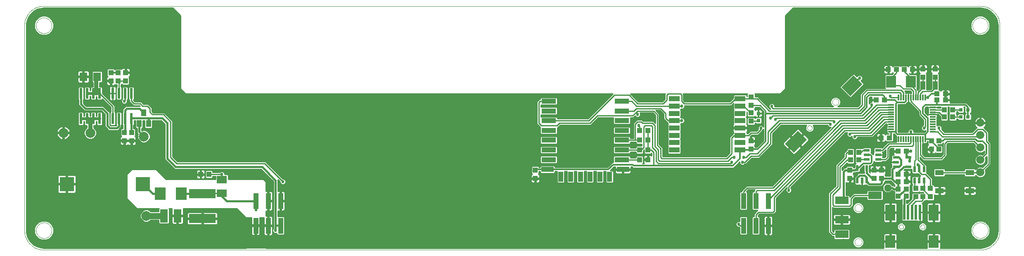
<source format=gtl>
G75*
G70*
%OFA0B0*%
%FSLAX24Y24*%
%IPPOS*%
%LPD*%
%AMOC8*
5,1,8,0,0,1.08239X$1,22.5*
%
%ADD10C,0.0000*%
%ADD11R,0.0433X0.0394*%
%ADD12R,0.1024X0.1476*%
%ADD13R,0.1024X0.1378*%
%ADD14R,0.0394X0.0433*%
%ADD15R,0.0315X0.0315*%
%ADD16R,0.0787X0.0984*%
%ADD17R,0.0787X0.1299*%
%ADD18R,0.0197X0.1220*%
%ADD19R,0.0472X0.0217*%
%ADD20R,0.1181X0.1181*%
%ADD21R,0.0236X0.0866*%
%ADD22R,0.0394X0.0551*%
%ADD23R,0.0630X0.0710*%
%ADD24C,0.0787*%
%ADD25R,0.0906X0.0984*%
%ADD26R,0.2165X0.0728*%
%ADD27R,0.0630X0.1063*%
%ADD28R,0.0787X0.0630*%
%ADD29R,0.0709X0.0433*%
%ADD30R,0.0118X0.0472*%
%ADD31R,0.0472X0.0118*%
%ADD32C,0.0660*%
%ADD33R,0.0236X0.0472*%
%ADD34R,0.0472X0.0236*%
%ADD35R,0.1102X0.0591*%
%ADD36R,0.0787X0.0945*%
%ADD37R,0.0217X0.0472*%
%ADD38R,0.0394X0.0709*%
%ADD39R,0.0860X0.0420*%
%ADD40R,0.0400X0.1300*%
%ADD41R,0.0394X0.0787*%
%ADD42R,0.0984X0.0394*%
%ADD43R,0.1181X0.0394*%
%ADD44C,0.0100*%
%ADD45C,0.0246*%
%ADD46C,0.0120*%
%ADD47C,0.0160*%
%ADD48C,0.0500*%
%ADD49C,0.0240*%
%ADD50C,0.0320*%
D10*
X001725Y000937D02*
X077315Y000937D01*
X076685Y002512D02*
X076687Y002562D01*
X076693Y002612D01*
X076703Y002661D01*
X076717Y002709D01*
X076734Y002756D01*
X076755Y002801D01*
X076780Y002845D01*
X076808Y002886D01*
X076840Y002925D01*
X076874Y002962D01*
X076911Y002996D01*
X076951Y003026D01*
X076993Y003053D01*
X077037Y003077D01*
X077083Y003098D01*
X077130Y003114D01*
X077178Y003127D01*
X077228Y003136D01*
X077277Y003141D01*
X077328Y003142D01*
X077378Y003139D01*
X077427Y003132D01*
X077476Y003121D01*
X077524Y003106D01*
X077570Y003088D01*
X077615Y003066D01*
X077658Y003040D01*
X077699Y003011D01*
X077738Y002979D01*
X077774Y002944D01*
X077806Y002906D01*
X077836Y002866D01*
X077863Y002823D01*
X077886Y002779D01*
X077905Y002733D01*
X077921Y002685D01*
X077933Y002636D01*
X077941Y002587D01*
X077945Y002537D01*
X077945Y002487D01*
X077941Y002437D01*
X077933Y002388D01*
X077921Y002339D01*
X077905Y002291D01*
X077886Y002245D01*
X077863Y002201D01*
X077836Y002158D01*
X077806Y002118D01*
X077774Y002080D01*
X077738Y002045D01*
X077699Y002013D01*
X077658Y001984D01*
X077615Y001958D01*
X077570Y001936D01*
X077524Y001918D01*
X077476Y001903D01*
X077427Y001892D01*
X077378Y001885D01*
X077328Y001882D01*
X077277Y001883D01*
X077228Y001888D01*
X077178Y001897D01*
X077130Y001910D01*
X077083Y001926D01*
X077037Y001947D01*
X076993Y001971D01*
X076951Y001998D01*
X076911Y002028D01*
X076874Y002062D01*
X076840Y002099D01*
X076808Y002138D01*
X076780Y002179D01*
X076755Y002223D01*
X076734Y002268D01*
X076717Y002315D01*
X076703Y002363D01*
X076693Y002412D01*
X076687Y002462D01*
X076685Y002512D01*
X077315Y000937D02*
X077392Y000939D01*
X077469Y000945D01*
X077546Y000954D01*
X077622Y000967D01*
X077698Y000984D01*
X077772Y001005D01*
X077846Y001029D01*
X077918Y001057D01*
X077988Y001088D01*
X078057Y001123D01*
X078125Y001161D01*
X078190Y001202D01*
X078253Y001247D01*
X078314Y001295D01*
X078373Y001345D01*
X078429Y001398D01*
X078482Y001454D01*
X078532Y001513D01*
X078580Y001574D01*
X078625Y001637D01*
X078666Y001702D01*
X078704Y001770D01*
X078739Y001839D01*
X078770Y001909D01*
X078798Y001981D01*
X078822Y002055D01*
X078843Y002129D01*
X078860Y002205D01*
X078873Y002281D01*
X078882Y002358D01*
X078888Y002435D01*
X078890Y002512D01*
X078890Y019048D01*
X076685Y019048D02*
X076687Y019098D01*
X076693Y019148D01*
X076703Y019197D01*
X076717Y019245D01*
X076734Y019292D01*
X076755Y019337D01*
X076780Y019381D01*
X076808Y019422D01*
X076840Y019461D01*
X076874Y019498D01*
X076911Y019532D01*
X076951Y019562D01*
X076993Y019589D01*
X077037Y019613D01*
X077083Y019634D01*
X077130Y019650D01*
X077178Y019663D01*
X077228Y019672D01*
X077277Y019677D01*
X077328Y019678D01*
X077378Y019675D01*
X077427Y019668D01*
X077476Y019657D01*
X077524Y019642D01*
X077570Y019624D01*
X077615Y019602D01*
X077658Y019576D01*
X077699Y019547D01*
X077738Y019515D01*
X077774Y019480D01*
X077806Y019442D01*
X077836Y019402D01*
X077863Y019359D01*
X077886Y019315D01*
X077905Y019269D01*
X077921Y019221D01*
X077933Y019172D01*
X077941Y019123D01*
X077945Y019073D01*
X077945Y019023D01*
X077941Y018973D01*
X077933Y018924D01*
X077921Y018875D01*
X077905Y018827D01*
X077886Y018781D01*
X077863Y018737D01*
X077836Y018694D01*
X077806Y018654D01*
X077774Y018616D01*
X077738Y018581D01*
X077699Y018549D01*
X077658Y018520D01*
X077615Y018494D01*
X077570Y018472D01*
X077524Y018454D01*
X077476Y018439D01*
X077427Y018428D01*
X077378Y018421D01*
X077328Y018418D01*
X077277Y018419D01*
X077228Y018424D01*
X077178Y018433D01*
X077130Y018446D01*
X077083Y018462D01*
X077037Y018483D01*
X076993Y018507D01*
X076951Y018534D01*
X076911Y018564D01*
X076874Y018598D01*
X076840Y018635D01*
X076808Y018674D01*
X076780Y018715D01*
X076755Y018759D01*
X076734Y018804D01*
X076717Y018851D01*
X076703Y018899D01*
X076693Y018948D01*
X076687Y018998D01*
X076685Y019048D01*
X077315Y020623D02*
X077392Y020621D01*
X077469Y020615D01*
X077546Y020606D01*
X077622Y020593D01*
X077698Y020576D01*
X077772Y020555D01*
X077846Y020531D01*
X077918Y020503D01*
X077988Y020472D01*
X078057Y020437D01*
X078125Y020399D01*
X078190Y020358D01*
X078253Y020313D01*
X078314Y020265D01*
X078373Y020215D01*
X078429Y020162D01*
X078482Y020106D01*
X078532Y020047D01*
X078580Y019986D01*
X078625Y019923D01*
X078666Y019858D01*
X078704Y019790D01*
X078739Y019721D01*
X078770Y019651D01*
X078798Y019579D01*
X078822Y019505D01*
X078843Y019431D01*
X078860Y019355D01*
X078873Y019279D01*
X078882Y019202D01*
X078888Y019125D01*
X078890Y019048D01*
X077315Y020622D02*
X001725Y020622D01*
X001095Y019048D02*
X001097Y019098D01*
X001103Y019148D01*
X001113Y019197D01*
X001127Y019245D01*
X001144Y019292D01*
X001165Y019337D01*
X001190Y019381D01*
X001218Y019422D01*
X001250Y019461D01*
X001284Y019498D01*
X001321Y019532D01*
X001361Y019562D01*
X001403Y019589D01*
X001447Y019613D01*
X001493Y019634D01*
X001540Y019650D01*
X001588Y019663D01*
X001638Y019672D01*
X001687Y019677D01*
X001738Y019678D01*
X001788Y019675D01*
X001837Y019668D01*
X001886Y019657D01*
X001934Y019642D01*
X001980Y019624D01*
X002025Y019602D01*
X002068Y019576D01*
X002109Y019547D01*
X002148Y019515D01*
X002184Y019480D01*
X002216Y019442D01*
X002246Y019402D01*
X002273Y019359D01*
X002296Y019315D01*
X002315Y019269D01*
X002331Y019221D01*
X002343Y019172D01*
X002351Y019123D01*
X002355Y019073D01*
X002355Y019023D01*
X002351Y018973D01*
X002343Y018924D01*
X002331Y018875D01*
X002315Y018827D01*
X002296Y018781D01*
X002273Y018737D01*
X002246Y018694D01*
X002216Y018654D01*
X002184Y018616D01*
X002148Y018581D01*
X002109Y018549D01*
X002068Y018520D01*
X002025Y018494D01*
X001980Y018472D01*
X001934Y018454D01*
X001886Y018439D01*
X001837Y018428D01*
X001788Y018421D01*
X001738Y018418D01*
X001687Y018419D01*
X001638Y018424D01*
X001588Y018433D01*
X001540Y018446D01*
X001493Y018462D01*
X001447Y018483D01*
X001403Y018507D01*
X001361Y018534D01*
X001321Y018564D01*
X001284Y018598D01*
X001250Y018635D01*
X001218Y018674D01*
X001190Y018715D01*
X001165Y018759D01*
X001144Y018804D01*
X001127Y018851D01*
X001113Y018899D01*
X001103Y018948D01*
X001097Y018998D01*
X001095Y019048D01*
X000150Y019048D02*
X000152Y019125D01*
X000158Y019202D01*
X000167Y019279D01*
X000180Y019355D01*
X000197Y019431D01*
X000218Y019505D01*
X000242Y019579D01*
X000270Y019651D01*
X000301Y019721D01*
X000336Y019790D01*
X000374Y019858D01*
X000415Y019923D01*
X000460Y019986D01*
X000508Y020047D01*
X000558Y020106D01*
X000611Y020162D01*
X000667Y020215D01*
X000726Y020265D01*
X000787Y020313D01*
X000850Y020358D01*
X000915Y020399D01*
X000983Y020437D01*
X001052Y020472D01*
X001122Y020503D01*
X001194Y020531D01*
X001268Y020555D01*
X001342Y020576D01*
X001418Y020593D01*
X001494Y020606D01*
X001571Y020615D01*
X001648Y020621D01*
X001725Y020623D01*
X000150Y019048D02*
X000150Y002512D01*
X001095Y002512D02*
X001097Y002562D01*
X001103Y002612D01*
X001113Y002661D01*
X001127Y002709D01*
X001144Y002756D01*
X001165Y002801D01*
X001190Y002845D01*
X001218Y002886D01*
X001250Y002925D01*
X001284Y002962D01*
X001321Y002996D01*
X001361Y003026D01*
X001403Y003053D01*
X001447Y003077D01*
X001493Y003098D01*
X001540Y003114D01*
X001588Y003127D01*
X001638Y003136D01*
X001687Y003141D01*
X001738Y003142D01*
X001788Y003139D01*
X001837Y003132D01*
X001886Y003121D01*
X001934Y003106D01*
X001980Y003088D01*
X002025Y003066D01*
X002068Y003040D01*
X002109Y003011D01*
X002148Y002979D01*
X002184Y002944D01*
X002216Y002906D01*
X002246Y002866D01*
X002273Y002823D01*
X002296Y002779D01*
X002315Y002733D01*
X002331Y002685D01*
X002343Y002636D01*
X002351Y002587D01*
X002355Y002537D01*
X002355Y002487D01*
X002351Y002437D01*
X002343Y002388D01*
X002331Y002339D01*
X002315Y002291D01*
X002296Y002245D01*
X002273Y002201D01*
X002246Y002158D01*
X002216Y002118D01*
X002184Y002080D01*
X002148Y002045D01*
X002109Y002013D01*
X002068Y001984D01*
X002025Y001958D01*
X001980Y001936D01*
X001934Y001918D01*
X001886Y001903D01*
X001837Y001892D01*
X001788Y001885D01*
X001738Y001882D01*
X001687Y001883D01*
X001638Y001888D01*
X001588Y001897D01*
X001540Y001910D01*
X001493Y001926D01*
X001447Y001947D01*
X001403Y001971D01*
X001361Y001998D01*
X001321Y002028D01*
X001284Y002062D01*
X001250Y002099D01*
X001218Y002138D01*
X001190Y002179D01*
X001165Y002223D01*
X001144Y002268D01*
X001127Y002315D01*
X001113Y002363D01*
X001103Y002412D01*
X001097Y002462D01*
X001095Y002512D01*
X000150Y002512D02*
X000152Y002435D01*
X000158Y002358D01*
X000167Y002281D01*
X000180Y002205D01*
X000197Y002129D01*
X000218Y002055D01*
X000242Y001981D01*
X000270Y001909D01*
X000301Y001839D01*
X000336Y001770D01*
X000374Y001702D01*
X000415Y001637D01*
X000460Y001574D01*
X000508Y001513D01*
X000558Y001454D01*
X000611Y001398D01*
X000667Y001345D01*
X000726Y001295D01*
X000787Y001247D01*
X000850Y001202D01*
X000915Y001161D01*
X000983Y001123D01*
X001052Y001088D01*
X001122Y001057D01*
X001194Y001029D01*
X001268Y001005D01*
X001342Y000984D01*
X001418Y000967D01*
X001494Y000954D01*
X001571Y000945D01*
X001648Y000939D01*
X001725Y000937D01*
X063349Y010790D02*
X063351Y010817D01*
X063357Y010844D01*
X063366Y010870D01*
X063379Y010894D01*
X063395Y010917D01*
X063414Y010936D01*
X063436Y010953D01*
X063460Y010967D01*
X063485Y010977D01*
X063512Y010984D01*
X063539Y010987D01*
X063567Y010986D01*
X063594Y010981D01*
X063620Y010973D01*
X063644Y010961D01*
X063667Y010945D01*
X063688Y010927D01*
X063705Y010906D01*
X063720Y010882D01*
X063731Y010857D01*
X063739Y010831D01*
X063743Y010804D01*
X063743Y010776D01*
X063739Y010749D01*
X063731Y010723D01*
X063720Y010698D01*
X063705Y010674D01*
X063688Y010653D01*
X063667Y010635D01*
X063645Y010619D01*
X063620Y010607D01*
X063594Y010599D01*
X063567Y010594D01*
X063539Y010593D01*
X063512Y010596D01*
X063485Y010603D01*
X063460Y010613D01*
X063436Y010627D01*
X063414Y010644D01*
X063395Y010663D01*
X063379Y010686D01*
X063366Y010710D01*
X063357Y010736D01*
X063351Y010763D01*
X063349Y010790D01*
X065378Y012878D02*
X065380Y012909D01*
X065386Y012940D01*
X065395Y012970D01*
X065408Y012999D01*
X065425Y013026D01*
X065445Y013050D01*
X065467Y013072D01*
X065493Y013091D01*
X065520Y013107D01*
X065549Y013119D01*
X065579Y013128D01*
X065610Y013133D01*
X065642Y013134D01*
X065673Y013131D01*
X065704Y013124D01*
X065734Y013114D01*
X065762Y013100D01*
X065788Y013082D01*
X065812Y013062D01*
X065833Y013038D01*
X065852Y013013D01*
X065867Y012985D01*
X065878Y012956D01*
X065886Y012925D01*
X065890Y012894D01*
X065890Y012862D01*
X065886Y012831D01*
X065878Y012800D01*
X065867Y012771D01*
X065852Y012743D01*
X065833Y012718D01*
X065812Y012694D01*
X065788Y012674D01*
X065762Y012656D01*
X065734Y012642D01*
X065704Y012632D01*
X065673Y012625D01*
X065642Y012622D01*
X065610Y012623D01*
X065579Y012628D01*
X065549Y012637D01*
X065520Y012649D01*
X065493Y012665D01*
X065467Y012684D01*
X065445Y012706D01*
X065425Y012730D01*
X065408Y012757D01*
X065395Y012786D01*
X065386Y012816D01*
X065380Y012847D01*
X065378Y012878D01*
X067178Y004323D02*
X067180Y004357D01*
X067186Y004391D01*
X067196Y004424D01*
X067209Y004455D01*
X067227Y004485D01*
X067247Y004513D01*
X067271Y004538D01*
X067297Y004560D01*
X067325Y004578D01*
X067356Y004594D01*
X067388Y004606D01*
X067422Y004614D01*
X067456Y004618D01*
X067490Y004618D01*
X067524Y004614D01*
X067558Y004606D01*
X067590Y004594D01*
X067620Y004578D01*
X067649Y004560D01*
X067675Y004538D01*
X067699Y004513D01*
X067719Y004485D01*
X067737Y004455D01*
X067750Y004424D01*
X067760Y004391D01*
X067766Y004357D01*
X067768Y004323D01*
X067766Y004289D01*
X067760Y004255D01*
X067750Y004222D01*
X067737Y004191D01*
X067719Y004161D01*
X067699Y004133D01*
X067675Y004108D01*
X067649Y004086D01*
X067621Y004068D01*
X067590Y004052D01*
X067558Y004040D01*
X067524Y004032D01*
X067490Y004028D01*
X067456Y004028D01*
X067422Y004032D01*
X067388Y004040D01*
X067356Y004052D01*
X067325Y004068D01*
X067297Y004086D01*
X067271Y004108D01*
X067247Y004133D01*
X067227Y004161D01*
X067209Y004191D01*
X067196Y004222D01*
X067186Y004255D01*
X067180Y004289D01*
X067178Y004323D01*
X070760Y002807D02*
X070762Y002833D01*
X070768Y002859D01*
X070778Y002884D01*
X070791Y002907D01*
X070807Y002927D01*
X070827Y002945D01*
X070849Y002960D01*
X070872Y002972D01*
X070898Y002980D01*
X070924Y002984D01*
X070950Y002984D01*
X070976Y002980D01*
X071002Y002972D01*
X071026Y002960D01*
X071047Y002945D01*
X071067Y002927D01*
X071083Y002907D01*
X071096Y002884D01*
X071106Y002859D01*
X071112Y002833D01*
X071114Y002807D01*
X071112Y002781D01*
X071106Y002755D01*
X071096Y002730D01*
X071083Y002707D01*
X071067Y002687D01*
X071047Y002669D01*
X071025Y002654D01*
X071002Y002642D01*
X070976Y002634D01*
X070950Y002630D01*
X070924Y002630D01*
X070898Y002634D01*
X070872Y002642D01*
X070848Y002654D01*
X070827Y002669D01*
X070807Y002687D01*
X070791Y002707D01*
X070778Y002730D01*
X070768Y002755D01*
X070762Y002781D01*
X070760Y002807D01*
X072493Y002807D02*
X072495Y002833D01*
X072501Y002859D01*
X072511Y002884D01*
X072524Y002907D01*
X072540Y002927D01*
X072560Y002945D01*
X072582Y002960D01*
X072605Y002972D01*
X072631Y002980D01*
X072657Y002984D01*
X072683Y002984D01*
X072709Y002980D01*
X072735Y002972D01*
X072759Y002960D01*
X072780Y002945D01*
X072800Y002927D01*
X072816Y002907D01*
X072829Y002884D01*
X072839Y002859D01*
X072845Y002833D01*
X072847Y002807D01*
X072845Y002781D01*
X072839Y002755D01*
X072829Y002730D01*
X072816Y002707D01*
X072800Y002687D01*
X072780Y002669D01*
X072758Y002654D01*
X072735Y002642D01*
X072709Y002634D01*
X072683Y002630D01*
X072657Y002630D01*
X072631Y002634D01*
X072605Y002642D01*
X072581Y002654D01*
X072560Y002669D01*
X072540Y002687D01*
X072524Y002707D01*
X072511Y002730D01*
X072501Y002755D01*
X072495Y002781D01*
X072493Y002807D01*
X067178Y001567D02*
X067180Y001601D01*
X067186Y001635D01*
X067196Y001668D01*
X067209Y001699D01*
X067227Y001729D01*
X067247Y001757D01*
X067271Y001782D01*
X067297Y001804D01*
X067325Y001822D01*
X067356Y001838D01*
X067388Y001850D01*
X067422Y001858D01*
X067456Y001862D01*
X067490Y001862D01*
X067524Y001858D01*
X067558Y001850D01*
X067590Y001838D01*
X067620Y001822D01*
X067649Y001804D01*
X067675Y001782D01*
X067699Y001757D01*
X067719Y001729D01*
X067737Y001699D01*
X067750Y001668D01*
X067760Y001635D01*
X067766Y001601D01*
X067768Y001567D01*
X067766Y001533D01*
X067760Y001499D01*
X067750Y001466D01*
X067737Y001435D01*
X067719Y001405D01*
X067699Y001377D01*
X067675Y001352D01*
X067649Y001330D01*
X067621Y001312D01*
X067590Y001296D01*
X067558Y001284D01*
X067524Y001276D01*
X067490Y001272D01*
X067456Y001272D01*
X067422Y001276D01*
X067388Y001284D01*
X067356Y001296D01*
X067325Y001312D01*
X067297Y001330D01*
X067271Y001352D01*
X067247Y001377D01*
X067227Y001405D01*
X067209Y001435D01*
X067196Y001466D01*
X067186Y001499D01*
X067180Y001533D01*
X067178Y001567D01*
D11*
X072099Y005229D03*
X072689Y005229D03*
X073280Y005229D03*
X073280Y005898D03*
X072689Y005898D03*
X072099Y005898D03*
X071351Y006449D03*
X070681Y006449D03*
X070681Y007040D03*
X071351Y007040D03*
X071351Y008910D03*
X070681Y008910D03*
X073969Y009067D03*
X073969Y009737D03*
X069973Y009993D03*
X069304Y009993D03*
X058811Y011331D03*
X058811Y012000D03*
X058811Y012611D03*
X058811Y013280D03*
X068910Y013044D03*
X069579Y013044D03*
X073831Y013044D03*
X074500Y013044D03*
X074500Y013536D03*
X073831Y013536D03*
X071843Y015504D03*
X071174Y015504D03*
X070563Y015504D03*
X069894Y015504D03*
X007729Y015248D03*
X007729Y014579D03*
D12*
G36*
X062591Y010559D02*
X063315Y009835D01*
X062273Y008793D01*
X061549Y009517D01*
X062591Y010559D01*
G37*
D13*
G36*
X067081Y015049D02*
X067805Y014325D01*
X066831Y013351D01*
X066107Y014075D01*
X067081Y015049D01*
G37*
D14*
X072689Y014874D03*
X073674Y014874D03*
X073674Y015544D03*
X072689Y015544D03*
X074422Y012256D03*
X075091Y012256D03*
X075091Y011666D03*
X074422Y011666D03*
X073378Y009737D03*
X073378Y009067D03*
X067512Y008811D03*
X066843Y008811D03*
X066843Y008221D03*
X067512Y008221D03*
X066784Y007374D03*
X068752Y007374D03*
X069343Y007374D03*
X069343Y006705D03*
X068752Y006705D03*
X066784Y006705D03*
X070681Y005859D03*
X071351Y005859D03*
X071351Y005268D03*
X070681Y005268D03*
X058811Y009067D03*
X058811Y009737D03*
X050485Y009796D03*
X049815Y009796D03*
X049815Y010583D03*
X050485Y010583D03*
X050485Y009008D03*
X049815Y009008D03*
X049815Y008221D03*
X050485Y008221D03*
X041390Y007374D03*
X041390Y006705D03*
X015052Y007040D03*
X014382Y007040D03*
X008811Y009756D03*
X008221Y009756D03*
X008221Y010426D03*
X008811Y010426D03*
X008319Y014579D03*
X007138Y014579D03*
X007138Y015248D03*
X008319Y015248D03*
D15*
X059402Y011961D03*
X059402Y011370D03*
X075741Y011666D03*
X076331Y011666D03*
X076331Y012256D03*
X075741Y012256D03*
D16*
X073556Y001626D03*
X070052Y001626D03*
D17*
X070052Y003949D03*
X073556Y003949D03*
D18*
X072433Y003989D03*
X072119Y003989D03*
X071804Y003989D03*
X071489Y003989D03*
X071174Y003989D03*
D19*
X071528Y007650D03*
X070504Y007650D03*
X070504Y008024D03*
X070504Y008398D03*
X071528Y008398D03*
D20*
X009717Y006252D03*
X003575Y006252D03*
D21*
X004715Y011528D03*
X005215Y011528D03*
X005715Y011528D03*
X006215Y011528D03*
X007274Y011528D03*
X007774Y011528D03*
X008274Y011528D03*
X008774Y011528D03*
X008774Y013575D03*
X008274Y013575D03*
X007774Y013575D03*
X007274Y013575D03*
X006215Y013575D03*
X005715Y013575D03*
X005215Y013575D03*
X004715Y013575D03*
D22*
X009796Y012000D03*
X010170Y011134D03*
X009422Y011134D03*
D23*
X006025Y014914D03*
X004905Y014914D03*
D24*
X005465Y010386D03*
X003300Y010386D03*
X009796Y010091D03*
X009993Y003693D03*
D25*
X011115Y005465D03*
X012807Y005465D03*
D26*
X014520Y005485D03*
X014520Y003477D03*
D27*
X012512Y003693D03*
X011410Y003693D03*
D28*
X016095Y005504D03*
X016095Y006607D03*
D29*
X074028Y007178D03*
X076469Y007178D03*
X076469Y005721D03*
X074028Y005721D03*
D30*
X072886Y009894D03*
X072689Y009894D03*
X072493Y009894D03*
X072296Y009894D03*
X072099Y009894D03*
X071902Y009894D03*
X071705Y009894D03*
X071508Y009894D03*
X071311Y009894D03*
X071115Y009894D03*
X070918Y009894D03*
X070721Y009894D03*
X070721Y013241D03*
X070918Y013241D03*
X071115Y013241D03*
X071311Y013241D03*
X071508Y013241D03*
X071705Y013241D03*
X071902Y013241D03*
X072099Y013241D03*
X072296Y013241D03*
X072493Y013241D03*
X072689Y013241D03*
X072886Y013241D03*
D31*
X073477Y012650D03*
X073477Y012453D03*
X073477Y012256D03*
X073477Y012059D03*
X073477Y011863D03*
X073477Y011666D03*
X073477Y011469D03*
X073477Y011272D03*
X073477Y011075D03*
X073477Y010878D03*
X073477Y010681D03*
X073477Y010485D03*
X070130Y010485D03*
X070130Y010681D03*
X070130Y010878D03*
X070130Y011075D03*
X070130Y011272D03*
X070130Y011469D03*
X070130Y011666D03*
X070130Y011863D03*
X070130Y012059D03*
X070130Y012256D03*
X070130Y012453D03*
X070130Y012650D03*
D32*
X077315Y011205D03*
X077315Y010205D03*
X077315Y009205D03*
X077315Y008205D03*
X077315Y007205D03*
D33*
X072768Y007433D03*
X072394Y007433D03*
X072020Y007433D03*
X072020Y006528D03*
X072394Y006528D03*
X072768Y006528D03*
D34*
X069067Y008241D03*
X068162Y008241D03*
X068162Y008615D03*
X069067Y008615D03*
X069067Y008989D03*
X068162Y008989D03*
D35*
X068811Y005347D03*
X066134Y004953D03*
X066134Y003378D03*
X066134Y002197D03*
D36*
X070130Y014520D03*
X071705Y014520D03*
D37*
X068142Y007552D03*
X067394Y007552D03*
X067394Y006528D03*
X067768Y006528D03*
X068142Y006528D03*
D38*
X072689Y014225D03*
X073674Y014225D03*
D39*
X057926Y013142D03*
X057926Y012552D03*
X057926Y011961D03*
X057926Y011370D03*
X057926Y010780D03*
X057926Y010189D03*
X057926Y009599D03*
X057926Y009008D03*
X052611Y009008D03*
X052611Y009599D03*
X052611Y010189D03*
X052611Y010780D03*
X052611Y011370D03*
X052611Y011961D03*
X052611Y012552D03*
X052611Y013142D03*
D40*
X058205Y004890D03*
X059205Y004890D03*
X060205Y004890D03*
X060205Y002890D03*
X059205Y002890D03*
X058205Y002890D03*
X020835Y002890D03*
X019835Y002890D03*
X018835Y002890D03*
X018835Y004890D03*
X019835Y004890D03*
X020835Y004890D03*
D41*
X043457Y006843D03*
X044244Y006843D03*
X045032Y006843D03*
X045819Y006843D03*
X046607Y006843D03*
X047394Y006843D03*
D42*
X048477Y007433D03*
X042374Y007433D03*
D43*
X042473Y008221D03*
X042473Y009008D03*
X042473Y009796D03*
X042473Y010583D03*
X042473Y011370D03*
X042473Y012158D03*
X042473Y012945D03*
X048378Y012945D03*
X048378Y012158D03*
X048378Y011370D03*
X048378Y010583D03*
X048378Y009796D03*
X048378Y009008D03*
X048378Y008221D03*
D44*
X049815Y008221D01*
X050122Y008226D02*
X050436Y008226D01*
X050436Y008269D02*
X050436Y008172D01*
X050138Y008172D01*
X050138Y007985D01*
X050148Y007946D01*
X050168Y007912D01*
X050181Y007899D01*
X050062Y007899D01*
X050122Y007959D01*
X050122Y008483D01*
X050058Y008547D01*
X049573Y008547D01*
X049509Y008483D01*
X049509Y008381D01*
X049079Y008381D01*
X049079Y008463D01*
X049014Y008528D01*
X047742Y008528D01*
X047678Y008463D01*
X047678Y007997D01*
X047619Y007997D01*
X047519Y007898D01*
X047225Y007603D01*
X042977Y007603D01*
X042977Y007676D01*
X042912Y007740D01*
X041837Y007740D01*
X041772Y007676D01*
X041772Y007603D01*
X041697Y007603D01*
X041697Y007637D01*
X041633Y007701D01*
X041148Y007701D01*
X041083Y007637D01*
X041083Y007112D01*
X041135Y007061D01*
X041101Y007042D01*
X041073Y007014D01*
X041054Y006980D01*
X041043Y006941D01*
X041043Y006754D01*
X041342Y006754D01*
X041342Y006657D01*
X041043Y006657D01*
X041043Y006469D01*
X041054Y006431D01*
X041073Y006396D01*
X041101Y006369D01*
X041135Y006349D01*
X041174Y006339D01*
X041342Y006339D01*
X041342Y006657D01*
X041439Y006657D01*
X041439Y006754D01*
X041737Y006754D01*
X041737Y006941D01*
X041727Y006980D01*
X041707Y007014D01*
X041679Y007042D01*
X041646Y007061D01*
X041697Y007112D01*
X041697Y007263D01*
X041772Y007263D01*
X041772Y007191D01*
X041837Y007127D01*
X042912Y007127D01*
X042977Y007191D01*
X042977Y007263D01*
X043150Y007263D01*
X043150Y006404D01*
X043215Y006339D01*
X043700Y006339D01*
X043764Y006404D01*
X043764Y007263D01*
X043938Y007263D01*
X043938Y006404D01*
X044002Y006339D01*
X044487Y006339D01*
X044551Y006404D01*
X044551Y007263D01*
X044725Y007263D01*
X044725Y006404D01*
X044789Y006339D01*
X045274Y006339D01*
X045339Y006404D01*
X045339Y007263D01*
X045512Y007263D01*
X045512Y006404D01*
X045577Y006339D01*
X046062Y006339D01*
X046126Y006404D01*
X046126Y007263D01*
X046300Y007263D01*
X046300Y006404D01*
X046364Y006339D01*
X046849Y006339D01*
X046914Y006404D01*
X046914Y007263D01*
X047087Y007263D01*
X047087Y006404D01*
X047152Y006339D01*
X047637Y006339D01*
X047701Y006404D01*
X047701Y007282D01*
X047637Y007347D01*
X047449Y007347D01*
X047760Y007657D01*
X047837Y007657D01*
X047835Y007650D01*
X047835Y007482D01*
X048428Y007482D01*
X048428Y007385D01*
X047835Y007385D01*
X047835Y007217D01*
X047845Y007179D01*
X047865Y007145D01*
X047893Y007117D01*
X047927Y007097D01*
X047965Y007087D01*
X048428Y007087D01*
X048428Y007385D01*
X048525Y007385D01*
X048525Y007087D01*
X048989Y007087D01*
X049027Y007097D01*
X049061Y007117D01*
X049089Y007145D01*
X049109Y007179D01*
X049119Y007217D01*
X049119Y007385D01*
X048525Y007385D01*
X048525Y007482D01*
X049119Y007482D01*
X049119Y007650D01*
X049117Y007657D01*
X049194Y007657D01*
X049292Y007559D01*
X057405Y007559D01*
X057889Y008043D01*
X057889Y007928D01*
X058026Y007791D01*
X058219Y007791D01*
X058292Y007864D01*
X058386Y007864D01*
X058479Y007958D01*
X058878Y008356D01*
X059468Y008356D01*
X059562Y008450D01*
X060546Y009434D01*
X060546Y010320D01*
X061240Y011014D01*
X063279Y011014D01*
X063252Y010986D01*
X063199Y010859D01*
X063199Y010721D01*
X063252Y010593D01*
X063349Y010496D01*
X063477Y010443D01*
X063615Y010443D01*
X063742Y010496D01*
X063840Y010593D01*
X063893Y010721D01*
X063893Y010859D01*
X063840Y010986D01*
X063812Y011014D01*
X064976Y011014D01*
X064976Y010979D01*
X065113Y010842D01*
X065242Y010842D01*
X060517Y006117D01*
X058450Y006117D01*
X058139Y005806D01*
X058045Y005712D01*
X058045Y005650D01*
X057960Y005650D01*
X057895Y005586D01*
X057895Y004195D01*
X057960Y004130D01*
X058451Y004130D01*
X058515Y004195D01*
X058515Y005586D01*
X058451Y005650D01*
X058435Y005650D01*
X058582Y005797D01*
X059114Y005797D01*
X059045Y005728D01*
X059045Y005650D01*
X058960Y005650D01*
X058895Y005586D01*
X058895Y004195D01*
X058960Y004130D01*
X059317Y004130D01*
X059139Y003952D01*
X059045Y003858D01*
X059045Y003650D01*
X058960Y003650D01*
X058895Y003586D01*
X058895Y002195D01*
X058960Y002130D01*
X059451Y002130D01*
X059515Y002195D01*
X059515Y003586D01*
X059451Y003650D01*
X059365Y003650D01*
X059365Y003725D01*
X059468Y003829D01*
X060649Y003829D01*
X060743Y003922D01*
X060841Y004021D01*
X060841Y005103D01*
X061703Y005965D01*
X061703Y005930D01*
X061630Y005857D01*
X061630Y005664D01*
X061766Y005527D01*
X061959Y005527D01*
X062096Y005664D01*
X062096Y005857D01*
X062023Y005930D01*
X062023Y005989D01*
X066456Y010423D01*
X066590Y010423D01*
X066551Y010384D01*
X066551Y010191D01*
X066687Y010055D01*
X066880Y010055D01*
X066945Y010119D01*
X066945Y009994D01*
X067081Y009858D01*
X067274Y009858D01*
X067411Y009994D01*
X067411Y010029D01*
X068622Y010029D01*
X068716Y010123D01*
X069704Y011112D01*
X069784Y011112D01*
X069784Y010843D01*
X069774Y010833D01*
X069754Y010798D01*
X069744Y010760D01*
X069744Y010682D01*
X070130Y010682D01*
X070130Y010681D01*
X069744Y010681D01*
X069744Y010603D01*
X069754Y010565D01*
X069774Y010530D01*
X069784Y010520D01*
X069784Y010380D01*
X069849Y010316D01*
X069960Y010316D01*
X069960Y010299D01*
X069711Y010299D01*
X069659Y010248D01*
X069640Y010281D01*
X069612Y010309D01*
X069578Y010329D01*
X069540Y010339D01*
X069352Y010339D01*
X069352Y010041D01*
X069255Y010041D01*
X069255Y009944D01*
X068937Y009944D01*
X068937Y009776D01*
X068947Y009738D01*
X068967Y009704D01*
X065737Y009704D01*
X065639Y009605D02*
X069812Y009605D01*
X069867Y009660D02*
X069386Y009179D01*
X069349Y009217D01*
X068786Y009217D01*
X068721Y009152D01*
X068721Y008835D01*
X068711Y008825D01*
X068691Y008791D01*
X068681Y008752D01*
X068681Y008631D01*
X068627Y008685D01*
X068528Y008785D01*
X068502Y008785D01*
X068485Y008802D01*
X068508Y008825D01*
X068508Y009152D01*
X068444Y009217D01*
X067880Y009217D01*
X067816Y009152D01*
X067816Y009149D01*
X067781Y009149D01*
X067762Y009130D01*
X067755Y009138D01*
X067270Y009138D01*
X067205Y009074D01*
X067205Y008549D01*
X067239Y008516D01*
X067205Y008483D01*
X067205Y007959D01*
X067266Y007898D01*
X067240Y007898D01*
X067176Y007833D01*
X067176Y007602D01*
X067138Y007564D01*
X067091Y007564D01*
X067091Y007637D01*
X067026Y007701D01*
X066541Y007701D01*
X066477Y007637D01*
X066477Y007564D01*
X066351Y007564D01*
X066213Y007427D01*
X066156Y007370D01*
X066156Y007564D01*
X066544Y007951D01*
X066600Y007894D01*
X067085Y007894D01*
X067150Y007959D01*
X067150Y008483D01*
X067117Y008516D01*
X067150Y008549D01*
X067150Y009074D01*
X067085Y009138D01*
X066600Y009138D01*
X066536Y009074D01*
X066536Y008971D01*
X066521Y008971D01*
X066427Y008878D01*
X066329Y008779D01*
X066329Y008484D01*
X065640Y007795D01*
X065640Y006122D01*
X065049Y005531D01*
X065049Y002348D01*
X065266Y002131D01*
X065359Y002037D01*
X065473Y002037D01*
X065473Y001856D01*
X065538Y001792D01*
X066731Y001792D01*
X066795Y001856D01*
X066795Y002538D01*
X066731Y002603D01*
X065538Y002603D01*
X065473Y002538D01*
X065473Y002376D01*
X065369Y002480D01*
X065369Y004390D01*
X065438Y004321D01*
X066850Y004321D01*
X066949Y004419D01*
X067042Y004513D01*
X067042Y005005D01*
X067224Y005187D01*
X068150Y005187D01*
X068150Y005006D01*
X068215Y004942D01*
X069408Y004942D01*
X069473Y005006D01*
X069473Y005688D01*
X069408Y005752D01*
X068215Y005752D01*
X068150Y005688D01*
X068150Y005507D01*
X067092Y005507D01*
X066998Y005413D01*
X066795Y005211D01*
X066795Y005294D01*
X066731Y005358D01*
X066482Y005358D01*
X066482Y006382D01*
X066495Y006369D01*
X066529Y006349D01*
X066567Y006339D01*
X066735Y006339D01*
X066735Y006657D01*
X066832Y006657D01*
X066832Y006339D01*
X067000Y006339D01*
X067039Y006349D01*
X067073Y006369D01*
X067101Y006396D01*
X067120Y006431D01*
X067131Y006469D01*
X067131Y006657D01*
X066832Y006657D01*
X066832Y006754D01*
X067131Y006754D01*
X067131Y006941D01*
X067120Y006980D01*
X067101Y007014D01*
X067073Y007042D01*
X067039Y007061D01*
X067091Y007112D01*
X067091Y007184D01*
X067296Y007184D01*
X067317Y007205D01*
X067548Y007205D01*
X067612Y007270D01*
X067612Y007431D01*
X067924Y007742D01*
X067924Y007270D01*
X067952Y007242D01*
X067952Y007131D01*
X067493Y007131D01*
X067381Y007020D01*
X067204Y006843D01*
X067204Y006838D01*
X067176Y006810D01*
X067176Y006246D01*
X067240Y006182D01*
X067548Y006182D01*
X067553Y006187D01*
X067568Y006172D01*
X067602Y006152D01*
X067640Y006142D01*
X067764Y006142D01*
X067764Y006524D01*
X067772Y006524D01*
X067772Y006142D01*
X067896Y006142D01*
X067934Y006152D01*
X067968Y006172D01*
X067983Y006187D01*
X067988Y006182D01*
X068161Y006182D01*
X068280Y006062D01*
X069323Y006062D01*
X069422Y006161D01*
X069533Y006272D01*
X069533Y006379D01*
X069585Y006379D01*
X069650Y006443D01*
X069650Y006515D01*
X070091Y006515D01*
X070150Y006456D01*
X070347Y006259D01*
X070355Y006259D01*
X070355Y006207D01*
X070408Y006154D01*
X070375Y006121D01*
X070375Y006080D01*
X070307Y006147D01*
X070209Y006147D01*
X070123Y006233D01*
X070012Y006344D01*
X069658Y006344D01*
X069448Y006134D01*
X069448Y005780D01*
X069547Y005682D01*
X069658Y005570D01*
X070012Y005570D01*
X070111Y005669D01*
X070180Y005738D01*
X070248Y005669D01*
X070375Y005669D01*
X070375Y005597D01*
X070408Y005563D01*
X070375Y005530D01*
X070375Y005006D01*
X070439Y004942D01*
X070924Y004942D01*
X070984Y005001D01*
X070984Y004663D01*
X070965Y004644D01*
X070965Y003333D01*
X071030Y003268D01*
X071318Y003268D01*
X071331Y003282D01*
X071345Y003268D01*
X071633Y003268D01*
X071646Y003282D01*
X071660Y003268D01*
X071948Y003268D01*
X071961Y003282D01*
X071975Y003268D01*
X072233Y003268D01*
X072243Y003258D01*
X072277Y003239D01*
X072315Y003228D01*
X072433Y003228D01*
X072433Y003989D01*
X072433Y003989D01*
X072682Y003989D01*
X072682Y004619D01*
X072672Y004657D01*
X072652Y004691D01*
X072628Y004714D01*
X072657Y004714D01*
X072751Y004808D01*
X072751Y004808D01*
X072756Y004813D01*
X072849Y004907D01*
X072849Y004922D01*
X072951Y004922D01*
X072985Y004955D01*
X073018Y004922D01*
X073542Y004922D01*
X073606Y004986D01*
X073606Y005370D01*
X073616Y005365D01*
X073654Y005354D01*
X073978Y005354D01*
X073978Y005671D01*
X074078Y005671D01*
X074078Y005771D01*
X073978Y005771D01*
X073978Y006087D01*
X073654Y006087D01*
X073616Y006077D01*
X073606Y006072D01*
X073606Y006140D01*
X073542Y006205D01*
X073440Y006205D01*
X073440Y006712D01*
X073046Y007106D01*
X072996Y007156D01*
X072996Y007715D01*
X072932Y007780D01*
X072928Y007780D01*
X072928Y007815D01*
X072456Y008287D01*
X072456Y008425D01*
X072628Y008253D01*
X072722Y008159D01*
X074232Y008159D01*
X074527Y008455D01*
X074621Y008548D01*
X074621Y009434D01*
X074724Y009537D01*
X076757Y009537D01*
X076912Y009382D01*
X076875Y009293D01*
X076875Y009118D01*
X076942Y008956D01*
X077066Y008832D01*
X077228Y008765D01*
X077403Y008765D01*
X077565Y008832D01*
X077637Y008905D01*
X077637Y008768D01*
X077482Y008612D01*
X077403Y008645D01*
X077228Y008645D01*
X077066Y008578D01*
X076942Y008454D01*
X076875Y008293D01*
X076875Y008118D01*
X076942Y007956D01*
X077066Y007832D01*
X077228Y007765D01*
X077403Y007765D01*
X077565Y007832D01*
X077688Y007956D01*
X077755Y008118D01*
X077755Y008293D01*
X077723Y008372D01*
X077844Y008494D01*
X077844Y007960D01*
X077492Y007608D01*
X077403Y007645D01*
X077228Y007645D01*
X077066Y007578D01*
X076942Y007454D01*
X076933Y007432D01*
X076933Y007440D01*
X076869Y007504D01*
X076069Y007504D01*
X076005Y007440D01*
X076005Y007338D01*
X074492Y007338D01*
X074492Y007440D01*
X074428Y007504D01*
X073628Y007504D01*
X073564Y007440D01*
X073564Y006915D01*
X073628Y006851D01*
X074428Y006851D01*
X074492Y006915D01*
X074492Y007018D01*
X076005Y007018D01*
X076005Y006915D01*
X076069Y006851D01*
X076869Y006851D01*
X076933Y006915D01*
X076933Y006978D01*
X076942Y006956D01*
X077066Y006832D01*
X077228Y006765D01*
X077403Y006765D01*
X077565Y006832D01*
X077688Y006956D01*
X077755Y007118D01*
X077755Y007293D01*
X077718Y007382D01*
X078164Y007828D01*
X078164Y009567D01*
X078071Y009660D01*
X077967Y009764D01*
X077967Y010452D01*
X077874Y010546D01*
X077601Y010819D01*
X077628Y010839D01*
X077681Y010892D01*
X077726Y010954D01*
X077760Y011021D01*
X077784Y011093D01*
X077794Y011157D01*
X077364Y011157D01*
X077364Y011254D01*
X077267Y011254D01*
X077267Y011683D01*
X077203Y011673D01*
X077131Y011650D01*
X077064Y011616D01*
X077003Y011571D01*
X076949Y011518D01*
X076905Y011457D01*
X076871Y011389D01*
X076847Y011318D01*
X076837Y011254D01*
X077267Y011254D01*
X077267Y011157D01*
X076837Y011157D01*
X076847Y011093D01*
X076871Y011021D01*
X076905Y010954D01*
X076949Y010892D01*
X077003Y010839D01*
X077030Y010819D01*
X076959Y010748D01*
X076659Y010448D01*
X074429Y010448D01*
X074198Y010679D01*
X074202Y010683D01*
X074202Y010876D01*
X074065Y011013D01*
X073872Y011013D01*
X073823Y010964D01*
X073823Y011701D01*
X073833Y011711D01*
X073853Y011746D01*
X073863Y011784D01*
X073863Y011863D01*
X073863Y011899D01*
X073903Y011899D01*
X074115Y011687D01*
X074115Y011404D01*
X074179Y011339D01*
X074664Y011339D01*
X074729Y011404D01*
X074729Y011928D01*
X074695Y011961D01*
X074729Y011994D01*
X074729Y012480D01*
X074784Y012480D01*
X074784Y011994D01*
X074817Y011961D01*
X074784Y011928D01*
X074784Y011404D01*
X074849Y011339D01*
X075333Y011339D01*
X075398Y011404D01*
X075398Y011506D01*
X075473Y011506D01*
X075473Y011463D01*
X075538Y011398D01*
X075944Y011398D01*
X076008Y011463D01*
X076008Y011869D01*
X075944Y011933D01*
X075538Y011933D01*
X075473Y011869D01*
X075473Y011826D01*
X075398Y011826D01*
X075398Y011928D01*
X075365Y011961D01*
X075398Y011994D01*
X075398Y012096D01*
X075473Y012096D01*
X075473Y012053D01*
X075538Y011989D01*
X075944Y011989D01*
X076008Y012053D01*
X076008Y012459D01*
X075987Y012480D01*
X076064Y012480D01*
X076074Y012470D01*
X076064Y012459D01*
X076064Y012053D01*
X076128Y011989D01*
X076161Y011989D01*
X076161Y011933D01*
X076128Y011933D01*
X076064Y011869D01*
X076064Y011463D01*
X076128Y011398D01*
X076534Y011398D01*
X076599Y011463D01*
X076599Y011869D01*
X076534Y011933D01*
X076501Y011933D01*
X076501Y011989D01*
X076534Y011989D01*
X076599Y012053D01*
X076599Y012459D01*
X076534Y012524D01*
X076501Y012524D01*
X076304Y012720D01*
X076205Y012820D01*
X074865Y012820D01*
X074867Y012827D01*
X074867Y012995D01*
X074549Y012995D01*
X074549Y013092D01*
X074867Y013092D01*
X074867Y013260D01*
X074859Y013290D01*
X074867Y013319D01*
X074867Y013487D01*
X074549Y013487D01*
X074549Y013092D01*
X074452Y013092D01*
X074452Y013189D01*
X074452Y013487D01*
X074549Y013487D01*
X074549Y013584D01*
X074867Y013584D01*
X074867Y013752D01*
X074857Y013791D01*
X074837Y013825D01*
X074809Y013853D01*
X074775Y013872D01*
X074737Y013883D01*
X074549Y013883D01*
X074549Y013584D01*
X074452Y013584D01*
X074452Y013883D01*
X074264Y013883D01*
X074226Y013872D01*
X074192Y013853D01*
X074164Y013825D01*
X074145Y013791D01*
X074093Y013843D01*
X073980Y013843D01*
X073980Y015137D01*
X073929Y015188D01*
X073963Y015207D01*
X073991Y015235D01*
X074010Y015269D01*
X074020Y015307D01*
X074020Y015495D01*
X073722Y015495D01*
X073722Y015592D01*
X074020Y015592D01*
X074020Y015780D01*
X074010Y015818D01*
X073991Y015852D01*
X073963Y015880D01*
X073928Y015900D01*
X073890Y015910D01*
X073722Y015910D01*
X073722Y015592D01*
X073625Y015592D01*
X073625Y015495D01*
X073327Y015495D01*
X073327Y015307D01*
X073337Y015269D01*
X073357Y015235D01*
X073385Y015207D01*
X073418Y015188D01*
X073367Y015137D01*
X073367Y013947D01*
X073312Y013893D01*
X072996Y013893D01*
X072996Y015137D01*
X072945Y015188D01*
X072978Y015207D01*
X073006Y015235D01*
X073026Y015269D01*
X073036Y015307D01*
X073036Y015495D01*
X072738Y015495D01*
X072738Y015592D01*
X073036Y015592D01*
X073036Y015780D01*
X073026Y015818D01*
X073006Y015852D01*
X072978Y015880D01*
X072944Y015900D01*
X072906Y015910D01*
X072738Y015910D01*
X072738Y015592D01*
X072641Y015592D01*
X072641Y015495D01*
X072343Y015495D01*
X072343Y015307D01*
X072353Y015269D01*
X072372Y015235D01*
X072400Y015207D01*
X072434Y015188D01*
X072383Y015137D01*
X072383Y013947D01*
X072259Y013824D01*
X072259Y013897D01*
X072181Y013975D01*
X072209Y014002D01*
X072209Y015038D01*
X072144Y015103D01*
X071644Y015103D01*
X071583Y015164D01*
X071607Y015157D01*
X071794Y015157D01*
X071794Y015456D01*
X071891Y015456D01*
X071891Y015157D01*
X072079Y015157D01*
X072117Y015168D01*
X072152Y015187D01*
X072179Y015215D01*
X072199Y015250D01*
X072209Y015288D01*
X072209Y015456D01*
X071891Y015456D01*
X071891Y015553D01*
X071794Y015553D01*
X071794Y015851D01*
X071607Y015851D01*
X071568Y015841D01*
X071534Y015821D01*
X071506Y015793D01*
X071487Y015760D01*
X071436Y015811D01*
X071524Y015811D01*
X071436Y015811D02*
X070912Y015811D01*
X070869Y015768D01*
X070825Y015811D01*
X070301Y015811D01*
X070213Y015811D01*
X070203Y015821D02*
X070169Y015841D01*
X070130Y015851D01*
X069943Y015851D01*
X069943Y015553D01*
X069846Y015553D01*
X069846Y015851D01*
X069658Y015851D01*
X069620Y015841D01*
X069585Y015821D01*
X069558Y015793D01*
X069538Y015759D01*
X069528Y015721D01*
X069528Y015553D01*
X069846Y015553D01*
X069846Y015456D01*
X069943Y015456D01*
X069943Y015157D01*
X070130Y015157D01*
X070169Y015168D01*
X070203Y015187D01*
X070231Y015215D01*
X070250Y015249D01*
X070294Y015205D01*
X070191Y015103D01*
X069691Y015103D01*
X069627Y015038D01*
X069627Y014002D01*
X069638Y013991D01*
X068096Y013991D01*
X067702Y013597D01*
X067608Y013504D01*
X067608Y012716D01*
X067407Y012515D01*
X065818Y012515D01*
X065864Y012534D01*
X065978Y012648D01*
X066040Y012797D01*
X066040Y012958D01*
X065978Y013108D01*
X065864Y013222D01*
X065714Y013284D01*
X065553Y013284D01*
X065404Y013222D01*
X065290Y013108D01*
X065228Y012958D01*
X065228Y012797D01*
X065290Y012648D01*
X065404Y012534D01*
X065449Y012515D01*
X060718Y012515D01*
X060718Y012648D01*
X060581Y012785D01*
X060388Y012785D01*
X060252Y012648D01*
X060252Y012455D01*
X060388Y012319D01*
X060393Y012319D01*
X060394Y012318D01*
X060354Y012318D01*
X059464Y013208D01*
X059370Y013302D01*
X059138Y013302D01*
X059138Y013522D01*
X059124Y013536D01*
X061174Y013536D01*
X061567Y013930D01*
X061567Y019835D01*
X062205Y020472D01*
X077315Y020472D01*
X077501Y020460D01*
X077861Y020364D01*
X078114Y020218D01*
X078486Y019846D01*
X078632Y019593D01*
X078728Y019234D01*
X078740Y019048D01*
X078740Y002512D01*
X078728Y002326D01*
X078632Y001967D01*
X078632Y001967D01*
X078486Y001714D01*
X078114Y001342D01*
X077861Y001196D01*
X077501Y001100D01*
X077315Y001087D01*
X074092Y001087D01*
X074099Y001115D01*
X074099Y001576D01*
X073606Y001576D01*
X073606Y001676D01*
X074099Y001676D01*
X074099Y002138D01*
X074089Y002176D01*
X074069Y002211D01*
X074041Y002239D01*
X074007Y002258D01*
X073969Y002269D01*
X073606Y002269D01*
X073606Y001676D01*
X073506Y001676D01*
X073506Y002269D01*
X073142Y002269D01*
X073104Y002258D01*
X073070Y002239D01*
X073042Y002211D01*
X073022Y002176D01*
X073012Y002138D01*
X073012Y001676D01*
X073506Y001676D01*
X073506Y001576D01*
X073012Y001576D01*
X073012Y001115D01*
X073019Y001087D01*
X070588Y001087D01*
X070595Y001115D01*
X070595Y001576D01*
X070102Y001576D01*
X070102Y001676D01*
X070595Y001676D01*
X070595Y002138D01*
X070585Y002176D01*
X070565Y002211D01*
X070537Y002239D01*
X070503Y002258D01*
X070465Y002269D01*
X070102Y002269D01*
X070102Y001676D01*
X070002Y001676D01*
X070002Y001576D01*
X069508Y001576D01*
X069508Y001115D01*
X069515Y001087D01*
X019638Y001087D01*
X019638Y002090D01*
X019785Y002090D01*
X019785Y002840D01*
X019885Y002840D01*
X019885Y002090D01*
X020055Y002090D01*
X020093Y002100D01*
X020127Y002120D01*
X020155Y002148D01*
X020175Y002182D01*
X020185Y002220D01*
X020185Y002840D01*
X019885Y002840D01*
X019885Y002940D01*
X020185Y002940D01*
X020185Y003560D01*
X020175Y003598D01*
X020155Y003632D01*
X020127Y003660D01*
X020093Y003680D01*
X020055Y003690D01*
X019885Y003690D01*
X019885Y002940D01*
X019785Y002940D01*
X019785Y003690D01*
X019638Y003690D01*
X019638Y004090D01*
X019785Y004090D01*
X019785Y004840D01*
X019885Y004840D01*
X019885Y004090D01*
X020055Y004090D01*
X020093Y004100D01*
X020127Y004120D01*
X020155Y004148D01*
X020175Y004182D01*
X020185Y004220D01*
X020185Y004840D01*
X019885Y004840D01*
X019885Y004940D01*
X020185Y004940D01*
X020185Y005560D01*
X020175Y005598D01*
X020155Y005632D01*
X020127Y005660D01*
X020093Y005680D01*
X020055Y005690D01*
X019885Y005690D01*
X019885Y004940D01*
X019785Y004940D01*
X019785Y005690D01*
X019638Y005690D01*
X019638Y006449D01*
X019441Y006646D01*
X016599Y006646D01*
X016599Y006967D01*
X016534Y007032D01*
X016328Y007032D01*
X016328Y007136D01*
X016191Y007273D01*
X015998Y007273D01*
X015925Y007200D01*
X015358Y007200D01*
X015358Y007302D01*
X015294Y007366D01*
X014809Y007366D01*
X014745Y007302D01*
X014745Y006778D01*
X014809Y006713D01*
X015294Y006713D01*
X015358Y006778D01*
X015358Y006880D01*
X015591Y006880D01*
X015591Y006646D01*
X011567Y006646D01*
X010780Y007433D01*
X008811Y007433D01*
X008418Y007040D01*
X008418Y005071D01*
X009205Y004284D01*
X010998Y004284D01*
X010985Y004270D01*
X010985Y004053D01*
X010345Y004053D01*
X010278Y004120D01*
X010093Y004197D01*
X009892Y004197D01*
X009707Y004120D01*
X009566Y003979D01*
X009489Y003793D01*
X009489Y003593D01*
X009566Y003408D01*
X009707Y003266D01*
X009892Y003190D01*
X010093Y003190D01*
X010278Y003266D01*
X010345Y003333D01*
X010985Y003333D01*
X010985Y003116D01*
X011049Y003052D01*
X011770Y003052D01*
X011835Y003116D01*
X011835Y004270D01*
X011821Y004284D01*
X012058Y004284D01*
X012057Y004283D01*
X012047Y004245D01*
X012047Y003743D01*
X012462Y003743D01*
X012462Y003643D01*
X012562Y003643D01*
X012562Y003012D01*
X012847Y003012D01*
X012885Y003022D01*
X012919Y003042D01*
X012947Y003070D01*
X012967Y003104D01*
X012977Y003142D01*
X012977Y003643D01*
X012562Y003643D01*
X012562Y003743D01*
X012977Y003743D01*
X012977Y004245D01*
X012967Y004283D01*
X012966Y004284D01*
X017276Y004284D01*
X018063Y003496D01*
X018063Y001087D01*
X001725Y001087D01*
X001539Y001100D01*
X001180Y001196D01*
X000927Y001342D01*
X000554Y001714D01*
X000408Y001967D01*
X000312Y002326D01*
X000300Y002512D01*
X000300Y019048D01*
X000312Y019234D01*
X000408Y019593D01*
X000554Y019846D01*
X000927Y020218D01*
X001180Y020364D01*
X001539Y020460D01*
X001725Y020472D01*
X012111Y020472D01*
X012748Y019835D01*
X012748Y013930D01*
X013142Y013536D01*
X047660Y013536D01*
X047628Y013504D01*
X045655Y011530D01*
X043173Y011530D01*
X043173Y011613D01*
X043109Y011677D01*
X041845Y011677D01*
X041845Y011851D01*
X043109Y011851D01*
X043173Y011915D01*
X043173Y012400D01*
X043109Y012465D01*
X041845Y012465D01*
X041845Y012638D01*
X043109Y012638D01*
X043173Y012703D01*
X043173Y013188D01*
X043109Y013252D01*
X041837Y013252D01*
X041772Y013188D01*
X041772Y013105D01*
X041718Y013105D01*
X041624Y013012D01*
X041624Y013012D01*
X041525Y012913D01*
X041525Y011107D01*
X041619Y011014D01*
X041722Y010910D01*
X041790Y010843D01*
X041772Y010825D01*
X041772Y010341D01*
X041837Y010276D01*
X043109Y010276D01*
X043173Y010341D01*
X043173Y010817D01*
X043228Y010817D01*
X043322Y010910D01*
X043425Y011014D01*
X045886Y011014D01*
X045979Y011107D01*
X045979Y011107D01*
X046476Y011604D01*
X047678Y011604D01*
X047678Y011128D01*
X047742Y011064D01*
X049014Y011064D01*
X049079Y011128D01*
X049079Y011604D01*
X049330Y011604D01*
X049424Y011698D01*
X049459Y011732D01*
X049561Y011630D01*
X049754Y011630D01*
X049891Y011766D01*
X049891Y011959D01*
X049852Y011998D01*
X050871Y011998D01*
X051073Y011796D01*
X051073Y011166D01*
X050905Y011334D01*
X050118Y011334D01*
X050113Y011338D01*
X050019Y011432D01*
X049592Y011432D01*
X049395Y011235D01*
X049301Y011141D01*
X049301Y009956D01*
X049079Y009956D01*
X049079Y010038D01*
X049014Y010103D01*
X047742Y010103D01*
X047678Y010038D01*
X047678Y009553D01*
X047742Y009489D01*
X049014Y009489D01*
X049079Y009553D01*
X049079Y009636D01*
X049509Y009636D01*
X049509Y009534D01*
X049573Y009469D01*
X049990Y009469D01*
X049990Y009335D01*
X049573Y009335D01*
X049509Y009270D01*
X049509Y009168D01*
X049079Y009168D01*
X049079Y009251D01*
X049014Y009315D01*
X047742Y009315D01*
X047678Y009251D01*
X047678Y008766D01*
X047742Y008701D01*
X049014Y008701D01*
X049079Y008766D01*
X049079Y008848D01*
X049509Y008848D01*
X049509Y008746D01*
X049573Y008682D01*
X050058Y008682D01*
X050122Y008746D01*
X050122Y008951D01*
X050178Y009007D01*
X050178Y008746D01*
X050242Y008682D01*
X050727Y008682D01*
X050777Y008732D01*
X050777Y008554D01*
X050774Y008557D01*
X050739Y008577D01*
X050701Y008587D01*
X050533Y008587D01*
X050533Y008269D01*
X050436Y008269D01*
X050138Y008269D01*
X050138Y008457D01*
X050148Y008495D01*
X050168Y008530D01*
X050196Y008557D01*
X050230Y008577D01*
X050268Y008587D01*
X050436Y008587D01*
X050436Y008269D01*
X050436Y008325D02*
X050533Y008325D01*
X050533Y008423D02*
X050436Y008423D01*
X050436Y008522D02*
X050533Y008522D01*
X050777Y008620D02*
X012121Y008620D01*
X012121Y008522D02*
X041831Y008522D01*
X041837Y008528D02*
X041772Y008463D01*
X041772Y007978D01*
X041837Y007914D01*
X043109Y007914D01*
X043173Y007978D01*
X043173Y008463D01*
X043109Y008528D01*
X041837Y008528D01*
X041772Y008423D02*
X012182Y008423D01*
X012121Y008484D02*
X012121Y011338D01*
X012027Y011432D01*
X011437Y012023D01*
X010551Y012023D01*
X010448Y012126D01*
X010448Y012421D01*
X010354Y012515D01*
X010157Y012712D01*
X009764Y012712D01*
X009567Y012908D01*
X009075Y012908D01*
X008944Y013039D01*
X009002Y013097D01*
X009002Y014054D01*
X008938Y014118D01*
X008610Y014118D01*
X008546Y014054D01*
X008546Y013097D01*
X008610Y013032D01*
X008614Y013032D01*
X008614Y012916D01*
X008708Y012823D01*
X008848Y012682D01*
X008942Y012588D01*
X009434Y012588D01*
X009478Y012545D01*
X008339Y012545D01*
X008228Y012433D01*
X008084Y012290D01*
X008084Y012045D01*
X008046Y012007D01*
X008046Y011049D01*
X008084Y011011D01*
X008084Y010752D01*
X007978Y010752D01*
X007914Y010688D01*
X007914Y010163D01*
X007965Y010112D01*
X007932Y010093D01*
X007904Y010065D01*
X007884Y010031D01*
X007874Y009993D01*
X007874Y009805D01*
X008172Y009805D01*
X008172Y009708D01*
X007874Y009708D01*
X007874Y009520D01*
X007884Y009482D01*
X007904Y009448D01*
X007932Y009420D01*
X007966Y009400D01*
X008004Y009390D01*
X008172Y009390D01*
X008172Y009708D01*
X008269Y009708D01*
X008269Y009390D01*
X008437Y009390D01*
X008476Y009400D01*
X008510Y009420D01*
X008516Y009426D01*
X008522Y009420D01*
X008557Y009400D01*
X008595Y009390D01*
X008763Y009390D01*
X008763Y009708D01*
X008269Y009708D01*
X008269Y009805D01*
X008568Y009805D01*
X008763Y009805D01*
X008763Y009708D01*
X008860Y009708D01*
X008860Y009805D01*
X009158Y009805D01*
X009158Y009993D01*
X009148Y010031D01*
X009128Y010065D01*
X009100Y010093D01*
X009067Y010112D01*
X009118Y010163D01*
X009118Y010688D01*
X009054Y010752D01*
X008964Y010752D01*
X008964Y011011D01*
X009002Y011049D01*
X009002Y011377D01*
X009115Y011377D01*
X009115Y010813D01*
X009179Y010749D01*
X009232Y010749D01*
X009232Y010386D01*
X009331Y010286D01*
X009292Y010191D01*
X009292Y009991D01*
X009369Y009806D01*
X009510Y009664D01*
X009695Y009587D01*
X009896Y009587D01*
X010081Y009664D01*
X010223Y009806D01*
X010299Y009991D01*
X010299Y010191D01*
X010223Y010376D01*
X010081Y010518D01*
X009896Y010595D01*
X009695Y010595D01*
X009612Y010560D01*
X009612Y010749D01*
X009664Y010749D01*
X009729Y010813D01*
X009729Y011377D01*
X009863Y011377D01*
X009863Y010813D01*
X009927Y010749D01*
X010412Y010749D01*
X010477Y010813D01*
X010477Y011377D01*
X011193Y011377D01*
X011476Y011095D01*
X011476Y008241D01*
X011587Y008129D01*
X012276Y007440D01*
X019264Y007440D01*
X020236Y006469D01*
X020236Y002652D01*
X020193Y002609D01*
X020193Y002416D01*
X020329Y002279D01*
X020522Y002279D01*
X020525Y002282D01*
X020525Y002195D01*
X020589Y002130D01*
X021081Y002130D01*
X021145Y002195D01*
X021145Y003586D01*
X021081Y003650D01*
X020616Y003650D01*
X020616Y004090D01*
X020785Y004090D01*
X020785Y004840D01*
X020885Y004840D01*
X020885Y004090D01*
X021055Y004090D01*
X021093Y004100D01*
X021127Y004120D01*
X021155Y004148D01*
X021175Y004182D01*
X021185Y004220D01*
X021185Y004840D01*
X020885Y004840D01*
X020885Y004940D01*
X021185Y004940D01*
X021185Y005560D01*
X021175Y005598D01*
X021155Y005632D01*
X021127Y005660D01*
X021093Y005680D01*
X021055Y005690D01*
X020885Y005690D01*
X020885Y004940D01*
X020785Y004940D01*
X020785Y005690D01*
X020616Y005690D01*
X020616Y006623D01*
X020783Y006456D01*
X020783Y006353D01*
X020920Y006216D01*
X021113Y006216D01*
X021249Y006353D01*
X021249Y006546D01*
X021113Y006682D01*
X021009Y006682D01*
X019606Y008086D01*
X012519Y008086D01*
X012121Y008484D01*
X011961Y008418D02*
X012453Y007926D01*
X019540Y007926D01*
X021016Y006449D01*
X020783Y006453D02*
X020616Y006453D01*
X020616Y006355D02*
X020783Y006355D01*
X020879Y006256D02*
X020616Y006256D01*
X020616Y006158D02*
X060558Y006158D01*
X060656Y006256D02*
X021153Y006256D01*
X021249Y006355D02*
X041125Y006355D01*
X041047Y006453D02*
X021249Y006453D01*
X021243Y006552D02*
X041043Y006552D01*
X041043Y006650D02*
X021144Y006650D01*
X020943Y006749D02*
X041342Y006749D01*
X041439Y006749D02*
X043150Y006749D01*
X043150Y006847D02*
X041737Y006847D01*
X041736Y006946D02*
X043150Y006946D01*
X043150Y007044D02*
X041674Y007044D01*
X041697Y007143D02*
X041820Y007143D01*
X041772Y007241D02*
X041697Y007241D01*
X041449Y007433D02*
X041292Y007433D01*
X041083Y007438D02*
X020253Y007438D01*
X020352Y007340D02*
X041083Y007340D01*
X041083Y007241D02*
X020450Y007241D01*
X020549Y007143D02*
X041083Y007143D01*
X041106Y007044D02*
X020647Y007044D01*
X020746Y006946D02*
X041045Y006946D01*
X041043Y006847D02*
X020844Y006847D01*
X020687Y006552D02*
X020616Y006552D01*
X020236Y006453D02*
X019634Y006453D01*
X019638Y006355D02*
X020236Y006355D01*
X020236Y006256D02*
X019638Y006256D01*
X019638Y006158D02*
X020236Y006158D01*
X020236Y006059D02*
X019638Y006059D01*
X019638Y005961D02*
X020236Y005961D01*
X020236Y005862D02*
X019638Y005862D01*
X019638Y005764D02*
X020236Y005764D01*
X020236Y005665D02*
X020118Y005665D01*
X020183Y005567D02*
X020236Y005567D01*
X020236Y005468D02*
X020185Y005468D01*
X020185Y005370D02*
X020236Y005370D01*
X020236Y005271D02*
X020185Y005271D01*
X020185Y005173D02*
X020236Y005173D01*
X020236Y005074D02*
X020185Y005074D01*
X020185Y004976D02*
X020236Y004976D01*
X020236Y004877D02*
X019885Y004877D01*
X019885Y004779D02*
X019785Y004779D01*
X019785Y004680D02*
X019885Y004680D01*
X019885Y004582D02*
X019785Y004582D01*
X019785Y004483D02*
X019885Y004483D01*
X019885Y004385D02*
X019785Y004385D01*
X019785Y004286D02*
X019885Y004286D01*
X019885Y004188D02*
X019785Y004188D01*
X019638Y004089D02*
X020236Y004089D01*
X020236Y003991D02*
X019638Y003991D01*
X019638Y003892D02*
X020236Y003892D01*
X020236Y003794D02*
X019638Y003794D01*
X019638Y003695D02*
X020236Y003695D01*
X020236Y003597D02*
X020175Y003597D01*
X020185Y003498D02*
X020236Y003498D01*
X020236Y003400D02*
X020185Y003400D01*
X020185Y003301D02*
X020236Y003301D01*
X020236Y003203D02*
X020185Y003203D01*
X020185Y003104D02*
X020236Y003104D01*
X020236Y003006D02*
X020185Y003006D01*
X020236Y002907D02*
X019885Y002907D01*
X019885Y002809D02*
X019785Y002809D01*
X019785Y002710D02*
X019885Y002710D01*
X019885Y002612D02*
X019785Y002612D01*
X019785Y002513D02*
X019885Y002513D01*
X019885Y002415D02*
X019785Y002415D01*
X019785Y002316D02*
X019885Y002316D01*
X019885Y002218D02*
X019785Y002218D01*
X019785Y002119D02*
X019885Y002119D01*
X020126Y002119D02*
X059914Y002119D01*
X059913Y002120D02*
X059947Y002100D01*
X059985Y002090D01*
X060155Y002090D01*
X060155Y002840D01*
X060255Y002840D01*
X060255Y002090D01*
X060425Y002090D01*
X060463Y002100D01*
X060497Y002120D01*
X060525Y002148D01*
X060545Y002182D01*
X060555Y002220D01*
X060555Y002840D01*
X060255Y002840D01*
X060255Y002940D01*
X060555Y002940D01*
X060555Y003560D01*
X060545Y003598D01*
X060525Y003632D01*
X060497Y003660D01*
X060463Y003680D01*
X060425Y003690D01*
X060255Y003690D01*
X060255Y002940D01*
X060155Y002940D01*
X060155Y002840D01*
X059855Y002840D01*
X059855Y002220D01*
X059865Y002182D01*
X059885Y002148D01*
X059913Y002120D01*
X059856Y002218D02*
X059515Y002218D01*
X059515Y002316D02*
X059855Y002316D01*
X059855Y002415D02*
X059515Y002415D01*
X059515Y002513D02*
X059855Y002513D01*
X059855Y002612D02*
X059515Y002612D01*
X059515Y002710D02*
X059855Y002710D01*
X059855Y002809D02*
X059515Y002809D01*
X059515Y002907D02*
X060155Y002907D01*
X060155Y002940D02*
X059855Y002940D01*
X059855Y003560D01*
X059865Y003598D01*
X059885Y003632D01*
X059913Y003660D01*
X059947Y003680D01*
X059985Y003690D01*
X060155Y003690D01*
X060155Y002940D01*
X060155Y003006D02*
X060255Y003006D01*
X060255Y003104D02*
X060155Y003104D01*
X060155Y003203D02*
X060255Y003203D01*
X060255Y003301D02*
X060155Y003301D01*
X060155Y003400D02*
X060255Y003400D01*
X060255Y003498D02*
X060155Y003498D01*
X060155Y003597D02*
X060255Y003597D01*
X060545Y003597D02*
X065049Y003597D01*
X065049Y003695D02*
X059365Y003695D01*
X059434Y003794D02*
X065049Y003794D01*
X065049Y003892D02*
X060713Y003892D01*
X060812Y003991D02*
X065049Y003991D01*
X065049Y004089D02*
X060841Y004089D01*
X060841Y004188D02*
X065049Y004188D01*
X065049Y004286D02*
X060841Y004286D01*
X060841Y004385D02*
X065049Y004385D01*
X065049Y004483D02*
X060841Y004483D01*
X060841Y004582D02*
X065049Y004582D01*
X065049Y004680D02*
X060841Y004680D01*
X060841Y004779D02*
X065049Y004779D01*
X065049Y004877D02*
X060841Y004877D01*
X060841Y004976D02*
X065049Y004976D01*
X065049Y005074D02*
X060841Y005074D01*
X060911Y005173D02*
X065049Y005173D01*
X065049Y005271D02*
X061009Y005271D01*
X061108Y005370D02*
X065049Y005370D01*
X065049Y005468D02*
X061206Y005468D01*
X061305Y005567D02*
X061726Y005567D01*
X061630Y005665D02*
X061403Y005665D01*
X061502Y005764D02*
X061630Y005764D01*
X061635Y005862D02*
X061600Y005862D01*
X061699Y005961D02*
X061703Y005961D01*
X061863Y006056D02*
X061863Y005760D01*
X062096Y005764D02*
X065282Y005764D01*
X065380Y005862D02*
X062090Y005862D01*
X062023Y005961D02*
X065479Y005961D01*
X065577Y006059D02*
X062093Y006059D01*
X062191Y006158D02*
X065640Y006158D01*
X065640Y006256D02*
X062290Y006256D01*
X062388Y006355D02*
X065640Y006355D01*
X065640Y006453D02*
X062487Y006453D01*
X062585Y006552D02*
X065640Y006552D01*
X065640Y006650D02*
X062684Y006650D01*
X062782Y006749D02*
X065640Y006749D01*
X065640Y006847D02*
X062881Y006847D01*
X062979Y006946D02*
X065640Y006946D01*
X065640Y007044D02*
X063078Y007044D01*
X063176Y007143D02*
X065640Y007143D01*
X065640Y007241D02*
X063275Y007241D01*
X063373Y007340D02*
X065640Y007340D01*
X065640Y007438D02*
X063472Y007438D01*
X063570Y007537D02*
X065640Y007537D01*
X065640Y007635D02*
X063669Y007635D01*
X063767Y007734D02*
X065640Y007734D01*
X065677Y007832D02*
X063866Y007832D01*
X063964Y007931D02*
X065776Y007931D01*
X065874Y008029D02*
X064063Y008029D01*
X064161Y008128D02*
X065973Y008128D01*
X066071Y008226D02*
X064260Y008226D01*
X064358Y008325D02*
X066170Y008325D01*
X066268Y008423D02*
X064457Y008423D01*
X064555Y008522D02*
X066329Y008522D01*
X066329Y008620D02*
X064654Y008620D01*
X064752Y008719D02*
X066329Y008719D01*
X066367Y008817D02*
X064851Y008817D01*
X064949Y008916D02*
X066465Y008916D01*
X066536Y009014D02*
X065048Y009014D01*
X065146Y009113D02*
X066575Y009113D01*
X066587Y008811D02*
X066843Y008811D01*
X066587Y008811D02*
X066489Y008713D01*
X066489Y008418D01*
X065800Y007729D01*
X065800Y006056D01*
X065209Y005465D01*
X065209Y002414D01*
X065426Y002197D01*
X066134Y002197D01*
X066795Y002218D02*
X069545Y002218D01*
X069538Y002211D02*
X069518Y002176D01*
X069508Y002138D01*
X069508Y001676D01*
X070002Y001676D01*
X070002Y002269D01*
X069638Y002269D01*
X069600Y002258D01*
X069566Y002239D01*
X069538Y002211D01*
X069508Y002119D02*
X066795Y002119D01*
X066795Y002021D02*
X069508Y002021D01*
X069508Y001922D02*
X067747Y001922D01*
X067725Y001945D02*
X067561Y002013D01*
X067384Y002013D01*
X067221Y001945D01*
X067095Y001820D01*
X067028Y001656D01*
X067028Y001479D01*
X067095Y001315D01*
X067221Y001190D01*
X067384Y001122D01*
X067561Y001122D01*
X067725Y001190D01*
X067850Y001315D01*
X067918Y001479D01*
X067918Y001656D01*
X067850Y001820D01*
X067725Y001945D01*
X067846Y001824D02*
X069508Y001824D01*
X069508Y001725D02*
X067889Y001725D01*
X067918Y001627D02*
X070002Y001627D01*
X070002Y001725D02*
X070102Y001725D01*
X070102Y001627D02*
X073506Y001627D01*
X073506Y001725D02*
X073606Y001725D01*
X073606Y001627D02*
X078399Y001627D01*
X078492Y001725D02*
X074099Y001725D01*
X074099Y001824D02*
X076939Y001824D01*
X076874Y001851D02*
X077160Y001732D01*
X077470Y001732D01*
X077757Y001851D01*
X077977Y002070D01*
X078095Y002357D01*
X078095Y002667D01*
X077977Y002954D01*
X077757Y003173D01*
X077470Y003292D01*
X077160Y003292D01*
X076874Y003173D01*
X076654Y002954D01*
X076535Y002667D01*
X076535Y002357D01*
X076654Y002070D01*
X076874Y001851D01*
X076802Y001922D02*
X074099Y001922D01*
X074099Y002021D02*
X076704Y002021D01*
X076634Y002119D02*
X074099Y002119D01*
X074062Y002218D02*
X076593Y002218D01*
X076552Y002316D02*
X066795Y002316D01*
X066795Y002415D02*
X076535Y002415D01*
X076535Y002513D02*
X072815Y002513D01*
X072855Y002530D02*
X072947Y002622D01*
X072997Y002742D01*
X072997Y002873D01*
X072947Y002993D01*
X072855Y003085D01*
X072735Y003135D01*
X072605Y003135D01*
X072484Y003085D01*
X072392Y002993D01*
X072343Y002873D01*
X072343Y002742D01*
X072392Y002622D01*
X072484Y002530D01*
X072605Y002480D01*
X072735Y002480D01*
X072855Y002530D01*
X072937Y002612D02*
X076535Y002612D01*
X076553Y002710D02*
X072984Y002710D01*
X072997Y002809D02*
X076594Y002809D01*
X076635Y002907D02*
X072982Y002907D01*
X072934Y003006D02*
X076706Y003006D01*
X076805Y003104D02*
X072808Y003104D01*
X072652Y003286D02*
X072672Y003320D01*
X072682Y003359D01*
X072682Y003989D01*
X072433Y003989D01*
X072433Y003989D01*
X072433Y003228D01*
X072552Y003228D01*
X072590Y003239D01*
X072624Y003258D01*
X072652Y003286D01*
X072661Y003301D02*
X073012Y003301D01*
X073012Y003280D02*
X073022Y003242D01*
X073042Y003208D01*
X073070Y003180D01*
X073104Y003160D01*
X073142Y003150D01*
X073506Y003150D01*
X073506Y003899D01*
X073606Y003899D01*
X073606Y003999D01*
X074099Y003999D01*
X074099Y004619D01*
X074089Y004657D01*
X074069Y004691D01*
X074041Y004719D01*
X074007Y004739D01*
X073969Y004749D01*
X073606Y004749D01*
X073606Y003999D01*
X073506Y003999D01*
X073506Y004749D01*
X073142Y004749D01*
X073104Y004739D01*
X073070Y004719D01*
X073042Y004691D01*
X073022Y004657D01*
X073012Y004619D01*
X073012Y003999D01*
X073506Y003999D01*
X073506Y003899D01*
X073012Y003899D01*
X073012Y003280D01*
X073046Y003203D02*
X070561Y003203D01*
X070565Y003208D02*
X070585Y003242D01*
X070595Y003280D01*
X070595Y003899D01*
X070102Y003899D01*
X070102Y003999D01*
X070595Y003999D01*
X070595Y004619D01*
X070585Y004657D01*
X070565Y004691D01*
X070537Y004719D01*
X070503Y004739D01*
X070465Y004749D01*
X070102Y004749D01*
X070102Y003999D01*
X070002Y003999D01*
X070002Y004749D01*
X069638Y004749D01*
X069600Y004739D01*
X069566Y004719D01*
X069538Y004691D01*
X069518Y004657D01*
X069508Y004619D01*
X069508Y003999D01*
X070002Y003999D01*
X070002Y003899D01*
X070102Y003899D01*
X070102Y003150D01*
X070465Y003150D01*
X070503Y003160D01*
X070537Y003180D01*
X070565Y003208D01*
X070595Y003301D02*
X070997Y003301D01*
X070965Y003400D02*
X070595Y003400D01*
X070595Y003498D02*
X070965Y003498D01*
X070965Y003597D02*
X070595Y003597D01*
X070595Y003695D02*
X070965Y003695D01*
X070965Y003794D02*
X070595Y003794D01*
X070595Y003892D02*
X070965Y003892D01*
X070965Y003991D02*
X070102Y003991D01*
X070102Y004089D02*
X070002Y004089D01*
X070002Y003991D02*
X067770Y003991D01*
X067725Y003946D02*
X067850Y004071D01*
X067918Y004235D01*
X067918Y004412D01*
X067850Y004575D01*
X067725Y004701D01*
X067561Y004769D01*
X067384Y004769D01*
X067221Y004701D01*
X067095Y004575D01*
X067028Y004412D01*
X067028Y004235D01*
X067095Y004071D01*
X067221Y003946D01*
X067384Y003878D01*
X067561Y003878D01*
X067725Y003946D01*
X067596Y003892D02*
X069508Y003892D01*
X069508Y003899D02*
X069508Y003280D01*
X069518Y003242D01*
X069538Y003208D01*
X069566Y003180D01*
X069600Y003160D01*
X069638Y003150D01*
X070002Y003150D01*
X070002Y003899D01*
X069508Y003899D01*
X069508Y003794D02*
X066777Y003794D01*
X066778Y003794D02*
X066743Y003813D01*
X066705Y003824D01*
X066184Y003824D01*
X066184Y003428D01*
X066835Y003428D01*
X066835Y003693D01*
X066825Y003732D01*
X066805Y003766D01*
X066778Y003794D01*
X066835Y003695D02*
X069508Y003695D01*
X069508Y003597D02*
X066835Y003597D01*
X066835Y003498D02*
X069508Y003498D01*
X069508Y003400D02*
X066184Y003400D01*
X066184Y003428D02*
X066184Y003328D01*
X066184Y002933D01*
X066705Y002933D01*
X066743Y002943D01*
X066778Y002963D01*
X066805Y002991D01*
X066825Y003025D01*
X066835Y003063D01*
X066835Y003328D01*
X066184Y003328D01*
X066084Y003328D01*
X066084Y002933D01*
X065563Y002933D01*
X065525Y002943D01*
X065491Y002963D01*
X065463Y002991D01*
X065443Y003025D01*
X065433Y003063D01*
X065433Y003328D01*
X066084Y003328D01*
X066084Y003428D01*
X065433Y003428D01*
X065433Y003693D01*
X065443Y003732D01*
X065463Y003766D01*
X065491Y003794D01*
X065525Y003813D01*
X065563Y003824D01*
X066084Y003824D01*
X066084Y003428D01*
X066184Y003428D01*
X066184Y003498D02*
X066084Y003498D01*
X066084Y003400D02*
X065369Y003400D01*
X065369Y003498D02*
X065433Y003498D01*
X065433Y003597D02*
X065369Y003597D01*
X065369Y003695D02*
X065434Y003695D01*
X065491Y003794D02*
X065369Y003794D01*
X065369Y003892D02*
X067349Y003892D01*
X067175Y003991D02*
X065369Y003991D01*
X065369Y004089D02*
X067088Y004089D01*
X067047Y004188D02*
X065369Y004188D01*
X065369Y004286D02*
X067028Y004286D01*
X067028Y004385D02*
X066914Y004385D01*
X067013Y004483D02*
X067057Y004483D01*
X067042Y004582D02*
X067102Y004582D01*
X067042Y004680D02*
X067200Y004680D01*
X067042Y004779D02*
X070984Y004779D01*
X070984Y004877D02*
X067042Y004877D01*
X067042Y004976D02*
X068180Y004976D01*
X068150Y005074D02*
X067112Y005074D01*
X067210Y005173D02*
X068150Y005173D01*
X068811Y005347D02*
X067158Y005347D01*
X066882Y005071D01*
X066882Y004579D01*
X066784Y004481D01*
X065504Y004481D01*
X065406Y004579D01*
X065406Y005367D01*
X065996Y005957D01*
X065996Y007630D01*
X066587Y008221D01*
X066843Y008221D01*
X067150Y008226D02*
X067205Y008226D01*
X067205Y008128D02*
X067150Y008128D01*
X067150Y008029D02*
X067205Y008029D01*
X067233Y007931D02*
X067122Y007931D01*
X067176Y007832D02*
X066425Y007832D01*
X066326Y007734D02*
X067176Y007734D01*
X067176Y007635D02*
X067091Y007635D01*
X067620Y007438D02*
X067924Y007438D01*
X067924Y007340D02*
X067612Y007340D01*
X067584Y007241D02*
X067952Y007241D01*
X067952Y007143D02*
X067091Y007143D01*
X067068Y007044D02*
X067406Y007044D01*
X067307Y006946D02*
X067129Y006946D01*
X067131Y006847D02*
X067209Y006847D01*
X067176Y006749D02*
X066832Y006749D01*
X066832Y006650D02*
X066735Y006650D01*
X066735Y006552D02*
X066832Y006552D01*
X066832Y006453D02*
X066735Y006453D01*
X066735Y006355D02*
X066832Y006355D01*
X067049Y006355D02*
X067176Y006355D01*
X067176Y006453D02*
X067127Y006453D01*
X067131Y006552D02*
X067176Y006552D01*
X067176Y006650D02*
X067131Y006650D01*
X067764Y006453D02*
X067772Y006453D01*
X067764Y006355D02*
X067772Y006355D01*
X067764Y006256D02*
X067772Y006256D01*
X067764Y006158D02*
X067772Y006158D01*
X067945Y006158D02*
X068184Y006158D01*
X067592Y006158D02*
X066482Y006158D01*
X066482Y006256D02*
X067176Y006256D01*
X066519Y006355D02*
X066482Y006355D01*
X066482Y006059D02*
X069448Y006059D01*
X069448Y005961D02*
X066482Y005961D01*
X066482Y005862D02*
X069448Y005862D01*
X069464Y005764D02*
X066482Y005764D01*
X066482Y005665D02*
X068150Y005665D01*
X068150Y005567D02*
X066482Y005567D01*
X066482Y005468D02*
X067053Y005468D01*
X066955Y005370D02*
X066482Y005370D01*
X066795Y005271D02*
X066856Y005271D01*
X065183Y005665D02*
X062096Y005665D01*
X061999Y005567D02*
X065085Y005567D01*
X067745Y004680D02*
X069532Y004680D01*
X069508Y004582D02*
X067844Y004582D01*
X067888Y004483D02*
X069508Y004483D01*
X069508Y004385D02*
X067918Y004385D01*
X067918Y004286D02*
X069508Y004286D01*
X069508Y004188D02*
X067899Y004188D01*
X067858Y004089D02*
X069508Y004089D01*
X070002Y004188D02*
X070102Y004188D01*
X070102Y004286D02*
X070002Y004286D01*
X070002Y004385D02*
X070102Y004385D01*
X070102Y004483D02*
X070002Y004483D01*
X070002Y004582D02*
X070102Y004582D01*
X070102Y004680D02*
X070002Y004680D01*
X070405Y004976D02*
X069442Y004976D01*
X069473Y005074D02*
X070375Y005074D01*
X070375Y005173D02*
X069473Y005173D01*
X069473Y005271D02*
X070375Y005271D01*
X070375Y005370D02*
X069473Y005370D01*
X069473Y005468D02*
X070375Y005468D01*
X070404Y005567D02*
X069473Y005567D01*
X069473Y005665D02*
X069563Y005665D01*
X070107Y005665D02*
X070375Y005665D01*
X071624Y005563D02*
X071658Y005597D01*
X071658Y006121D01*
X071651Y006127D01*
X071659Y006132D01*
X071687Y006160D01*
X071707Y006194D01*
X071717Y006233D01*
X071717Y006401D01*
X071399Y006401D01*
X071399Y006498D01*
X071302Y006498D01*
X071302Y006796D01*
X071302Y006991D01*
X071399Y006991D01*
X071399Y006498D01*
X071717Y006498D01*
X071717Y006666D01*
X071707Y006704D01*
X071687Y006738D01*
X071681Y006744D01*
X071687Y006751D01*
X071707Y006785D01*
X071717Y006823D01*
X071717Y006991D01*
X071399Y006991D01*
X071399Y007088D01*
X071302Y007088D01*
X071302Y007387D01*
X071140Y007387D01*
X071213Y007460D01*
X071218Y007460D01*
X071246Y007432D01*
X071792Y007432D01*
X071792Y007152D01*
X071856Y007087D01*
X072184Y007087D01*
X072207Y007111D01*
X072230Y007087D01*
X072317Y007087D01*
X072490Y006914D01*
X072403Y006914D01*
X072403Y006537D01*
X072385Y006537D01*
X072385Y006914D01*
X072256Y006914D01*
X072218Y006904D01*
X072184Y006884D01*
X072174Y006874D01*
X071856Y006874D01*
X071792Y006810D01*
X071792Y006246D01*
X071835Y006203D01*
X071772Y006140D01*
X071772Y005656D01*
X071837Y005591D01*
X072361Y005591D01*
X072394Y005624D01*
X072427Y005591D01*
X072691Y005591D01*
X072747Y005536D01*
X072427Y005536D01*
X072394Y005502D01*
X072361Y005536D01*
X071837Y005536D01*
X071772Y005471D01*
X071772Y005069D01*
X071412Y004709D01*
X071364Y004709D01*
X071364Y004942D01*
X071593Y004942D01*
X071658Y005006D01*
X071658Y005530D01*
X071624Y005563D01*
X071628Y005567D02*
X072715Y005567D01*
X072689Y005819D02*
X073280Y005229D01*
X073606Y005271D02*
X078740Y005271D01*
X078740Y005173D02*
X073606Y005173D01*
X073606Y005074D02*
X078740Y005074D01*
X078740Y004976D02*
X073596Y004976D01*
X073606Y004680D02*
X073506Y004680D01*
X073506Y004582D02*
X073606Y004582D01*
X073606Y004483D02*
X073506Y004483D01*
X073506Y004385D02*
X073606Y004385D01*
X073606Y004286D02*
X073506Y004286D01*
X073506Y004188D02*
X073606Y004188D01*
X073606Y004089D02*
X073506Y004089D01*
X073506Y003991D02*
X072682Y003991D01*
X072682Y004089D02*
X073012Y004089D01*
X073012Y004188D02*
X072682Y004188D01*
X072682Y004286D02*
X073012Y004286D01*
X073012Y004385D02*
X072682Y004385D01*
X072682Y004483D02*
X073012Y004483D01*
X073012Y004582D02*
X072682Y004582D01*
X072658Y004680D02*
X073036Y004680D01*
X072820Y004877D02*
X078740Y004877D01*
X078740Y004779D02*
X072722Y004779D01*
X072756Y004813D02*
X072756Y004813D01*
X072689Y004973D02*
X072689Y005229D01*
X072099Y005229D02*
X072099Y005170D01*
X071489Y004559D01*
X071489Y003989D01*
X071804Y003989D02*
X071804Y004579D01*
X072099Y004874D01*
X072591Y004874D01*
X072689Y004973D01*
X071772Y005074D02*
X071658Y005074D01*
X071658Y005173D02*
X071772Y005173D01*
X071772Y005271D02*
X071658Y005271D01*
X071658Y005370D02*
X071772Y005370D01*
X071772Y005468D02*
X071658Y005468D01*
X071658Y005665D02*
X071772Y005665D01*
X071772Y005764D02*
X071658Y005764D01*
X071658Y005862D02*
X071772Y005862D01*
X071772Y005961D02*
X071658Y005961D01*
X071658Y006059D02*
X071772Y006059D01*
X071790Y006158D02*
X071685Y006158D01*
X071717Y006256D02*
X071792Y006256D01*
X071792Y006355D02*
X071717Y006355D01*
X071792Y006453D02*
X071399Y006453D01*
X071399Y006552D02*
X071302Y006552D01*
X071302Y006650D02*
X071399Y006650D01*
X071399Y006749D02*
X071302Y006749D01*
X071302Y006847D02*
X071399Y006847D01*
X071399Y006946D02*
X071302Y006946D01*
X071399Y007044D02*
X072360Y007044D01*
X072459Y006946D02*
X071717Y006946D01*
X071717Y006847D02*
X071830Y006847D01*
X071792Y006749D02*
X071685Y006749D01*
X071717Y006650D02*
X071792Y006650D01*
X071792Y006552D02*
X071717Y006552D01*
X072020Y006528D02*
X072020Y005977D01*
X072099Y005898D01*
X072689Y005898D02*
X072689Y005819D01*
X072689Y005898D02*
X072768Y005977D01*
X072768Y006528D01*
X072403Y006552D02*
X072385Y006552D01*
X072385Y006650D02*
X072403Y006650D01*
X072403Y006749D02*
X072385Y006749D01*
X072385Y006847D02*
X072403Y006847D01*
X072591Y007040D02*
X072394Y007237D01*
X072394Y007433D01*
X072020Y007433D02*
X072020Y008142D01*
X072099Y008221D01*
X072099Y009894D01*
X072296Y009894D02*
X072296Y008221D01*
X072768Y007748D01*
X072768Y007433D01*
X072996Y007438D02*
X073564Y007438D01*
X073564Y007340D02*
X072996Y007340D01*
X072996Y007241D02*
X073564Y007241D01*
X073564Y007143D02*
X073009Y007143D01*
X073108Y007044D02*
X073564Y007044D01*
X073564Y006946D02*
X073206Y006946D01*
X073305Y006847D02*
X077051Y006847D01*
X076952Y006946D02*
X076933Y006946D01*
X077288Y007178D02*
X076469Y007178D01*
X074028Y007178D01*
X074492Y007340D02*
X076005Y007340D01*
X076005Y007438D02*
X074492Y007438D01*
X074492Y006946D02*
X076005Y006946D01*
X077288Y007178D02*
X077315Y007205D01*
X078004Y007894D01*
X078004Y009500D01*
X077807Y009697D01*
X077807Y010386D01*
X077512Y010681D01*
X077119Y010681D01*
X076725Y010288D01*
X074363Y010288D01*
X073969Y010681D01*
X073969Y010780D01*
X074202Y010787D02*
X076998Y010787D01*
X076956Y010886D02*
X074192Y010886D01*
X074094Y010984D02*
X076889Y010984D01*
X076850Y011083D02*
X073823Y011083D01*
X073823Y011181D02*
X077267Y011181D01*
X077364Y011181D02*
X078740Y011181D01*
X078740Y011083D02*
X077780Y011083D01*
X077742Y010984D02*
X078740Y010984D01*
X078740Y010886D02*
X077675Y010886D01*
X077633Y010787D02*
X078740Y010787D01*
X078740Y010689D02*
X077731Y010689D01*
X077830Y010590D02*
X078740Y010590D01*
X078740Y010492D02*
X077928Y010492D01*
X077967Y010393D02*
X078740Y010393D01*
X078740Y010295D02*
X077967Y010295D01*
X077967Y010196D02*
X078740Y010196D01*
X078740Y010098D02*
X077967Y010098D01*
X077967Y009999D02*
X078740Y009999D01*
X078740Y009901D02*
X077967Y009901D01*
X077967Y009802D02*
X078740Y009802D01*
X078740Y009704D02*
X078027Y009704D01*
X078126Y009605D02*
X078740Y009605D01*
X078740Y009507D02*
X078164Y009507D01*
X078164Y009408D02*
X078740Y009408D01*
X078740Y009310D02*
X078164Y009310D01*
X078164Y009211D02*
X078740Y009211D01*
X078740Y009113D02*
X078164Y009113D01*
X078164Y009014D02*
X078740Y009014D01*
X078740Y008916D02*
X078164Y008916D01*
X078164Y008817D02*
X078740Y008817D01*
X078740Y008719D02*
X078164Y008719D01*
X078164Y008620D02*
X078740Y008620D01*
X078740Y008522D02*
X078164Y008522D01*
X078164Y008423D02*
X078740Y008423D01*
X078740Y008325D02*
X078164Y008325D01*
X078164Y008226D02*
X078740Y008226D01*
X078740Y008128D02*
X078164Y008128D01*
X078164Y008029D02*
X078740Y008029D01*
X078740Y007931D02*
X078164Y007931D01*
X078164Y007832D02*
X078740Y007832D01*
X078740Y007734D02*
X078070Y007734D01*
X077972Y007635D02*
X078740Y007635D01*
X078740Y007537D02*
X077873Y007537D01*
X077775Y007438D02*
X078740Y007438D01*
X078740Y007340D02*
X077736Y007340D01*
X077755Y007241D02*
X078740Y007241D01*
X078740Y007143D02*
X077755Y007143D01*
X077725Y007044D02*
X078740Y007044D01*
X078740Y006946D02*
X077678Y006946D01*
X077580Y006847D02*
X078740Y006847D01*
X078740Y006749D02*
X073403Y006749D01*
X073440Y006650D02*
X078740Y006650D01*
X078740Y006552D02*
X073440Y006552D01*
X073440Y006453D02*
X078740Y006453D01*
X078740Y006355D02*
X073440Y006355D01*
X073440Y006256D02*
X078740Y006256D01*
X078740Y006158D02*
X073589Y006158D01*
X073978Y006059D02*
X074078Y006059D01*
X074078Y006087D02*
X074078Y005771D01*
X074532Y005771D01*
X074532Y005957D01*
X074522Y005995D01*
X074502Y006030D01*
X074474Y006057D01*
X074440Y006077D01*
X074402Y006087D01*
X074078Y006087D01*
X074078Y005961D02*
X073978Y005961D01*
X073978Y005862D02*
X074078Y005862D01*
X074078Y005764D02*
X076419Y005764D01*
X076419Y005771D02*
X076419Y005671D01*
X075965Y005671D01*
X075965Y005485D01*
X075975Y005446D01*
X075995Y005412D01*
X076022Y005384D01*
X076057Y005365D01*
X076095Y005354D01*
X076419Y005354D01*
X076419Y005671D01*
X076519Y005671D01*
X076519Y005771D01*
X076419Y005771D01*
X076419Y006087D01*
X076095Y006087D01*
X076057Y006077D01*
X076022Y006057D01*
X075995Y006030D01*
X075975Y005995D01*
X075965Y005957D01*
X075965Y005771D01*
X076419Y005771D01*
X076419Y005862D02*
X076519Y005862D01*
X076519Y005771D02*
X076519Y006087D01*
X076843Y006087D01*
X076881Y006077D01*
X076915Y006057D01*
X076943Y006030D01*
X076963Y005995D01*
X076973Y005957D01*
X076973Y005771D01*
X076519Y005771D01*
X076519Y005764D02*
X078740Y005764D01*
X078740Y005862D02*
X076973Y005862D01*
X076972Y005961D02*
X078740Y005961D01*
X078740Y006059D02*
X076912Y006059D01*
X076519Y006059D02*
X076419Y006059D01*
X076419Y005961D02*
X076519Y005961D01*
X076519Y005671D02*
X076973Y005671D01*
X076973Y005485D01*
X076963Y005446D01*
X076943Y005412D01*
X076915Y005384D01*
X076881Y005365D01*
X076843Y005354D01*
X076519Y005354D01*
X076519Y005671D01*
X076519Y005665D02*
X076419Y005665D01*
X076419Y005567D02*
X076519Y005567D01*
X076519Y005468D02*
X076419Y005468D01*
X076419Y005370D02*
X076519Y005370D01*
X076890Y005370D02*
X078740Y005370D01*
X078740Y005468D02*
X076969Y005468D01*
X076973Y005567D02*
X078740Y005567D01*
X078740Y005665D02*
X076973Y005665D01*
X075965Y005665D02*
X074532Y005665D01*
X074532Y005671D02*
X074078Y005671D01*
X074078Y005354D01*
X074402Y005354D01*
X074440Y005365D01*
X074474Y005384D01*
X074502Y005412D01*
X074522Y005446D01*
X074532Y005485D01*
X074532Y005671D01*
X074532Y005567D02*
X075965Y005567D01*
X075969Y005468D02*
X074528Y005468D01*
X074449Y005370D02*
X076047Y005370D01*
X075965Y005862D02*
X074532Y005862D01*
X074531Y005961D02*
X075966Y005961D01*
X076026Y006059D02*
X074471Y006059D01*
X074078Y005665D02*
X073978Y005665D01*
X073978Y005567D02*
X074078Y005567D01*
X074078Y005468D02*
X073978Y005468D01*
X073978Y005370D02*
X074078Y005370D01*
X074075Y004680D02*
X078740Y004680D01*
X078740Y004582D02*
X074099Y004582D01*
X074099Y004483D02*
X078740Y004483D01*
X078740Y004385D02*
X074099Y004385D01*
X074099Y004286D02*
X078740Y004286D01*
X078740Y004188D02*
X074099Y004188D01*
X074099Y004089D02*
X078740Y004089D01*
X078740Y003991D02*
X073606Y003991D01*
X073606Y003899D02*
X074099Y003899D01*
X074099Y003280D01*
X074089Y003242D01*
X074069Y003208D01*
X074041Y003180D01*
X074007Y003160D01*
X073969Y003150D01*
X073606Y003150D01*
X073606Y003899D01*
X073606Y003892D02*
X073506Y003892D01*
X073506Y003794D02*
X073606Y003794D01*
X073606Y003695D02*
X073506Y003695D01*
X073506Y003597D02*
X073606Y003597D01*
X073606Y003498D02*
X073506Y003498D01*
X073506Y003400D02*
X073606Y003400D01*
X073606Y003301D02*
X073506Y003301D01*
X073506Y003203D02*
X073606Y003203D01*
X074065Y003203D02*
X076945Y003203D01*
X077686Y003203D02*
X078740Y003203D01*
X078740Y003301D02*
X074099Y003301D01*
X074099Y003400D02*
X078740Y003400D01*
X078740Y003498D02*
X074099Y003498D01*
X074099Y003597D02*
X078740Y003597D01*
X078740Y003695D02*
X074099Y003695D01*
X074099Y003794D02*
X078740Y003794D01*
X078740Y003892D02*
X074099Y003892D01*
X073012Y003892D02*
X072682Y003892D01*
X072682Y003794D02*
X073012Y003794D01*
X073012Y003695D02*
X072682Y003695D01*
X072682Y003597D02*
X073012Y003597D01*
X073012Y003498D02*
X072682Y003498D01*
X072682Y003400D02*
X073012Y003400D01*
X072433Y003400D02*
X072433Y003400D01*
X072433Y003498D02*
X072433Y003498D01*
X072433Y003597D02*
X072433Y003597D01*
X072433Y003695D02*
X072433Y003695D01*
X072433Y003794D02*
X072433Y003794D01*
X072433Y003892D02*
X072433Y003892D01*
X070965Y004089D02*
X070595Y004089D01*
X070595Y004188D02*
X070965Y004188D01*
X070965Y004286D02*
X070595Y004286D01*
X070595Y004385D02*
X070965Y004385D01*
X070965Y004483D02*
X070595Y004483D01*
X070595Y004582D02*
X070965Y004582D01*
X070984Y004680D02*
X070571Y004680D01*
X070958Y004976D02*
X070984Y004976D01*
X071364Y004877D02*
X071580Y004877D01*
X071628Y004976D02*
X071679Y004976D01*
X071482Y004779D02*
X071364Y004779D01*
X070102Y003892D02*
X070002Y003892D01*
X070002Y003794D02*
X070102Y003794D01*
X070102Y003695D02*
X070002Y003695D01*
X070002Y003597D02*
X070102Y003597D01*
X070102Y003498D02*
X070002Y003498D01*
X070002Y003400D02*
X070102Y003400D01*
X070102Y003301D02*
X070002Y003301D01*
X070002Y003203D02*
X070102Y003203D01*
X069542Y003203D02*
X066835Y003203D01*
X066835Y003301D02*
X069508Y003301D01*
X070610Y002873D02*
X070610Y002742D01*
X070660Y002622D01*
X070752Y002530D01*
X070872Y002480D01*
X071002Y002480D01*
X071123Y002530D01*
X071215Y002622D01*
X071265Y002742D01*
X071265Y002873D01*
X071215Y002993D01*
X071123Y003085D01*
X071002Y003135D01*
X070872Y003135D01*
X070752Y003085D01*
X070660Y002993D01*
X070610Y002873D01*
X070625Y002907D02*
X065369Y002907D01*
X065369Y002809D02*
X070610Y002809D01*
X070623Y002710D02*
X065369Y002710D01*
X065369Y002612D02*
X070670Y002612D01*
X070792Y002513D02*
X066795Y002513D01*
X066814Y003006D02*
X070673Y003006D01*
X070799Y003104D02*
X066835Y003104D01*
X066184Y003104D02*
X066084Y003104D01*
X066084Y003006D02*
X066184Y003006D01*
X066184Y003203D02*
X066084Y003203D01*
X066084Y003301D02*
X066184Y003301D01*
X065433Y003301D02*
X065369Y003301D01*
X065369Y003203D02*
X065433Y003203D01*
X065433Y003104D02*
X065369Y003104D01*
X065369Y003006D02*
X065454Y003006D01*
X065049Y003006D02*
X060555Y003006D01*
X060555Y003104D02*
X065049Y003104D01*
X065049Y003203D02*
X060555Y003203D01*
X060555Y003301D02*
X065049Y003301D01*
X065049Y003400D02*
X060555Y003400D01*
X060555Y003498D02*
X065049Y003498D01*
X066084Y003597D02*
X066184Y003597D01*
X066184Y003695D02*
X066084Y003695D01*
X066084Y003794D02*
X066184Y003794D01*
X065374Y004385D02*
X065369Y004385D01*
X060681Y004087D02*
X060583Y003989D01*
X059402Y003989D01*
X059205Y003792D01*
X059205Y002890D01*
X058895Y002907D02*
X058515Y002907D01*
X058515Y002809D02*
X058895Y002809D01*
X058895Y002710D02*
X058515Y002710D01*
X058515Y002612D02*
X058895Y002612D01*
X058895Y002513D02*
X058515Y002513D01*
X058515Y002415D02*
X058895Y002415D01*
X058895Y002316D02*
X058515Y002316D01*
X058515Y002218D02*
X058895Y002218D01*
X058515Y002195D02*
X058515Y003586D01*
X058451Y003650D01*
X057960Y003650D01*
X057895Y003586D01*
X057895Y003237D01*
X057731Y003237D01*
X057594Y003101D01*
X057594Y002908D01*
X057731Y002771D01*
X057834Y002771D01*
X057875Y002730D01*
X057895Y002730D01*
X057895Y002195D01*
X057960Y002130D01*
X058451Y002130D01*
X058515Y002195D01*
X057895Y002218D02*
X021145Y002218D01*
X021145Y002316D02*
X057895Y002316D01*
X057895Y002415D02*
X021145Y002415D01*
X021145Y002513D02*
X057895Y002513D01*
X057895Y002612D02*
X021145Y002612D01*
X021145Y002710D02*
X057895Y002710D01*
X057941Y002890D02*
X057827Y003004D01*
X057941Y002890D02*
X058205Y002890D01*
X058515Y003006D02*
X058895Y003006D01*
X058895Y003104D02*
X058515Y003104D01*
X058515Y003203D02*
X058895Y003203D01*
X058895Y003301D02*
X058515Y003301D01*
X058515Y003400D02*
X058895Y003400D01*
X058895Y003498D02*
X058515Y003498D01*
X058504Y003597D02*
X058906Y003597D01*
X059045Y003695D02*
X020616Y003695D01*
X020616Y003794D02*
X059045Y003794D01*
X059080Y003892D02*
X020616Y003892D01*
X020616Y003991D02*
X059178Y003991D01*
X059277Y004089D02*
X020616Y004089D01*
X020785Y004188D02*
X020885Y004188D01*
X020885Y004286D02*
X020785Y004286D01*
X020785Y004385D02*
X020885Y004385D01*
X020885Y004483D02*
X020785Y004483D01*
X020785Y004582D02*
X020885Y004582D01*
X020885Y004680D02*
X020785Y004680D01*
X020785Y004779D02*
X020885Y004779D01*
X020885Y004877D02*
X057895Y004877D01*
X057895Y004779D02*
X021185Y004779D01*
X021185Y004680D02*
X057895Y004680D01*
X057895Y004582D02*
X021185Y004582D01*
X021185Y004483D02*
X057895Y004483D01*
X057895Y004385D02*
X021185Y004385D01*
X021185Y004286D02*
X057895Y004286D01*
X057902Y004188D02*
X021176Y004188D01*
X020236Y004188D02*
X020176Y004188D01*
X020185Y004286D02*
X020236Y004286D01*
X020236Y004385D02*
X020185Y004385D01*
X020185Y004483D02*
X020236Y004483D01*
X020236Y004582D02*
X020185Y004582D01*
X020185Y004680D02*
X020236Y004680D01*
X020236Y004779D02*
X020185Y004779D01*
X019885Y004976D02*
X019785Y004976D01*
X019785Y005074D02*
X019885Y005074D01*
X019885Y005173D02*
X019785Y005173D01*
X019785Y005271D02*
X019885Y005271D01*
X019885Y005370D02*
X019785Y005370D01*
X019785Y005468D02*
X019885Y005468D01*
X019885Y005567D02*
X019785Y005567D01*
X019785Y005665D02*
X019885Y005665D01*
X020616Y005764D02*
X058097Y005764D01*
X058045Y005665D02*
X021118Y005665D01*
X021183Y005567D02*
X057895Y005567D01*
X057895Y005468D02*
X021185Y005468D01*
X021185Y005370D02*
X057895Y005370D01*
X057895Y005271D02*
X021185Y005271D01*
X021185Y005173D02*
X057895Y005173D01*
X057895Y005074D02*
X021185Y005074D01*
X021185Y004976D02*
X057895Y004976D01*
X058205Y004890D02*
X058205Y005646D01*
X058516Y005957D01*
X060583Y005957D01*
X065996Y011370D01*
X067965Y011370D01*
X069048Y012453D01*
X070130Y012453D01*
X070130Y012256D02*
X069146Y012256D01*
X068063Y011174D01*
X066095Y011174D01*
X060681Y005760D01*
X059304Y005760D01*
X059205Y005662D01*
X059205Y004890D01*
X058895Y004877D02*
X058515Y004877D01*
X058515Y004779D02*
X058895Y004779D01*
X058895Y004680D02*
X058515Y004680D01*
X058515Y004582D02*
X058895Y004582D01*
X058895Y004483D02*
X058515Y004483D01*
X058515Y004385D02*
X058895Y004385D01*
X058895Y004286D02*
X058515Y004286D01*
X058508Y004188D02*
X058902Y004188D01*
X060681Y004087D02*
X060681Y005170D01*
X066292Y010780D01*
X068260Y010780D01*
X069343Y011863D01*
X070130Y011863D01*
X070130Y012059D02*
X069244Y012059D01*
X068162Y010977D01*
X066193Y010977D01*
X060205Y004989D01*
X060205Y004890D01*
X058895Y004976D02*
X058515Y004976D01*
X058515Y005074D02*
X058895Y005074D01*
X058895Y005173D02*
X058515Y005173D01*
X058515Y005271D02*
X058895Y005271D01*
X058895Y005370D02*
X058515Y005370D01*
X058515Y005468D02*
X058895Y005468D01*
X058895Y005567D02*
X058515Y005567D01*
X058451Y005665D02*
X059045Y005665D01*
X059081Y005764D02*
X058549Y005764D01*
X058294Y005961D02*
X020616Y005961D01*
X020616Y006059D02*
X058392Y006059D01*
X058195Y005862D02*
X020616Y005862D01*
X020785Y005665D02*
X020885Y005665D01*
X020885Y005567D02*
X020785Y005567D01*
X020785Y005468D02*
X020885Y005468D01*
X020885Y005370D02*
X020785Y005370D01*
X020785Y005271D02*
X020885Y005271D01*
X020885Y005173D02*
X020785Y005173D01*
X020785Y005074D02*
X020885Y005074D01*
X020885Y004976D02*
X020785Y004976D01*
X017569Y003991D02*
X015623Y003991D01*
X014570Y003991D01*
X014570Y003527D01*
X014470Y003527D01*
X014470Y003991D01*
X013418Y003991D01*
X013380Y003981D01*
X013345Y003961D01*
X013317Y003933D01*
X013298Y003899D01*
X013287Y003861D01*
X013287Y003527D01*
X014470Y003527D01*
X014470Y003427D01*
X013287Y003427D01*
X013287Y003093D01*
X013298Y003055D01*
X013317Y003020D01*
X013345Y002993D01*
X013380Y002973D01*
X013418Y002963D01*
X014470Y002963D01*
X014470Y003427D01*
X014570Y003427D01*
X014570Y003527D01*
X015753Y003527D01*
X015753Y003861D01*
X015743Y003899D01*
X015723Y003933D01*
X015695Y003961D01*
X015661Y003981D01*
X015623Y003991D01*
X015744Y003892D02*
X017667Y003892D01*
X017766Y003794D02*
X015753Y003794D01*
X015753Y003695D02*
X017864Y003695D01*
X017963Y003597D02*
X015753Y003597D01*
X015753Y003427D02*
X014570Y003427D01*
X014570Y002963D01*
X015623Y002963D01*
X015661Y002973D01*
X015695Y002993D01*
X015723Y003020D01*
X015743Y003055D01*
X015753Y003093D01*
X015753Y003427D01*
X015753Y003400D02*
X018063Y003400D01*
X018061Y003498D02*
X014570Y003498D01*
X014570Y003400D02*
X014470Y003400D01*
X014470Y003498D02*
X012977Y003498D01*
X012977Y003400D02*
X013287Y003400D01*
X013287Y003301D02*
X012977Y003301D01*
X012977Y003203D02*
X013287Y003203D01*
X013287Y003104D02*
X012967Y003104D01*
X013332Y003006D02*
X002334Y003006D01*
X002386Y002954D02*
X002167Y003173D01*
X001880Y003292D01*
X001570Y003292D01*
X001283Y003173D01*
X001064Y002954D01*
X000945Y002667D01*
X000945Y002357D01*
X001064Y002070D01*
X001283Y001851D01*
X001570Y001732D01*
X001880Y001732D01*
X002167Y001851D01*
X002386Y002070D01*
X002505Y002357D01*
X002505Y002667D01*
X002386Y002954D01*
X002405Y002907D02*
X018063Y002907D01*
X018063Y002809D02*
X002446Y002809D01*
X002487Y002710D02*
X018063Y002710D01*
X018063Y002612D02*
X002505Y002612D01*
X002505Y002513D02*
X018063Y002513D01*
X018063Y002415D02*
X002505Y002415D01*
X002488Y002316D02*
X018063Y002316D01*
X018063Y002218D02*
X002447Y002218D01*
X002406Y002119D02*
X018063Y002119D01*
X018063Y002021D02*
X002336Y002021D01*
X002238Y001922D02*
X018063Y001922D01*
X018063Y001824D02*
X002101Y001824D01*
X001348Y001824D02*
X000491Y001824D01*
X000434Y001922D02*
X001212Y001922D01*
X001113Y002021D02*
X000394Y002021D01*
X000368Y002119D02*
X001043Y002119D01*
X001003Y002218D02*
X000341Y002218D01*
X000315Y002316D02*
X000962Y002316D01*
X000945Y002415D02*
X000306Y002415D01*
X000300Y002513D02*
X000945Y002513D01*
X000945Y002612D02*
X000300Y002612D01*
X000300Y002710D02*
X000963Y002710D01*
X001004Y002809D02*
X000300Y002809D01*
X000300Y002907D02*
X001044Y002907D01*
X001116Y003006D02*
X000300Y003006D01*
X000300Y003104D02*
X001214Y003104D01*
X001354Y003203D02*
X000300Y003203D01*
X000300Y003301D02*
X009672Y003301D01*
X009574Y003400D02*
X000300Y003400D01*
X000300Y003498D02*
X009528Y003498D01*
X009489Y003597D02*
X000300Y003597D01*
X000300Y003695D02*
X009489Y003695D01*
X009489Y003794D02*
X000300Y003794D01*
X000300Y003892D02*
X009530Y003892D01*
X009578Y003991D02*
X000300Y003991D01*
X000300Y004089D02*
X009676Y004089D01*
X009870Y004188D02*
X000300Y004188D01*
X000300Y004286D02*
X009203Y004286D01*
X009104Y004385D02*
X000300Y004385D01*
X000300Y004483D02*
X009006Y004483D01*
X008907Y004582D02*
X000300Y004582D01*
X000300Y004680D02*
X008809Y004680D01*
X008710Y004779D02*
X000300Y004779D01*
X000300Y004877D02*
X008612Y004877D01*
X008513Y004976D02*
X000300Y004976D01*
X000300Y005074D02*
X008418Y005074D01*
X008418Y005173D02*
X000300Y005173D01*
X000300Y005271D02*
X008418Y005271D01*
X008418Y005370D02*
X000300Y005370D01*
X000300Y005468D02*
X008418Y005468D01*
X008418Y005567D02*
X004283Y005567D01*
X004286Y005570D02*
X004306Y005604D01*
X004316Y005642D01*
X004316Y006202D01*
X003625Y006202D01*
X003625Y005512D01*
X004185Y005512D01*
X004224Y005522D01*
X004258Y005542D01*
X004286Y005570D01*
X004316Y005665D02*
X008418Y005665D01*
X008418Y005764D02*
X004316Y005764D01*
X004316Y005862D02*
X008418Y005862D01*
X008418Y005961D02*
X004316Y005961D01*
X004316Y006059D02*
X008418Y006059D01*
X008418Y006158D02*
X004316Y006158D01*
X004316Y006302D02*
X003625Y006302D01*
X003625Y006202D01*
X003525Y006202D01*
X003525Y005512D01*
X002965Y005512D01*
X002927Y005522D01*
X002893Y005542D01*
X002865Y005570D01*
X002845Y005604D01*
X002835Y005642D01*
X002835Y006202D01*
X003525Y006202D01*
X003525Y006302D01*
X002835Y006302D01*
X002835Y006863D01*
X002845Y006901D01*
X002865Y006935D01*
X002893Y006963D01*
X002927Y006983D01*
X002965Y006993D01*
X003525Y006993D01*
X003525Y006302D01*
X003625Y006302D01*
X003625Y006993D01*
X004185Y006993D01*
X004224Y006983D01*
X004258Y006963D01*
X004286Y006935D01*
X004306Y006901D01*
X004316Y006863D01*
X004316Y006302D01*
X004316Y006355D02*
X008418Y006355D01*
X008418Y006453D02*
X004316Y006453D01*
X004316Y006552D02*
X008418Y006552D01*
X008418Y006650D02*
X004316Y006650D01*
X004316Y006749D02*
X008418Y006749D01*
X008418Y006847D02*
X004316Y006847D01*
X004275Y006946D02*
X008418Y006946D01*
X008422Y007044D02*
X000300Y007044D01*
X000300Y006946D02*
X002876Y006946D01*
X002835Y006847D02*
X000300Y006847D01*
X000300Y006749D02*
X002835Y006749D01*
X002835Y006650D02*
X000300Y006650D01*
X000300Y006552D02*
X002835Y006552D01*
X002835Y006453D02*
X000300Y006453D01*
X000300Y006355D02*
X002835Y006355D01*
X002835Y006158D02*
X000300Y006158D01*
X000300Y006256D02*
X003525Y006256D01*
X003525Y006158D02*
X003625Y006158D01*
X003625Y006256D02*
X008418Y006256D01*
X008521Y007143D02*
X000300Y007143D01*
X000300Y007241D02*
X008619Y007241D01*
X008718Y007340D02*
X000300Y007340D01*
X000300Y007438D02*
X019266Y007438D01*
X019365Y007340D02*
X015320Y007340D01*
X015358Y007241D02*
X015967Y007241D01*
X016095Y007040D02*
X015052Y007040D01*
X014745Y007044D02*
X014431Y007044D01*
X014431Y007088D02*
X014431Y006991D01*
X014729Y006991D01*
X014729Y006803D01*
X014719Y006765D01*
X014699Y006731D01*
X014671Y006703D01*
X014637Y006683D01*
X014599Y006673D01*
X014431Y006673D01*
X014431Y006991D01*
X014334Y006991D01*
X014334Y006673D01*
X014166Y006673D01*
X014128Y006683D01*
X014093Y006703D01*
X014065Y006731D01*
X014046Y006765D01*
X014035Y006803D01*
X014035Y006991D01*
X014334Y006991D01*
X014334Y007088D01*
X014035Y007088D01*
X014035Y007276D01*
X014046Y007314D01*
X014065Y007348D01*
X014093Y007376D01*
X014128Y007396D01*
X014166Y007406D01*
X014334Y007406D01*
X014334Y007088D01*
X014431Y007088D01*
X014729Y007088D01*
X014729Y007276D01*
X014719Y007314D01*
X014699Y007348D01*
X014671Y007376D01*
X014637Y007396D01*
X014599Y007406D01*
X014431Y007406D01*
X014431Y007088D01*
X014431Y007143D02*
X014334Y007143D01*
X014334Y007241D02*
X014431Y007241D01*
X014431Y007340D02*
X014334Y007340D01*
X014061Y007340D02*
X010873Y007340D01*
X010972Y007241D02*
X014035Y007241D01*
X014035Y007143D02*
X011070Y007143D01*
X011169Y007044D02*
X014334Y007044D01*
X014334Y006946D02*
X014431Y006946D01*
X014431Y006847D02*
X014334Y006847D01*
X014334Y006749D02*
X014431Y006749D01*
X014709Y006749D02*
X014773Y006749D01*
X014745Y006847D02*
X014729Y006847D01*
X014729Y006946D02*
X014745Y006946D01*
X014729Y007143D02*
X014745Y007143D01*
X014745Y007241D02*
X014729Y007241D01*
X014704Y007340D02*
X014783Y007340D01*
X014035Y006946D02*
X011267Y006946D01*
X011366Y006847D02*
X014035Y006847D01*
X014055Y006749D02*
X011464Y006749D01*
X011563Y006650D02*
X015591Y006650D01*
X015591Y006749D02*
X015330Y006749D01*
X015358Y006847D02*
X015591Y006847D01*
X016095Y007040D02*
X016095Y006607D01*
X016599Y006650D02*
X020054Y006650D01*
X020153Y006552D02*
X019535Y006552D01*
X019857Y006847D02*
X016599Y006847D01*
X016599Y006749D02*
X019956Y006749D01*
X019759Y006946D02*
X016599Y006946D01*
X016328Y007044D02*
X019660Y007044D01*
X019562Y007143D02*
X016321Y007143D01*
X016223Y007241D02*
X019463Y007241D01*
X020056Y007635D02*
X041083Y007635D01*
X041083Y007537D02*
X020155Y007537D01*
X019958Y007734D02*
X041830Y007734D01*
X041772Y007635D02*
X041697Y007635D01*
X041820Y007931D02*
X019761Y007931D01*
X019859Y007832D02*
X047454Y007832D01*
X047356Y007734D02*
X042918Y007734D01*
X042977Y007635D02*
X047257Y007635D01*
X047541Y007438D02*
X048428Y007438D01*
X048525Y007438D02*
X061838Y007438D01*
X061740Y007340D02*
X049119Y007340D01*
X049119Y007241D02*
X061641Y007241D01*
X061543Y007143D02*
X049087Y007143D01*
X048525Y007143D02*
X048428Y007143D01*
X048428Y007241D02*
X048525Y007241D01*
X048525Y007340D02*
X048428Y007340D01*
X047835Y007340D02*
X047643Y007340D01*
X047701Y007241D02*
X047835Y007241D01*
X047866Y007143D02*
X047701Y007143D01*
X047701Y007044D02*
X061444Y007044D01*
X061346Y006946D02*
X047701Y006946D01*
X047701Y006847D02*
X061247Y006847D01*
X061149Y006749D02*
X047701Y006749D01*
X047701Y006650D02*
X061050Y006650D01*
X060952Y006552D02*
X047701Y006552D01*
X047701Y006453D02*
X060853Y006453D01*
X060755Y006355D02*
X047652Y006355D01*
X047136Y006355D02*
X046865Y006355D01*
X046914Y006453D02*
X047087Y006453D01*
X047087Y006552D02*
X046914Y006552D01*
X046914Y006650D02*
X047087Y006650D01*
X047087Y006749D02*
X046914Y006749D01*
X046914Y006847D02*
X047087Y006847D01*
X047087Y006946D02*
X046914Y006946D01*
X046914Y007044D02*
X047087Y007044D01*
X047087Y007143D02*
X046914Y007143D01*
X046914Y007241D02*
X047087Y007241D01*
X046300Y007241D02*
X046126Y007241D01*
X046126Y007143D02*
X046300Y007143D01*
X046300Y007044D02*
X046126Y007044D01*
X046126Y006946D02*
X046300Y006946D01*
X046300Y006847D02*
X046126Y006847D01*
X046126Y006749D02*
X046300Y006749D01*
X046300Y006650D02*
X046126Y006650D01*
X046126Y006552D02*
X046300Y006552D01*
X046300Y006453D02*
X046126Y006453D01*
X046077Y006355D02*
X046349Y006355D01*
X045561Y006355D02*
X045290Y006355D01*
X045339Y006453D02*
X045512Y006453D01*
X045512Y006552D02*
X045339Y006552D01*
X045339Y006650D02*
X045512Y006650D01*
X045512Y006749D02*
X045339Y006749D01*
X045339Y006847D02*
X045512Y006847D01*
X045512Y006946D02*
X045339Y006946D01*
X045339Y007044D02*
X045512Y007044D01*
X045512Y007143D02*
X045339Y007143D01*
X045339Y007241D02*
X045512Y007241D01*
X044725Y007241D02*
X044551Y007241D01*
X044551Y007143D02*
X044725Y007143D01*
X044725Y007044D02*
X044551Y007044D01*
X044551Y006946D02*
X044725Y006946D01*
X044725Y006847D02*
X044551Y006847D01*
X044551Y006749D02*
X044725Y006749D01*
X044725Y006650D02*
X044551Y006650D01*
X044551Y006552D02*
X044725Y006552D01*
X044725Y006453D02*
X044551Y006453D01*
X044503Y006355D02*
X044774Y006355D01*
X043986Y006355D02*
X043715Y006355D01*
X043764Y006453D02*
X043938Y006453D01*
X043938Y006552D02*
X043764Y006552D01*
X043764Y006650D02*
X043938Y006650D01*
X043938Y006749D02*
X043764Y006749D01*
X043764Y006847D02*
X043938Y006847D01*
X043938Y006946D02*
X043764Y006946D01*
X043764Y007044D02*
X043938Y007044D01*
X043938Y007143D02*
X043764Y007143D01*
X043764Y007241D02*
X043938Y007241D01*
X043150Y007241D02*
X042977Y007241D01*
X042928Y007143D02*
X043150Y007143D01*
X043150Y006650D02*
X041737Y006650D01*
X041737Y006657D02*
X041439Y006657D01*
X041439Y006339D01*
X041607Y006339D01*
X041645Y006349D01*
X041679Y006369D01*
X041707Y006396D01*
X041727Y006431D01*
X041737Y006469D01*
X041737Y006657D01*
X041737Y006552D02*
X043150Y006552D01*
X043150Y006453D02*
X041733Y006453D01*
X041655Y006355D02*
X043199Y006355D01*
X041439Y006355D02*
X041342Y006355D01*
X041342Y006453D02*
X041439Y006453D01*
X041439Y006552D02*
X041342Y006552D01*
X041342Y006650D02*
X041439Y006650D01*
X041772Y008029D02*
X019662Y008029D01*
X012477Y008128D02*
X041772Y008128D01*
X041772Y008226D02*
X012379Y008226D01*
X012280Y008325D02*
X041772Y008325D01*
X041837Y008701D02*
X043109Y008701D01*
X043173Y008766D01*
X043173Y009251D01*
X043109Y009315D01*
X041837Y009315D01*
X041772Y009251D01*
X041772Y008766D01*
X041837Y008701D01*
X041819Y008719D02*
X012121Y008719D01*
X012121Y008817D02*
X041772Y008817D01*
X041772Y008916D02*
X012121Y008916D01*
X012121Y009014D02*
X041772Y009014D01*
X041772Y009113D02*
X012121Y009113D01*
X012121Y009211D02*
X041772Y009211D01*
X041832Y009310D02*
X012121Y009310D01*
X012121Y009408D02*
X049990Y009408D01*
X050150Y009205D02*
X050150Y010878D01*
X050248Y010977D01*
X050741Y010977D01*
X050839Y010878D01*
X050839Y009205D01*
X051134Y008910D01*
X051134Y008122D01*
X051331Y007926D01*
X057138Y007926D01*
X057237Y008024D01*
X056941Y008122D02*
X057237Y008418D01*
X057433Y008418D01*
X057237Y008713D02*
X056843Y008319D01*
X051626Y008319D01*
X051528Y008418D01*
X051528Y009107D01*
X051233Y009402D01*
X051233Y011863D01*
X050937Y012158D01*
X049658Y012158D01*
X049559Y012059D01*
X049559Y011961D01*
X049658Y011863D01*
X049559Y012059D02*
X049264Y011764D01*
X046410Y011764D01*
X045819Y011174D01*
X043359Y011174D01*
X043162Y010977D01*
X041882Y010977D01*
X041685Y011174D01*
X041685Y012847D01*
X041784Y012945D01*
X042473Y012945D01*
X043173Y012954D02*
X047079Y012954D01*
X047177Y013053D02*
X043173Y013053D01*
X043173Y013151D02*
X047276Y013151D01*
X047374Y013250D02*
X043111Y013250D01*
X043173Y012856D02*
X046980Y012856D01*
X046882Y012757D02*
X043173Y012757D01*
X043129Y012659D02*
X046783Y012659D01*
X046685Y012560D02*
X041845Y012560D01*
X041525Y012560D02*
X010308Y012560D01*
X010407Y012462D02*
X041525Y012462D01*
X041525Y012363D02*
X010448Y012363D01*
X010448Y012265D02*
X041525Y012265D01*
X041525Y012166D02*
X010448Y012166D01*
X010506Y012068D02*
X041525Y012068D01*
X041525Y011969D02*
X011490Y011969D01*
X011588Y011871D02*
X041525Y011871D01*
X041525Y011772D02*
X011687Y011772D01*
X011785Y011674D02*
X041525Y011674D01*
X041525Y011575D02*
X011884Y011575D01*
X011982Y011477D02*
X041525Y011477D01*
X041525Y011378D02*
X012081Y011378D01*
X012121Y011280D02*
X041525Y011280D01*
X041525Y011181D02*
X012121Y011181D01*
X012121Y011083D02*
X041550Y011083D01*
X041619Y011014D02*
X041619Y011014D01*
X041648Y010984D02*
X012121Y010984D01*
X012121Y010886D02*
X041747Y010886D01*
X041722Y010910D02*
X041722Y010910D01*
X041772Y010787D02*
X012121Y010787D01*
X012121Y010689D02*
X041772Y010689D01*
X041772Y010590D02*
X012121Y010590D01*
X012121Y010492D02*
X041772Y010492D01*
X041772Y010393D02*
X012121Y010393D01*
X012121Y010295D02*
X041818Y010295D01*
X041837Y010103D02*
X041772Y010038D01*
X041772Y009553D01*
X041837Y009489D01*
X043109Y009489D01*
X043173Y009553D01*
X043173Y010038D01*
X043109Y010103D01*
X041837Y010103D01*
X041832Y010098D02*
X012121Y010098D01*
X012121Y010196D02*
X049301Y010196D01*
X049301Y010098D02*
X049019Y010098D01*
X049079Y009999D02*
X049301Y009999D01*
X049461Y009796D02*
X048378Y009796D01*
X047678Y009802D02*
X043173Y009802D01*
X043173Y009704D02*
X047678Y009704D01*
X047678Y009605D02*
X043173Y009605D01*
X043127Y009507D02*
X047724Y009507D01*
X047737Y009310D02*
X043114Y009310D01*
X043173Y009211D02*
X047678Y009211D01*
X047678Y009113D02*
X043173Y009113D01*
X043173Y009014D02*
X047678Y009014D01*
X047678Y008916D02*
X043173Y008916D01*
X043173Y008817D02*
X047678Y008817D01*
X047725Y008719D02*
X043126Y008719D01*
X043115Y008522D02*
X047736Y008522D01*
X047678Y008423D02*
X043173Y008423D01*
X043173Y008325D02*
X047678Y008325D01*
X047678Y008226D02*
X043173Y008226D01*
X043173Y008128D02*
X047678Y008128D01*
X047678Y008029D02*
X043173Y008029D01*
X043126Y007931D02*
X047553Y007931D01*
X047738Y007635D02*
X047835Y007635D01*
X047835Y007537D02*
X047640Y007537D01*
X049119Y007537D02*
X061937Y007537D01*
X062035Y007635D02*
X057482Y007635D01*
X057581Y007734D02*
X062134Y007734D01*
X062232Y007832D02*
X058260Y007832D01*
X058319Y008024D02*
X058122Y008024D01*
X058319Y008024D02*
X058811Y008516D01*
X059402Y008516D01*
X060386Y009500D01*
X060386Y010386D01*
X061174Y011174D01*
X065111Y011174D01*
X065209Y011075D01*
X065069Y010886D02*
X063881Y010886D01*
X063893Y010787D02*
X065187Y010787D01*
X065089Y010689D02*
X063879Y010689D01*
X063837Y010590D02*
X064990Y010590D01*
X064892Y010492D02*
X063733Y010492D01*
X063359Y010492D02*
X062873Y010492D01*
X062971Y010393D02*
X064793Y010393D01*
X064695Y010295D02*
X062980Y010295D01*
X063025Y010340D02*
X062684Y010680D01*
X062650Y010700D01*
X062612Y010710D01*
X062572Y010710D01*
X062534Y010700D01*
X062500Y010680D01*
X062000Y010180D01*
X062432Y009747D01*
X062361Y009676D01*
X062432Y009606D01*
X061839Y009013D01*
X062180Y008672D01*
X062214Y008653D01*
X062252Y008642D01*
X062292Y008642D01*
X062330Y008653D01*
X062364Y008672D01*
X062865Y009173D01*
X062432Y009606D01*
X062503Y009676D01*
X062935Y009244D01*
X063436Y009744D01*
X063456Y009778D01*
X063466Y009817D01*
X063466Y009856D01*
X063456Y009894D01*
X063436Y009928D01*
X063096Y010269D01*
X062503Y009676D01*
X062432Y009747D01*
X063025Y010340D01*
X063023Y010196D02*
X062882Y010196D01*
X062925Y010098D02*
X062783Y010098D01*
X062826Y009999D02*
X062685Y009999D01*
X062728Y009901D02*
X062586Y009901D01*
X062629Y009802D02*
X062488Y009802D01*
X062475Y009704D02*
X062531Y009704D01*
X062574Y009605D02*
X062432Y009605D01*
X062291Y009605D01*
X062361Y009676D02*
X061769Y009084D01*
X061428Y009424D01*
X061409Y009458D01*
X061398Y009496D01*
X061398Y009536D01*
X061409Y009574D01*
X061428Y009608D01*
X061929Y010109D01*
X062361Y009676D01*
X062334Y009704D02*
X062389Y009704D01*
X062377Y009802D02*
X062235Y009802D01*
X062278Y009901D02*
X062137Y009901D01*
X062180Y009999D02*
X062038Y009999D01*
X062081Y010098D02*
X061940Y010098D01*
X061918Y010098D02*
X060546Y010098D01*
X060546Y010196D02*
X062016Y010196D01*
X062115Y010295D02*
X060546Y010295D01*
X060620Y010393D02*
X062213Y010393D01*
X062312Y010492D02*
X060718Y010492D01*
X060817Y010590D02*
X062410Y010590D01*
X062515Y010689D02*
X060915Y010689D01*
X061014Y010787D02*
X063199Y010787D01*
X063212Y010689D02*
X062669Y010689D01*
X062774Y010590D02*
X063255Y010590D01*
X063168Y010196D02*
X064596Y010196D01*
X064498Y010098D02*
X063267Y010098D01*
X063365Y009999D02*
X064399Y009999D01*
X064301Y009901D02*
X063452Y009901D01*
X063462Y009802D02*
X064202Y009802D01*
X064104Y009704D02*
X063396Y009704D01*
X063297Y009605D02*
X064005Y009605D01*
X063907Y009507D02*
X063199Y009507D01*
X063100Y009408D02*
X063808Y009408D01*
X063710Y009310D02*
X063002Y009310D01*
X062869Y009310D02*
X062728Y009310D01*
X062771Y009408D02*
X062629Y009408D01*
X062672Y009507D02*
X062531Y009507D01*
X062334Y009507D02*
X062192Y009507D01*
X062235Y009408D02*
X062094Y009408D01*
X062137Y009310D02*
X061995Y009310D01*
X062038Y009211D02*
X061897Y009211D01*
X061940Y009113D02*
X061798Y009113D01*
X061739Y009113D02*
X060225Y009113D01*
X060324Y009211D02*
X061641Y009211D01*
X061542Y009310D02*
X060422Y009310D01*
X060521Y009408D02*
X061444Y009408D01*
X061398Y009507D02*
X060546Y009507D01*
X060546Y009605D02*
X061427Y009605D01*
X061524Y009704D02*
X060546Y009704D01*
X060546Y009802D02*
X061622Y009802D01*
X061721Y009901D02*
X060546Y009901D01*
X060546Y009999D02*
X061819Y009999D01*
X061075Y011370D02*
X060189Y010485D01*
X060189Y009599D01*
X059304Y008713D01*
X058713Y008713D01*
X058418Y008418D01*
X058221Y008418D01*
X058649Y008128D02*
X062528Y008128D01*
X062626Y008226D02*
X058748Y008226D01*
X058846Y008325D02*
X062725Y008325D01*
X062823Y008423D02*
X059536Y008423D01*
X059634Y008522D02*
X062922Y008522D01*
X063020Y008620D02*
X059733Y008620D01*
X059831Y008719D02*
X062133Y008719D01*
X062035Y008817D02*
X059930Y008817D01*
X060028Y008916D02*
X061936Y008916D01*
X061841Y009014D02*
X060127Y009014D01*
X059823Y009768D02*
X059292Y009237D01*
X059118Y009237D01*
X059118Y009329D01*
X059067Y009381D01*
X059100Y009400D01*
X059128Y009428D01*
X059148Y009462D01*
X059158Y009500D01*
X059158Y009688D01*
X058860Y009688D01*
X058860Y009785D01*
X059158Y009785D01*
X059158Y009973D01*
X059148Y010011D01*
X059128Y010045D01*
X059100Y010073D01*
X059066Y010093D01*
X059028Y010103D01*
X058860Y010103D01*
X058860Y009785D01*
X058763Y009785D01*
X058763Y010103D01*
X058755Y010103D01*
X058878Y010226D01*
X059370Y010226D01*
X059665Y010521D01*
X059691Y010547D01*
X059695Y010547D01*
X059823Y010674D01*
X059823Y009768D01*
X059823Y009802D02*
X059158Y009802D01*
X059158Y009901D02*
X059823Y009901D01*
X059823Y009999D02*
X059151Y009999D01*
X059048Y010098D02*
X059823Y010098D01*
X059823Y010196D02*
X058848Y010196D01*
X058860Y010098D02*
X058763Y010098D01*
X058763Y009999D02*
X058860Y009999D01*
X058860Y009901D02*
X058763Y009901D01*
X058763Y009802D02*
X058860Y009802D01*
X058860Y009704D02*
X059759Y009704D01*
X059660Y009605D02*
X059158Y009605D01*
X059158Y009507D02*
X059562Y009507D01*
X059463Y009408D02*
X059109Y009408D01*
X059118Y009310D02*
X059365Y009310D01*
X057237Y008713D02*
X057237Y009993D01*
X057433Y010189D01*
X057926Y010189D01*
X058615Y010189D01*
X058811Y010386D01*
X059304Y010386D01*
X059599Y010681D01*
X059599Y010780D01*
X059366Y010787D02*
X057976Y010787D01*
X057976Y010830D02*
X057976Y010730D01*
X058506Y010730D01*
X058506Y010550D01*
X058495Y010512D01*
X058476Y010478D01*
X058454Y010456D01*
X058466Y010445D01*
X058466Y010349D01*
X058548Y010349D01*
X058651Y010452D01*
X058745Y010546D01*
X059237Y010546D01*
X059370Y010679D01*
X059366Y010683D01*
X059366Y010876D01*
X059502Y011013D01*
X059695Y011013D01*
X059823Y010886D01*
X059822Y010886D01*
X059823Y010886D02*
X059823Y012031D01*
X059833Y012041D01*
X059833Y012092D01*
X059473Y012451D01*
X059138Y012451D01*
X059138Y012368D01*
X059075Y012306D01*
X059138Y012243D01*
X059138Y012224D01*
X059152Y012239D01*
X059187Y012258D01*
X059225Y012269D01*
X059373Y012269D01*
X059373Y011990D01*
X059431Y011990D01*
X059709Y011990D01*
X059709Y012138D01*
X059699Y012176D01*
X059679Y012211D01*
X059652Y012239D01*
X059617Y012258D01*
X059579Y012269D01*
X059431Y012269D01*
X059431Y011990D01*
X059431Y011932D01*
X059709Y011932D01*
X059709Y011784D01*
X059699Y011746D01*
X059679Y011711D01*
X059652Y011684D01*
X059617Y011664D01*
X059579Y011654D01*
X059431Y011654D01*
X059431Y011932D01*
X059373Y011932D01*
X059373Y011654D01*
X059225Y011654D01*
X059187Y011664D01*
X059152Y011684D01*
X059124Y011711D01*
X059112Y011732D01*
X059074Y011694D01*
X058549Y011694D01*
X058485Y011758D01*
X058485Y012061D01*
X058466Y012081D01*
X058466Y011705D01*
X058426Y011666D01*
X058466Y011626D01*
X058466Y011115D01*
X058454Y011103D01*
X058476Y011082D01*
X058495Y011048D01*
X058506Y011010D01*
X058506Y010830D01*
X057976Y010830D01*
X057876Y010830D02*
X057876Y010730D01*
X057346Y010730D01*
X057346Y010550D01*
X057356Y010512D01*
X057376Y010478D01*
X057397Y010456D01*
X057386Y010445D01*
X057386Y010349D01*
X057367Y010349D01*
X057170Y010153D01*
X057077Y010059D01*
X057077Y008779D01*
X056777Y008479D01*
X051693Y008479D01*
X051688Y008484D01*
X051688Y009173D01*
X051393Y009468D01*
X051393Y011929D01*
X051127Y012195D01*
X051462Y012195D01*
X051762Y011895D01*
X051762Y011501D01*
X051855Y011407D01*
X052052Y011210D01*
X052071Y011210D01*
X052071Y011115D01*
X052110Y011075D01*
X052071Y011035D01*
X052071Y010524D01*
X052110Y010485D01*
X052071Y010445D01*
X052071Y009934D01*
X052110Y009894D01*
X052071Y009854D01*
X052071Y009343D01*
X052110Y009304D01*
X052071Y009264D01*
X052071Y008753D01*
X052135Y008688D01*
X053086Y008688D01*
X053151Y008753D01*
X053151Y009264D01*
X053111Y009304D01*
X053151Y009343D01*
X053151Y009854D01*
X053111Y009894D01*
X053151Y009934D01*
X053151Y010445D01*
X053111Y010485D01*
X053151Y010524D01*
X053151Y011035D01*
X053111Y011075D01*
X053151Y011115D01*
X053151Y011137D01*
X053298Y011137D01*
X053434Y011274D01*
X053434Y011467D01*
X053298Y011603D01*
X053151Y011603D01*
X053151Y011626D01*
X053111Y011666D01*
X053151Y011705D01*
X053151Y012217D01*
X053111Y012256D01*
X053151Y012296D01*
X053151Y012319D01*
X053298Y012319D01*
X053434Y012455D01*
X053434Y012588D01*
X057204Y012588D01*
X057386Y012770D01*
X057386Y012296D01*
X057425Y012256D01*
X057386Y012217D01*
X057386Y011705D01*
X057425Y011666D01*
X057386Y011626D01*
X057386Y011115D01*
X057397Y011103D01*
X057376Y011082D01*
X057356Y011048D01*
X057346Y011010D01*
X057346Y010830D01*
X057876Y010830D01*
X057876Y010787D02*
X053151Y010787D01*
X053151Y010689D02*
X057346Y010689D01*
X057346Y010590D02*
X053151Y010590D01*
X053118Y010492D02*
X057367Y010492D01*
X057386Y010393D02*
X053151Y010393D01*
X053151Y010295D02*
X057313Y010295D01*
X057214Y010196D02*
X053151Y010196D01*
X053151Y010098D02*
X057116Y010098D01*
X057077Y009999D02*
X053151Y009999D01*
X053118Y009901D02*
X057077Y009901D01*
X057077Y009802D02*
X053151Y009802D01*
X053151Y009704D02*
X057077Y009704D01*
X057077Y009605D02*
X053151Y009605D01*
X053151Y009507D02*
X057077Y009507D01*
X057077Y009408D02*
X053151Y009408D01*
X053117Y009310D02*
X057077Y009310D01*
X057077Y009211D02*
X053151Y009211D01*
X053151Y009113D02*
X057077Y009113D01*
X057077Y009014D02*
X053151Y009014D01*
X053151Y008916D02*
X057077Y008916D01*
X057077Y008817D02*
X053151Y008817D01*
X053117Y008719D02*
X057016Y008719D01*
X056918Y008620D02*
X051688Y008620D01*
X051688Y008522D02*
X056819Y008522D01*
X056941Y008122D02*
X051430Y008122D01*
X051331Y008221D01*
X051331Y009008D01*
X051036Y009304D01*
X051036Y010977D01*
X050839Y011174D01*
X050052Y011174D01*
X049953Y011272D01*
X049658Y011272D01*
X049461Y011075D01*
X049461Y009796D01*
X049815Y009796D01*
X049509Y009605D02*
X049079Y009605D01*
X049033Y009507D02*
X049535Y009507D01*
X049548Y009310D02*
X049020Y009310D01*
X049079Y009211D02*
X049509Y009211D01*
X049815Y009008D02*
X048378Y009008D01*
X049079Y008817D02*
X049509Y008817D01*
X049536Y008719D02*
X049032Y008719D01*
X049020Y008522D02*
X049547Y008522D01*
X049509Y008423D02*
X049079Y008423D01*
X050083Y008522D02*
X050163Y008522D01*
X050138Y008423D02*
X050122Y008423D01*
X050122Y008325D02*
X050138Y008325D01*
X050122Y008128D02*
X050138Y008128D01*
X050138Y008029D02*
X050122Y008029D01*
X050094Y007931D02*
X050157Y007931D01*
X050937Y007729D02*
X050937Y008811D01*
X050741Y009008D01*
X050485Y009008D01*
X050485Y009796D01*
X050485Y010583D01*
X049815Y010583D02*
X049815Y010918D01*
X049756Y010977D01*
X049301Y010984D02*
X043396Y010984D01*
X043297Y010886D02*
X047738Y010886D01*
X047742Y010890D02*
X047678Y010825D01*
X047678Y010341D01*
X047742Y010276D01*
X049014Y010276D01*
X049079Y010341D01*
X049079Y010825D01*
X049014Y010890D01*
X047742Y010890D01*
X047678Y010787D02*
X043173Y010787D01*
X043173Y010689D02*
X047678Y010689D01*
X047678Y010590D02*
X043173Y010590D01*
X043173Y010492D02*
X047678Y010492D01*
X047678Y010393D02*
X043173Y010393D01*
X043128Y010295D02*
X047724Y010295D01*
X047738Y010098D02*
X043114Y010098D01*
X043173Y009999D02*
X047678Y009999D01*
X047678Y009901D02*
X043173Y009901D01*
X041772Y009901D02*
X012121Y009901D01*
X012121Y009999D02*
X041772Y009999D01*
X041772Y009802D02*
X012121Y009802D01*
X012121Y009704D02*
X041772Y009704D01*
X041772Y009605D02*
X012121Y009605D01*
X012121Y009507D02*
X041819Y009507D01*
X045955Y011083D02*
X047723Y011083D01*
X047678Y011181D02*
X046053Y011181D01*
X046152Y011280D02*
X047678Y011280D01*
X047678Y011378D02*
X046250Y011378D01*
X046349Y011477D02*
X047678Y011477D01*
X047678Y011575D02*
X046447Y011575D01*
X045897Y011772D02*
X041845Y011772D01*
X042473Y011370D02*
X045721Y011370D01*
X047788Y013437D01*
X048969Y013437D01*
X049658Y012748D01*
X051725Y012748D01*
X052020Y013044D01*
X052020Y013437D01*
X052119Y013536D01*
X053103Y013536D01*
X053201Y013437D01*
X053201Y012945D01*
X053398Y012748D01*
X057138Y012748D01*
X057532Y013142D01*
X057926Y013142D01*
X058772Y013142D01*
X058811Y013280D01*
X058851Y013142D01*
X059304Y013142D01*
X060288Y012158D01*
X067571Y012158D01*
X067965Y012552D01*
X067965Y013339D01*
X068260Y013634D01*
X070819Y013634D01*
X070918Y013536D01*
X070918Y013241D01*
X071115Y013241D02*
X071115Y013634D01*
X070918Y013831D01*
X068162Y013831D01*
X067768Y013437D01*
X067768Y012650D01*
X067473Y012355D01*
X060583Y012355D01*
X060485Y012453D01*
X060485Y012552D01*
X060718Y012560D02*
X065377Y012560D01*
X065285Y012659D02*
X060707Y012659D01*
X060608Y012757D02*
X065244Y012757D01*
X065228Y012856D02*
X059816Y012856D01*
X059718Y012954D02*
X065228Y012954D01*
X065267Y013053D02*
X059619Y013053D01*
X059521Y013151D02*
X065333Y013151D01*
X065472Y013250D02*
X059422Y013250D01*
X059138Y013348D02*
X066678Y013348D01*
X066776Y013250D02*
X065796Y013250D01*
X065934Y013151D02*
X067608Y013151D01*
X067608Y013053D02*
X066000Y013053D01*
X066040Y012954D02*
X067608Y012954D01*
X067608Y012856D02*
X066040Y012856D01*
X066023Y012757D02*
X067608Y012757D01*
X067551Y012659D02*
X065982Y012659D01*
X065890Y012560D02*
X067452Y012560D01*
X067768Y011764D02*
X068556Y012552D01*
X068556Y012650D01*
X068432Y012856D02*
X068332Y012856D01*
X068332Y012954D02*
X068543Y012954D01*
X068543Y012995D02*
X068543Y012883D01*
X068459Y012883D01*
X068332Y012756D01*
X068332Y013170D01*
X068429Y013267D01*
X068545Y013267D01*
X068543Y013260D01*
X068543Y013092D01*
X068861Y013092D01*
X068861Y012995D01*
X068543Y012995D01*
X068543Y013151D02*
X068332Y013151D01*
X068332Y013053D02*
X068861Y013053D01*
X068543Y013250D02*
X068412Y013250D01*
X067608Y013250D02*
X066885Y013250D01*
X066876Y013241D02*
X067915Y014280D01*
X067915Y014371D01*
X067686Y014600D01*
X067804Y014719D01*
X067804Y014912D01*
X067668Y015048D01*
X067475Y015048D01*
X067356Y014930D01*
X067127Y015159D01*
X067036Y015159D01*
X065997Y014120D01*
X065997Y014029D01*
X066785Y013241D01*
X066876Y013241D01*
X066984Y013348D02*
X067608Y013348D01*
X067608Y013447D02*
X067082Y013447D01*
X067181Y013545D02*
X067650Y013545D01*
X067748Y013644D02*
X067279Y013644D01*
X067378Y013742D02*
X067847Y013742D01*
X067945Y013841D02*
X067476Y013841D01*
X067575Y013939D02*
X068044Y013939D01*
X067772Y014136D02*
X069627Y014136D01*
X069627Y014038D02*
X067673Y014038D01*
X067870Y014235D02*
X069627Y014235D01*
X069627Y014333D02*
X067915Y014333D01*
X067854Y014432D02*
X069627Y014432D01*
X069627Y014530D02*
X067756Y014530D01*
X067714Y014629D02*
X069627Y014629D01*
X069627Y014727D02*
X067804Y014727D01*
X067804Y014826D02*
X069627Y014826D01*
X069627Y014924D02*
X067792Y014924D01*
X067693Y015023D02*
X069627Y015023D01*
X069658Y015157D02*
X069846Y015157D01*
X069846Y015456D01*
X069528Y015456D01*
X069528Y015288D01*
X069538Y015250D01*
X069558Y015215D01*
X069585Y015187D01*
X069620Y015168D01*
X069658Y015157D01*
X069555Y015220D02*
X061567Y015220D01*
X061567Y015318D02*
X069528Y015318D01*
X069528Y015417D02*
X061567Y015417D01*
X061567Y015515D02*
X069846Y015515D01*
X069846Y015417D02*
X069943Y015417D01*
X069943Y015318D02*
X069846Y015318D01*
X069846Y015220D02*
X069943Y015220D01*
X070210Y015121D02*
X067165Y015121D01*
X067263Y015023D02*
X067449Y015023D01*
X066998Y015121D02*
X061567Y015121D01*
X061567Y015023D02*
X066899Y015023D01*
X066801Y014924D02*
X061567Y014924D01*
X061567Y014826D02*
X066702Y014826D01*
X066604Y014727D02*
X061567Y014727D01*
X061567Y014629D02*
X066505Y014629D01*
X066407Y014530D02*
X061567Y014530D01*
X061567Y014432D02*
X066308Y014432D01*
X066210Y014333D02*
X061567Y014333D01*
X061567Y014235D02*
X066111Y014235D01*
X066013Y014136D02*
X061567Y014136D01*
X061567Y014038D02*
X065997Y014038D01*
X066087Y013939D02*
X061567Y013939D01*
X061479Y013841D02*
X066185Y013841D01*
X066284Y013742D02*
X061380Y013742D01*
X061282Y013644D02*
X066382Y013644D01*
X066481Y013545D02*
X061183Y013545D01*
X059138Y013447D02*
X066579Y013447D01*
X068332Y012757D02*
X068333Y012757D01*
X068949Y012650D02*
X067867Y011567D01*
X060878Y011567D01*
X060780Y011469D01*
X061075Y011370D02*
X065406Y011370D01*
X065504Y011272D01*
X064976Y010984D02*
X063841Y010984D01*
X063251Y010984D02*
X061211Y010984D01*
X061112Y010886D02*
X063210Y010886D01*
X060583Y011764D02*
X060386Y011567D01*
X060583Y011764D02*
X067768Y011764D01*
X068359Y010583D02*
X069441Y011666D01*
X070130Y011666D01*
X070130Y011469D02*
X069540Y011469D01*
X068457Y010386D01*
X066882Y010386D01*
X066784Y010288D01*
X066551Y010295D02*
X066328Y010295D01*
X066230Y010196D02*
X066551Y010196D01*
X066644Y010098D02*
X066131Y010098D01*
X066033Y009999D02*
X066945Y009999D01*
X066945Y010098D02*
X066923Y010098D01*
X067038Y009901D02*
X065934Y009901D01*
X065836Y009802D02*
X068937Y009802D01*
X068937Y009901D02*
X067317Y009901D01*
X067411Y009999D02*
X069255Y009999D01*
X069255Y010041D02*
X068937Y010041D01*
X068937Y010209D01*
X068947Y010247D01*
X068967Y010281D01*
X068995Y010309D01*
X069029Y010329D01*
X069067Y010339D01*
X069255Y010339D01*
X069255Y010041D01*
X069255Y010098D02*
X069352Y010098D01*
X069352Y010196D02*
X069255Y010196D01*
X069255Y010295D02*
X069352Y010295D01*
X069627Y010295D02*
X069706Y010295D01*
X069784Y010393D02*
X068986Y010393D01*
X068980Y010295D02*
X068887Y010295D01*
X068937Y010196D02*
X068789Y010196D01*
X068690Y010098D02*
X068937Y010098D01*
X069255Y009944D02*
X069352Y009944D01*
X069352Y009646D01*
X069540Y009646D01*
X069578Y009656D01*
X069612Y009676D01*
X069640Y009704D01*
X069692Y009704D01*
X069711Y009686D02*
X070235Y009686D01*
X070299Y009750D01*
X070299Y010079D01*
X070300Y010080D01*
X070300Y010315D01*
X070355Y010315D01*
X070452Y010217D01*
X070552Y010118D01*
X070552Y009660D01*
X069867Y009660D01*
X069711Y009686D02*
X069659Y009737D01*
X069640Y009704D01*
X069714Y009507D02*
X065540Y009507D01*
X065442Y009408D02*
X069615Y009408D01*
X069517Y009310D02*
X065343Y009310D01*
X065245Y009211D02*
X067875Y009211D01*
X067847Y008989D02*
X068162Y008989D01*
X067847Y008989D02*
X067670Y008811D01*
X067512Y008811D01*
X067205Y008817D02*
X067150Y008817D01*
X067150Y008719D02*
X067205Y008719D01*
X067205Y008620D02*
X067150Y008620D01*
X067122Y008522D02*
X067233Y008522D01*
X067205Y008423D02*
X067150Y008423D01*
X067150Y008325D02*
X067205Y008325D01*
X067512Y008221D02*
X067532Y008241D01*
X068162Y008241D01*
X068726Y008072D02*
X068786Y008012D01*
X069349Y008012D01*
X069414Y008077D01*
X069414Y008081D01*
X069724Y008081D01*
X069818Y008174D01*
X069995Y008351D01*
X069995Y009040D01*
X070098Y009144D01*
X070320Y009144D01*
X070315Y009126D01*
X070315Y008958D01*
X070633Y008958D01*
X070633Y008861D01*
X070315Y008861D01*
X070315Y008693D01*
X070325Y008655D01*
X070345Y008621D01*
X070350Y008616D01*
X070223Y008616D01*
X070158Y008552D01*
X070158Y008244D01*
X070163Y008239D01*
X070148Y008224D01*
X070128Y008190D01*
X070118Y008152D01*
X070118Y008028D01*
X070500Y008028D01*
X070500Y008020D01*
X070118Y008020D01*
X070118Y007896D01*
X070128Y007858D01*
X070148Y007824D01*
X070163Y007809D01*
X070158Y007804D01*
X070158Y007631D01*
X070039Y007512D01*
X070039Y006895D01*
X069650Y006895D01*
X069650Y006967D01*
X069598Y007019D01*
X069632Y007038D01*
X069660Y007066D01*
X069680Y007100D01*
X069690Y007138D01*
X069690Y007326D01*
X069391Y007326D01*
X069391Y007423D01*
X069294Y007423D01*
X069294Y007326D01*
X068801Y007326D01*
X068801Y007423D01*
X068996Y007423D01*
X069294Y007423D01*
X069294Y007741D01*
X069126Y007741D01*
X069088Y007731D01*
X069054Y007711D01*
X069048Y007705D01*
X069041Y007711D01*
X069007Y007731D01*
X068969Y007741D01*
X068801Y007741D01*
X068801Y007423D01*
X068704Y007423D01*
X068704Y007741D01*
X068536Y007741D01*
X068498Y007731D01*
X068463Y007711D01*
X068435Y007683D01*
X068416Y007649D01*
X068406Y007611D01*
X068406Y007423D01*
X068704Y007423D01*
X068704Y007326D01*
X068406Y007326D01*
X068406Y007163D01*
X068332Y007237D01*
X068332Y007242D01*
X068360Y007270D01*
X068360Y007756D01*
X068528Y007756D01*
X068626Y007854D01*
X068726Y007954D01*
X068726Y008072D01*
X068726Y008029D02*
X068769Y008029D01*
X068703Y007931D02*
X070118Y007931D01*
X070118Y008029D02*
X069366Y008029D01*
X069391Y007741D02*
X069391Y007423D01*
X069690Y007423D01*
X069690Y007611D01*
X069680Y007649D01*
X069660Y007683D01*
X069632Y007711D01*
X069598Y007731D01*
X069560Y007741D01*
X069391Y007741D01*
X069391Y007734D02*
X069294Y007734D01*
X069294Y007635D02*
X069391Y007635D01*
X069391Y007537D02*
X069294Y007537D01*
X069294Y007438D02*
X069391Y007438D01*
X069391Y007340D02*
X070039Y007340D01*
X070039Y007438D02*
X069690Y007438D01*
X069690Y007537D02*
X070063Y007537D01*
X070158Y007635D02*
X069683Y007635D01*
X069586Y007734D02*
X070158Y007734D01*
X070143Y007832D02*
X068604Y007832D01*
X068510Y007734D02*
X068360Y007734D01*
X068360Y007635D02*
X068412Y007635D01*
X068406Y007537D02*
X068360Y007537D01*
X068360Y007438D02*
X068406Y007438D01*
X068360Y007340D02*
X068704Y007340D01*
X068801Y007340D02*
X069294Y007340D01*
X069690Y007241D02*
X070039Y007241D01*
X070039Y007143D02*
X069690Y007143D01*
X069638Y007044D02*
X070039Y007044D01*
X070039Y006946D02*
X069650Y006946D01*
X069650Y006453D02*
X070153Y006453D01*
X070251Y006355D02*
X069533Y006355D01*
X069517Y006256D02*
X069570Y006256D01*
X069472Y006158D02*
X069419Y006158D01*
X070100Y006256D02*
X070355Y006256D01*
X070404Y006158D02*
X070198Y006158D01*
X072591Y007040D02*
X072886Y007040D01*
X073280Y006646D01*
X073280Y005898D01*
X071801Y007143D02*
X071717Y007143D01*
X071717Y007088D02*
X071717Y007256D01*
X071707Y007295D01*
X071687Y007329D01*
X071659Y007357D01*
X071625Y007376D01*
X071587Y007387D01*
X071399Y007387D01*
X071399Y007088D01*
X071717Y007088D01*
X071717Y007241D02*
X071792Y007241D01*
X071792Y007340D02*
X071676Y007340D01*
X071399Y007340D02*
X071302Y007340D01*
X071302Y007241D02*
X071399Y007241D01*
X071399Y007143D02*
X071302Y007143D01*
X071240Y007438D02*
X071191Y007438D01*
X072910Y007832D02*
X077066Y007832D01*
X076967Y007931D02*
X072812Y007931D01*
X072713Y008029D02*
X076912Y008029D01*
X076875Y008128D02*
X072615Y008128D01*
X072654Y008226D02*
X072516Y008226D01*
X072556Y008325D02*
X072456Y008325D01*
X072456Y008423D02*
X072457Y008423D01*
X072493Y008615D02*
X072788Y008319D01*
X074166Y008319D01*
X074461Y008615D01*
X074461Y009500D01*
X074658Y009697D01*
X076823Y009697D01*
X077315Y009205D01*
X076875Y009211D02*
X074621Y009211D01*
X074621Y009113D02*
X076877Y009113D01*
X076918Y009014D02*
X074621Y009014D01*
X074621Y008916D02*
X076982Y008916D01*
X077102Y008817D02*
X074621Y008817D01*
X074621Y008719D02*
X077589Y008719D01*
X077637Y008817D02*
X077529Y008817D01*
X077490Y008620D02*
X077462Y008620D01*
X077168Y008620D02*
X074621Y008620D01*
X074595Y008522D02*
X077010Y008522D01*
X076930Y008423D02*
X074496Y008423D01*
X074398Y008325D02*
X076889Y008325D01*
X076875Y008226D02*
X074299Y008226D01*
X074099Y008479D02*
X072854Y008479D01*
X072653Y008681D01*
X072653Y009508D01*
X072689Y009508D01*
X072689Y009894D01*
X072689Y009894D01*
X072689Y009508D01*
X072768Y009508D01*
X072806Y009518D01*
X072841Y009538D01*
X072851Y009548D01*
X072991Y009548D01*
X073055Y009612D01*
X073055Y009724D01*
X073071Y009724D01*
X073071Y009475D01*
X073123Y009423D01*
X073089Y009404D01*
X073061Y009376D01*
X073042Y009342D01*
X073031Y009304D01*
X073031Y009116D01*
X073330Y009116D01*
X073330Y009019D01*
X073031Y009019D01*
X073031Y008831D01*
X073042Y008793D01*
X073061Y008759D01*
X073089Y008731D01*
X073124Y008711D01*
X073162Y008701D01*
X073330Y008701D01*
X073330Y009019D01*
X073427Y009019D01*
X073427Y008701D01*
X073595Y008701D01*
X073633Y008711D01*
X073667Y008731D01*
X073695Y008759D01*
X073700Y008767D01*
X073707Y008760D01*
X074231Y008760D01*
X074295Y008825D01*
X074295Y009310D01*
X074301Y009310D01*
X074295Y009310D02*
X074231Y009374D01*
X073942Y009374D01*
X073886Y009430D01*
X074231Y009430D01*
X074295Y009494D01*
X074295Y009567D01*
X074301Y009567D01*
X074301Y009434D01*
X074301Y008681D01*
X074099Y008479D01*
X074142Y008522D02*
X072811Y008522D01*
X072713Y008620D02*
X074241Y008620D01*
X074301Y008719D02*
X073647Y008719D01*
X073427Y008719D02*
X073330Y008719D01*
X073330Y008817D02*
X073427Y008817D01*
X073427Y008916D02*
X073330Y008916D01*
X073330Y009014D02*
X073427Y009014D01*
X073330Y009113D02*
X072653Y009113D01*
X072653Y009211D02*
X073031Y009211D01*
X073033Y009310D02*
X072653Y009310D01*
X072653Y009408D02*
X073097Y009408D01*
X073071Y009507D02*
X072653Y009507D01*
X072689Y009605D02*
X072689Y009605D01*
X072689Y009704D02*
X072689Y009704D01*
X072689Y009802D02*
X072689Y009802D01*
X072493Y009894D02*
X072493Y008615D01*
X072653Y008719D02*
X073110Y008719D01*
X073035Y008817D02*
X072653Y008817D01*
X072653Y008916D02*
X073031Y008916D01*
X073031Y009014D02*
X072653Y009014D01*
X071902Y009402D02*
X071804Y009304D01*
X070032Y009304D01*
X069835Y009107D01*
X069835Y008418D01*
X069658Y008241D01*
X069067Y008241D01*
X069420Y008401D02*
X069424Y008404D01*
X069443Y008439D01*
X069454Y008477D01*
X069454Y008606D01*
X069076Y008606D01*
X069076Y008624D01*
X069454Y008624D01*
X069454Y008752D01*
X069443Y008791D01*
X069424Y008825D01*
X069420Y008829D01*
X069488Y008829D01*
X069582Y008922D01*
X069675Y009016D01*
X069675Y008484D01*
X069592Y008401D01*
X069420Y008401D01*
X069435Y008423D02*
X069614Y008423D01*
X069675Y008522D02*
X069454Y008522D01*
X069454Y008719D02*
X069675Y008719D01*
X069675Y008817D02*
X069428Y008817D01*
X069422Y008989D02*
X069067Y008989D01*
X068721Y009014D02*
X068508Y009014D01*
X068508Y008916D02*
X068721Y008916D01*
X068707Y008817D02*
X068501Y008817D01*
X068593Y008719D02*
X068681Y008719D01*
X069076Y008620D02*
X069675Y008620D01*
X069675Y008916D02*
X069575Y008916D01*
X069674Y009014D02*
X069675Y009014D01*
X069422Y008989D02*
X069933Y009500D01*
X071607Y009500D01*
X071705Y009599D01*
X071705Y009894D01*
X071902Y009894D02*
X071902Y009402D01*
X070552Y009704D02*
X070253Y009704D01*
X070299Y009802D02*
X070552Y009802D01*
X070552Y009901D02*
X070299Y009901D01*
X070299Y009999D02*
X070552Y009999D01*
X070552Y010098D02*
X070300Y010098D01*
X070300Y010196D02*
X070473Y010196D01*
X070375Y010295D02*
X070300Y010295D01*
X070694Y010458D02*
X070694Y012677D01*
X071283Y012677D01*
X071383Y012776D01*
X071461Y012854D01*
X071508Y012854D01*
X071508Y013241D01*
X071508Y013627D01*
X071429Y013627D01*
X071391Y013617D01*
X071357Y013597D01*
X071347Y013587D01*
X071275Y013587D01*
X071275Y013701D01*
X071206Y013770D01*
X071639Y013770D01*
X071742Y013666D01*
X071742Y013587D01*
X071669Y013587D01*
X071659Y013597D01*
X071625Y013617D01*
X071587Y013627D01*
X071508Y013627D01*
X071508Y013241D01*
X071508Y013241D01*
X071508Y013241D01*
X071508Y012854D01*
X071570Y012854D01*
X071639Y012785D01*
X072333Y012092D01*
X072333Y011796D01*
X072726Y011403D01*
X072726Y011013D01*
X072691Y011013D01*
X072555Y010876D01*
X072555Y010683D01*
X072691Y010547D01*
X072884Y010547D01*
X072913Y010576D01*
X072913Y010555D01*
X072816Y010458D01*
X071938Y010458D01*
X071938Y010581D01*
X071802Y010718D01*
X071609Y010718D01*
X071472Y010581D01*
X071472Y010458D01*
X070694Y010458D01*
X070694Y010492D02*
X071472Y010492D01*
X071481Y010590D02*
X070694Y010590D01*
X070694Y010689D02*
X071580Y010689D01*
X071830Y010689D02*
X072555Y010689D01*
X072555Y010787D02*
X070694Y010787D01*
X070694Y010886D02*
X072564Y010886D01*
X072663Y010984D02*
X070694Y010984D01*
X070694Y011083D02*
X072726Y011083D01*
X072726Y011181D02*
X070694Y011181D01*
X070694Y011280D02*
X072726Y011280D01*
X072726Y011378D02*
X070694Y011378D01*
X070694Y011477D02*
X072652Y011477D01*
X072553Y011575D02*
X070694Y011575D01*
X070694Y011674D02*
X072455Y011674D01*
X072356Y011772D02*
X070694Y011772D01*
X070694Y011871D02*
X072333Y011871D01*
X072333Y011969D02*
X070694Y011969D01*
X070694Y012068D02*
X072333Y012068D01*
X072258Y012166D02*
X070694Y012166D01*
X070694Y012265D02*
X072159Y012265D01*
X072061Y012363D02*
X070694Y012363D01*
X070694Y012462D02*
X071962Y012462D01*
X071864Y012560D02*
X070694Y012560D01*
X070694Y012659D02*
X071765Y012659D01*
X071667Y012757D02*
X071364Y012757D01*
X071508Y012856D02*
X071508Y012856D01*
X071508Y012954D02*
X071508Y012954D01*
X071508Y013053D02*
X071508Y013053D01*
X071508Y013151D02*
X071508Y013151D01*
X071508Y013250D02*
X071508Y013250D01*
X071508Y013348D02*
X071508Y013348D01*
X071508Y013447D02*
X071508Y013447D01*
X071508Y013545D02*
X071508Y013545D01*
X071666Y013742D02*
X071233Y013742D01*
X071275Y013644D02*
X071742Y013644D01*
X071902Y013733D02*
X071705Y013930D01*
X071115Y013930D01*
X070819Y014225D01*
X070426Y014225D01*
X070327Y014323D01*
X070327Y014422D01*
X070130Y014520D01*
X070229Y014914D01*
X070563Y015248D01*
X070563Y015504D01*
X070279Y015220D02*
X070233Y015220D01*
X069943Y015614D02*
X069846Y015614D01*
X069846Y015712D02*
X069943Y015712D01*
X069943Y015811D02*
X069846Y015811D01*
X069575Y015811D02*
X061567Y015811D01*
X061567Y015909D02*
X072470Y015909D01*
X072473Y015910D02*
X072435Y015900D01*
X072400Y015880D01*
X072372Y015852D01*
X072353Y015818D01*
X072343Y015780D01*
X072343Y015592D01*
X072641Y015592D01*
X072641Y015910D01*
X072473Y015910D01*
X072351Y015811D02*
X072162Y015811D01*
X072152Y015821D02*
X072117Y015841D01*
X072079Y015851D01*
X071891Y015851D01*
X071891Y015553D01*
X072209Y015553D01*
X072209Y015721D01*
X072199Y015759D01*
X072179Y015793D01*
X072152Y015821D01*
X072209Y015712D02*
X072343Y015712D01*
X072343Y015614D02*
X072209Y015614D01*
X072209Y015417D02*
X072343Y015417D01*
X072343Y015318D02*
X072209Y015318D01*
X072182Y015220D02*
X072388Y015220D01*
X072383Y015121D02*
X071625Y015121D01*
X071794Y015220D02*
X071891Y015220D01*
X071891Y015318D02*
X071794Y015318D01*
X071794Y015417D02*
X071891Y015417D01*
X071891Y015515D02*
X072641Y015515D01*
X072738Y015515D02*
X073625Y015515D01*
X073625Y015592D02*
X073327Y015592D01*
X073327Y015780D01*
X073337Y015818D01*
X073357Y015852D01*
X073385Y015880D01*
X073419Y015900D01*
X073457Y015910D01*
X073625Y015910D01*
X073625Y015592D01*
X073625Y015614D02*
X073722Y015614D01*
X073722Y015712D02*
X073625Y015712D01*
X073625Y015811D02*
X073722Y015811D01*
X073722Y015909D02*
X073625Y015909D01*
X073454Y015909D02*
X072909Y015909D01*
X073028Y015811D02*
X073335Y015811D01*
X073327Y015712D02*
X073036Y015712D01*
X073036Y015614D02*
X073327Y015614D01*
X073327Y015417D02*
X073036Y015417D01*
X073036Y015318D02*
X073327Y015318D01*
X073372Y015220D02*
X072991Y015220D01*
X072996Y015121D02*
X073367Y015121D01*
X073367Y015023D02*
X072996Y015023D01*
X072996Y014924D02*
X073367Y014924D01*
X073367Y014826D02*
X072996Y014826D01*
X072996Y014727D02*
X073367Y014727D01*
X073367Y014629D02*
X072996Y014629D01*
X072996Y014530D02*
X073367Y014530D01*
X073367Y014432D02*
X072996Y014432D01*
X072996Y014333D02*
X073367Y014333D01*
X073367Y014235D02*
X072996Y014235D01*
X072996Y014136D02*
X073367Y014136D01*
X073367Y014038D02*
X072996Y014038D01*
X072996Y013939D02*
X073359Y013939D01*
X073378Y013733D02*
X072689Y013733D01*
X072493Y013536D01*
X072493Y013241D01*
X072296Y013241D02*
X072296Y013634D01*
X072689Y014028D01*
X072689Y014225D01*
X072689Y014874D01*
X072383Y014826D02*
X072209Y014826D01*
X072209Y014924D02*
X072383Y014924D01*
X072383Y015023D02*
X072209Y015023D01*
X071804Y014717D02*
X071174Y015347D01*
X071174Y015504D01*
X071794Y015614D02*
X071891Y015614D01*
X071891Y015712D02*
X071794Y015712D01*
X071794Y015811D02*
X071891Y015811D01*
X072641Y015811D02*
X072738Y015811D01*
X072738Y015909D02*
X072641Y015909D01*
X072641Y015712D02*
X072738Y015712D01*
X072738Y015614D02*
X072641Y015614D01*
X073722Y015515D02*
X078740Y015515D01*
X078740Y015417D02*
X074020Y015417D01*
X074020Y015318D02*
X078740Y015318D01*
X078740Y015220D02*
X073975Y015220D01*
X073980Y015121D02*
X078740Y015121D01*
X078740Y015023D02*
X073980Y015023D01*
X073980Y014924D02*
X078740Y014924D01*
X078740Y014826D02*
X073980Y014826D01*
X073980Y014727D02*
X078740Y014727D01*
X078740Y014629D02*
X073980Y014629D01*
X073980Y014530D02*
X078740Y014530D01*
X078740Y014432D02*
X073980Y014432D01*
X073980Y014333D02*
X078740Y014333D01*
X078740Y014235D02*
X073980Y014235D01*
X073980Y014136D02*
X078740Y014136D01*
X078740Y014038D02*
X073980Y014038D01*
X073980Y013939D02*
X078740Y013939D01*
X078740Y013841D02*
X074821Y013841D01*
X074867Y013742D02*
X078740Y013742D01*
X078740Y013644D02*
X074867Y013644D01*
X074867Y013447D02*
X078740Y013447D01*
X078740Y013545D02*
X074549Y013545D01*
X074549Y013447D02*
X074452Y013447D01*
X074452Y013348D02*
X074549Y013348D01*
X074549Y013250D02*
X074452Y013250D01*
X074452Y013151D02*
X074549Y013151D01*
X074549Y013053D02*
X078740Y013053D01*
X078740Y013151D02*
X074867Y013151D01*
X074867Y013250D02*
X078740Y013250D01*
X078740Y013348D02*
X074867Y013348D01*
X074549Y013644D02*
X074452Y013644D01*
X074452Y013742D02*
X074549Y013742D01*
X074549Y013841D02*
X074452Y013841D01*
X074180Y013841D02*
X074095Y013841D01*
X073674Y014028D02*
X073674Y014225D01*
X073674Y014874D01*
X072383Y014727D02*
X072209Y014727D01*
X072209Y014629D02*
X072383Y014629D01*
X072383Y014530D02*
X072209Y014530D01*
X072209Y014432D02*
X072383Y014432D01*
X072383Y014333D02*
X072209Y014333D01*
X072209Y014235D02*
X072383Y014235D01*
X072383Y014136D02*
X072209Y014136D01*
X072209Y014038D02*
X072383Y014038D01*
X072375Y013939D02*
X072217Y013939D01*
X072259Y013841D02*
X072276Y013841D01*
X072099Y013831D02*
X071705Y014225D01*
X071705Y014520D01*
X071804Y014717D01*
X073378Y013733D02*
X073674Y014028D01*
X072099Y013831D02*
X072099Y013241D01*
X071902Y013241D02*
X071902Y013733D01*
X070130Y013241D02*
X070032Y013339D01*
X070130Y013241D02*
X070721Y013241D01*
X071705Y013241D02*
X071705Y012945D01*
X072493Y012158D01*
X072493Y011863D01*
X072886Y011469D01*
X072886Y010878D01*
X072788Y010780D01*
X072648Y010590D02*
X071929Y010590D01*
X071938Y010492D02*
X072850Y010492D01*
X073477Y010485D02*
X073870Y010485D01*
X074264Y010091D01*
X077217Y010091D01*
X077315Y010189D01*
X077315Y010205D01*
X076801Y010590D02*
X074286Y010590D01*
X074202Y010689D02*
X076900Y010689D01*
X076703Y010492D02*
X074385Y010492D01*
X073844Y010984D02*
X073823Y010984D01*
X073823Y011280D02*
X076841Y011280D01*
X076867Y011378D02*
X075373Y011378D01*
X075398Y011477D02*
X075473Y011477D01*
X075741Y011666D02*
X075091Y011666D01*
X074784Y011674D02*
X074729Y011674D01*
X074729Y011772D02*
X074784Y011772D01*
X074784Y011871D02*
X074729Y011871D01*
X074704Y011969D02*
X074809Y011969D01*
X074784Y012068D02*
X074729Y012068D01*
X074729Y012166D02*
X074784Y012166D01*
X074784Y012265D02*
X074729Y012265D01*
X074729Y012363D02*
X074784Y012363D01*
X074784Y012462D02*
X074729Y012462D01*
X074422Y012256D02*
X073477Y012256D01*
X073477Y012059D02*
X073969Y012059D01*
X074363Y011666D01*
X074422Y011666D01*
X074115Y011674D02*
X073823Y011674D01*
X073823Y011575D02*
X074115Y011575D01*
X074115Y011477D02*
X073823Y011477D01*
X073823Y011378D02*
X074140Y011378D01*
X074703Y011378D02*
X074809Y011378D01*
X074784Y011477D02*
X074729Y011477D01*
X074729Y011575D02*
X074784Y011575D01*
X074030Y011772D02*
X073860Y011772D01*
X073863Y011863D02*
X073477Y011863D01*
X073863Y011863D01*
X073863Y011871D02*
X073931Y011871D01*
X073477Y011863D02*
X073477Y011863D01*
X073477Y011863D01*
X073091Y011863D01*
X073091Y011941D01*
X073101Y011980D01*
X073121Y012014D01*
X073131Y012024D01*
X073131Y012292D01*
X073121Y012302D01*
X073101Y012336D01*
X073091Y012374D01*
X073091Y012453D01*
X073477Y012453D01*
X073477Y012453D01*
X073863Y012453D01*
X073863Y012416D01*
X074115Y012416D01*
X074115Y012480D01*
X073863Y012480D01*
X073863Y012453D01*
X073477Y012453D01*
X073477Y012453D01*
X073091Y012453D01*
X073091Y012480D01*
X072957Y012480D01*
X072859Y012383D01*
X072859Y012031D01*
X073091Y011800D01*
X073091Y011863D01*
X073477Y011863D01*
X073091Y011871D02*
X073020Y011871D01*
X073098Y011969D02*
X072921Y011969D01*
X072859Y012068D02*
X073131Y012068D01*
X073131Y012166D02*
X072859Y012166D01*
X072859Y012265D02*
X073131Y012265D01*
X073093Y012363D02*
X072859Y012363D01*
X072939Y012462D02*
X073091Y012462D01*
X073863Y012462D02*
X074115Y012462D01*
X074867Y012856D02*
X078740Y012856D01*
X078740Y012954D02*
X074867Y012954D01*
X076267Y012757D02*
X078740Y012757D01*
X078740Y012659D02*
X076366Y012659D01*
X076464Y012560D02*
X078740Y012560D01*
X078740Y012462D02*
X076596Y012462D01*
X076599Y012363D02*
X078740Y012363D01*
X078740Y012265D02*
X076599Y012265D01*
X076599Y012166D02*
X078740Y012166D01*
X078740Y012068D02*
X076599Y012068D01*
X076501Y011969D02*
X078740Y011969D01*
X078740Y011871D02*
X076596Y011871D01*
X076599Y011772D02*
X078740Y011772D01*
X078740Y011674D02*
X077424Y011674D01*
X077428Y011673D02*
X077364Y011683D01*
X077364Y011254D01*
X077794Y011254D01*
X077784Y011318D01*
X077760Y011389D01*
X077726Y011457D01*
X077681Y011518D01*
X077628Y011571D01*
X077567Y011616D01*
X077500Y011650D01*
X077428Y011673D01*
X077364Y011674D02*
X077267Y011674D01*
X077207Y011674D02*
X076599Y011674D01*
X076599Y011575D02*
X077008Y011575D01*
X076920Y011477D02*
X076599Y011477D01*
X076064Y011477D02*
X076008Y011477D01*
X076008Y011575D02*
X076064Y011575D01*
X076064Y011674D02*
X076008Y011674D01*
X076008Y011772D02*
X076064Y011772D01*
X076066Y011871D02*
X076006Y011871D01*
X076161Y011969D02*
X075373Y011969D01*
X075398Y011871D02*
X075475Y011871D01*
X075473Y012068D02*
X075398Y012068D01*
X075091Y012256D02*
X075741Y012256D01*
X076008Y012265D02*
X076064Y012265D01*
X076064Y012363D02*
X076008Y012363D01*
X076005Y012462D02*
X076066Y012462D01*
X076064Y012166D02*
X076008Y012166D01*
X076008Y012068D02*
X076064Y012068D01*
X077267Y011575D02*
X077364Y011575D01*
X077364Y011477D02*
X077267Y011477D01*
X077267Y011378D02*
X077364Y011378D01*
X077364Y011280D02*
X077267Y011280D01*
X077622Y011575D02*
X078740Y011575D01*
X078740Y011477D02*
X077711Y011477D01*
X077764Y011378D02*
X078740Y011378D01*
X078740Y011280D02*
X077789Y011280D01*
X073071Y009704D02*
X073055Y009704D01*
X073048Y009605D02*
X073071Y009605D01*
X073908Y009408D02*
X074301Y009408D01*
X074295Y009507D02*
X074301Y009507D01*
X074295Y009211D02*
X074301Y009211D01*
X074295Y009113D02*
X074301Y009113D01*
X074295Y009014D02*
X074301Y009014D01*
X074295Y008916D02*
X074301Y008916D01*
X074288Y008817D02*
X074301Y008817D01*
X074621Y009310D02*
X076883Y009310D01*
X076886Y009408D02*
X074621Y009408D01*
X074694Y009507D02*
X076787Y009507D01*
X077774Y008423D02*
X077844Y008423D01*
X077844Y008325D02*
X077742Y008325D01*
X077755Y008226D02*
X077844Y008226D01*
X077844Y008128D02*
X077755Y008128D01*
X077719Y008029D02*
X077844Y008029D01*
X077815Y007931D02*
X077663Y007931D01*
X077716Y007832D02*
X077565Y007832D01*
X077618Y007734D02*
X072978Y007734D01*
X072996Y007635D02*
X077204Y007635D01*
X077025Y007537D02*
X072996Y007537D01*
X070150Y008226D02*
X069870Y008226D01*
X069772Y008128D02*
X070118Y008128D01*
X070158Y008325D02*
X069969Y008325D01*
X069995Y008423D02*
X070158Y008423D01*
X070158Y008522D02*
X069995Y008522D01*
X069995Y008620D02*
X070345Y008620D01*
X070315Y008719D02*
X069995Y008719D01*
X069995Y008817D02*
X070315Y008817D01*
X070315Y009014D02*
X069995Y009014D01*
X069995Y008916D02*
X070633Y008916D01*
X070315Y009113D02*
X070068Y009113D01*
X069418Y009211D02*
X069354Y009211D01*
X068780Y009211D02*
X068449Y009211D01*
X068508Y009113D02*
X068721Y009113D01*
X067245Y009113D02*
X067110Y009113D01*
X067150Y009014D02*
X067205Y009014D01*
X067205Y008916D02*
X067150Y008916D01*
X066564Y007931D02*
X066523Y007931D01*
X067915Y007734D02*
X067924Y007734D01*
X067924Y007635D02*
X067817Y007635D01*
X067718Y007537D02*
X067924Y007537D01*
X068704Y007537D02*
X068801Y007537D01*
X068801Y007635D02*
X068704Y007635D01*
X068704Y007734D02*
X068801Y007734D01*
X068995Y007734D02*
X069100Y007734D01*
X068801Y007438D02*
X068704Y007438D01*
X068406Y007241D02*
X068332Y007241D01*
X066477Y007635D02*
X066228Y007635D01*
X066156Y007537D02*
X066323Y007537D01*
X066225Y007438D02*
X066156Y007438D01*
X062429Y008029D02*
X058551Y008029D01*
X058479Y007958D02*
X058479Y007958D01*
X058452Y007931D02*
X062331Y007931D01*
X062411Y008719D02*
X063119Y008719D01*
X063217Y008817D02*
X062509Y008817D01*
X062608Y008916D02*
X063316Y008916D01*
X063414Y009014D02*
X062706Y009014D01*
X062805Y009113D02*
X063513Y009113D01*
X063611Y009211D02*
X062826Y009211D01*
X059823Y010295D02*
X059439Y010295D01*
X059537Y010393D02*
X059823Y010393D01*
X059823Y010492D02*
X059636Y010492D01*
X059739Y010590D02*
X059823Y010590D01*
X059366Y010689D02*
X058506Y010689D01*
X058506Y010590D02*
X059281Y010590D01*
X058691Y010492D02*
X058484Y010492D01*
X058466Y010393D02*
X058592Y010393D01*
X058506Y010886D02*
X059375Y010886D01*
X059474Y010984D02*
X058506Y010984D01*
X058549Y011024D02*
X058485Y011089D01*
X058485Y011574D01*
X058549Y011638D01*
X059074Y011638D01*
X059136Y011575D01*
X059199Y011638D01*
X059605Y011638D01*
X059669Y011574D01*
X059669Y011167D01*
X059605Y011103D01*
X059199Y011103D01*
X059138Y011164D01*
X059138Y011089D01*
X059074Y011024D01*
X058549Y011024D01*
X058491Y011083D02*
X058475Y011083D01*
X058466Y011181D02*
X058485Y011181D01*
X058485Y011280D02*
X058466Y011280D01*
X058466Y011378D02*
X058485Y011378D01*
X058485Y011477D02*
X058466Y011477D01*
X058466Y011575D02*
X058487Y011575D01*
X058434Y011674D02*
X059169Y011674D01*
X059136Y011575D02*
X059136Y011575D01*
X059373Y011674D02*
X059431Y011674D01*
X059431Y011772D02*
X059373Y011772D01*
X059373Y011871D02*
X059431Y011871D01*
X059431Y011969D02*
X059823Y011969D01*
X059823Y011871D02*
X059709Y011871D01*
X059706Y011772D02*
X059823Y011772D01*
X059823Y011674D02*
X059635Y011674D01*
X059668Y011575D02*
X059823Y011575D01*
X059823Y011477D02*
X059669Y011477D01*
X059669Y011378D02*
X059823Y011378D01*
X059823Y011280D02*
X059669Y011280D01*
X059669Y011181D02*
X059823Y011181D01*
X059823Y011083D02*
X059132Y011083D01*
X059363Y011331D02*
X058811Y011331D01*
X059363Y011331D02*
X059402Y011370D01*
X059724Y010984D02*
X059823Y010984D01*
X057386Y011181D02*
X053342Y011181D01*
X053434Y011280D02*
X057386Y011280D01*
X057386Y011378D02*
X053434Y011378D01*
X053424Y011477D02*
X057386Y011477D01*
X057386Y011575D02*
X053326Y011575D01*
X053119Y011674D02*
X057417Y011674D01*
X057386Y011772D02*
X053151Y011772D01*
X053151Y011871D02*
X057386Y011871D01*
X057386Y011969D02*
X053151Y011969D01*
X053151Y012068D02*
X057386Y012068D01*
X057386Y012166D02*
X053151Y012166D01*
X053120Y012265D02*
X057417Y012265D01*
X057386Y012363D02*
X053343Y012363D01*
X053434Y012462D02*
X057386Y012462D01*
X057386Y012560D02*
X053434Y012560D01*
X053201Y012552D02*
X052611Y012552D01*
X049559Y012552D01*
X049166Y012945D01*
X048378Y012945D01*
X049097Y013536D02*
X049724Y012908D01*
X051659Y012908D01*
X051860Y013110D01*
X051860Y013504D01*
X051892Y013536D01*
X049097Y013536D01*
X049186Y013447D02*
X051860Y013447D01*
X051860Y013348D02*
X049284Y013348D01*
X049383Y013250D02*
X051860Y013250D01*
X051860Y013151D02*
X049481Y013151D01*
X049580Y013053D02*
X051803Y013053D01*
X051705Y012954D02*
X049678Y012954D01*
X047571Y013447D02*
X009002Y013447D01*
X009002Y013545D02*
X013133Y013545D01*
X013034Y013644D02*
X009002Y013644D01*
X009002Y013742D02*
X012936Y013742D01*
X012837Y013841D02*
X009002Y013841D01*
X009002Y013939D02*
X012748Y013939D01*
X012748Y014038D02*
X009002Y014038D01*
X008546Y014038D02*
X008502Y014038D01*
X008502Y014054D02*
X008438Y014118D01*
X008110Y014118D01*
X008046Y014054D01*
X008046Y013100D01*
X007988Y013042D01*
X007988Y012849D01*
X008124Y012712D01*
X008317Y012712D01*
X008454Y012849D01*
X008454Y013042D01*
X008451Y013045D01*
X008502Y013097D01*
X008502Y014054D01*
X008502Y013939D02*
X008546Y013939D01*
X008546Y013841D02*
X008502Y013841D01*
X008502Y013742D02*
X008546Y013742D01*
X008546Y013644D02*
X008502Y013644D01*
X008502Y013545D02*
X008546Y013545D01*
X008546Y013447D02*
X008502Y013447D01*
X008502Y013348D02*
X008546Y013348D01*
X008546Y013250D02*
X008502Y013250D01*
X008502Y013151D02*
X008546Y013151D01*
X008590Y013053D02*
X008458Y013053D01*
X008454Y012954D02*
X008614Y012954D01*
X008674Y012856D02*
X008454Y012856D01*
X008363Y012757D02*
X008773Y012757D01*
X008871Y012659D02*
X007356Y012659D01*
X007434Y012580D02*
X006445Y013570D01*
X006445Y013670D01*
X006443Y013672D01*
X006443Y014054D01*
X006379Y014118D01*
X006227Y014118D01*
X006227Y014449D01*
X006385Y014449D01*
X006450Y014513D01*
X006450Y015314D01*
X006385Y015379D01*
X005664Y015379D01*
X005600Y015314D01*
X005600Y014513D01*
X005664Y014449D01*
X005687Y014449D01*
X005687Y014118D01*
X005551Y014118D01*
X005487Y014054D01*
X005487Y013805D01*
X005443Y013805D01*
X005443Y014054D01*
X005379Y014118D01*
X005051Y014118D01*
X004987Y014054D01*
X004987Y013672D01*
X004985Y013670D01*
X004985Y013480D01*
X004987Y013478D01*
X004987Y013097D01*
X005051Y013032D01*
X005379Y013032D01*
X005443Y013097D01*
X005443Y013345D01*
X005487Y013345D01*
X005487Y013097D01*
X005551Y013032D01*
X005879Y013032D01*
X005943Y013097D01*
X005943Y013320D01*
X005987Y013320D01*
X005987Y013097D01*
X006051Y013032D01*
X006379Y013032D01*
X006443Y013097D01*
X006443Y013119D01*
X007114Y012448D01*
X007114Y012071D01*
X007110Y012071D01*
X007046Y012007D01*
X007046Y011049D01*
X007110Y010985D01*
X007438Y010985D01*
X007502Y011049D01*
X007502Y012007D01*
X007438Y012071D01*
X007434Y012071D01*
X007434Y012580D01*
X007434Y012560D02*
X009462Y012560D01*
X009500Y012748D02*
X009008Y012748D01*
X008774Y012983D01*
X008774Y013575D01*
X009002Y013348D02*
X047473Y013348D01*
X046586Y012462D02*
X043112Y012462D01*
X043173Y012363D02*
X046488Y012363D01*
X046389Y012265D02*
X043173Y012265D01*
X043173Y012166D02*
X046291Y012166D01*
X046192Y012068D02*
X043173Y012068D01*
X043173Y011969D02*
X046094Y011969D01*
X045995Y011871D02*
X043129Y011871D01*
X043112Y011674D02*
X045798Y011674D01*
X045700Y011575D02*
X043173Y011575D01*
X041525Y012659D02*
X010210Y012659D01*
X010091Y012552D02*
X010288Y012355D01*
X010288Y012059D01*
X010485Y011863D01*
X011370Y011863D01*
X011961Y011272D01*
X011961Y008418D01*
X011588Y008128D02*
X000300Y008128D01*
X000300Y008226D02*
X011490Y008226D01*
X011476Y008325D02*
X000300Y008325D01*
X000300Y008423D02*
X011476Y008423D01*
X011476Y008522D02*
X000300Y008522D01*
X000300Y008620D02*
X011476Y008620D01*
X011476Y008719D02*
X000300Y008719D01*
X000300Y008817D02*
X011476Y008817D01*
X011476Y008916D02*
X000300Y008916D01*
X000300Y009014D02*
X011476Y009014D01*
X011476Y009113D02*
X000300Y009113D01*
X000300Y009211D02*
X011476Y009211D01*
X011476Y009310D02*
X000300Y009310D01*
X000300Y009408D02*
X007952Y009408D01*
X007878Y009507D02*
X000300Y009507D01*
X000300Y009605D02*
X007874Y009605D01*
X007874Y009704D02*
X000300Y009704D01*
X000300Y009802D02*
X008172Y009802D01*
X008269Y009802D02*
X008763Y009802D01*
X008860Y009802D02*
X009372Y009802D01*
X009329Y009901D02*
X009158Y009901D01*
X009156Y009999D02*
X009292Y009999D01*
X009292Y010098D02*
X009092Y010098D01*
X009118Y010196D02*
X009294Y010196D01*
X009323Y010295D02*
X009118Y010295D01*
X009118Y010393D02*
X009232Y010393D01*
X009232Y010492D02*
X009118Y010492D01*
X009118Y010590D02*
X009232Y010590D01*
X009232Y010689D02*
X009117Y010689D01*
X009140Y010787D02*
X008964Y010787D01*
X008964Y010886D02*
X009115Y010886D01*
X009115Y010984D02*
X008964Y010984D01*
X009002Y011083D02*
X009115Y011083D01*
X009115Y011181D02*
X009002Y011181D01*
X009002Y011280D02*
X009115Y011280D01*
X009729Y011280D02*
X009863Y011280D01*
X009863Y011181D02*
X009729Y011181D01*
X009729Y011083D02*
X009863Y011083D01*
X009863Y010984D02*
X009729Y010984D01*
X009729Y010886D02*
X009863Y010886D01*
X009889Y010787D02*
X009703Y010787D01*
X009612Y010689D02*
X011476Y010689D01*
X011476Y010787D02*
X010451Y010787D01*
X010477Y010886D02*
X011476Y010886D01*
X011476Y010984D02*
X010477Y010984D01*
X010477Y011083D02*
X011476Y011083D01*
X011389Y011181D02*
X010477Y011181D01*
X010477Y011280D02*
X011291Y011280D01*
X011476Y010590D02*
X009906Y010590D01*
X009685Y010590D02*
X009612Y010590D01*
X010107Y010492D02*
X011476Y010492D01*
X011476Y010393D02*
X010206Y010393D01*
X010256Y010295D02*
X011476Y010295D01*
X011476Y010196D02*
X010297Y010196D01*
X010299Y010098D02*
X011476Y010098D01*
X011476Y009999D02*
X010299Y009999D01*
X010262Y009901D02*
X011476Y009901D01*
X011476Y009802D02*
X010219Y009802D01*
X010121Y009704D02*
X011476Y009704D01*
X011476Y009605D02*
X009940Y009605D01*
X009652Y009605D02*
X009158Y009605D01*
X009158Y009520D02*
X009158Y009708D01*
X008860Y009708D01*
X008860Y009390D01*
X009028Y009390D01*
X009066Y009400D01*
X009100Y009420D01*
X009128Y009448D01*
X009148Y009482D01*
X009158Y009520D01*
X009155Y009507D02*
X011476Y009507D01*
X011476Y009408D02*
X009081Y009408D01*
X008860Y009408D02*
X008763Y009408D01*
X008763Y009507D02*
X008860Y009507D01*
X008860Y009605D02*
X008763Y009605D01*
X008763Y009704D02*
X008860Y009704D01*
X009158Y009704D02*
X009470Y009704D01*
X008542Y009408D02*
X008490Y009408D01*
X008269Y009408D02*
X008172Y009408D01*
X008172Y009507D02*
X008269Y009507D01*
X008269Y009605D02*
X008172Y009605D01*
X008172Y009704D02*
X008269Y009704D01*
X007874Y009901D02*
X005610Y009901D01*
X005565Y009883D02*
X005750Y009959D01*
X005892Y010101D01*
X005969Y010286D01*
X005969Y010486D01*
X005892Y010672D01*
X005750Y010813D01*
X005735Y010820D01*
X005735Y010985D01*
X005879Y010985D01*
X005943Y011049D01*
X005943Y011298D01*
X005987Y011298D01*
X005987Y011049D01*
X006051Y010985D01*
X006379Y010985D01*
X006443Y011049D01*
X006443Y011431D01*
X006445Y011433D01*
X006445Y011623D01*
X006443Y011625D01*
X006443Y012007D01*
X006379Y012071D01*
X006051Y012071D01*
X005987Y012007D01*
X005987Y011758D01*
X005943Y011758D01*
X005943Y012007D01*
X005879Y012071D01*
X005551Y012071D01*
X005487Y012007D01*
X005487Y011758D01*
X005443Y011758D01*
X005443Y012007D01*
X005379Y012071D01*
X005051Y012071D01*
X004987Y012007D01*
X004987Y011758D01*
X004943Y011758D01*
X004943Y012007D01*
X004879Y012071D01*
X004551Y012071D01*
X004487Y012007D01*
X004487Y011625D01*
X004485Y011623D01*
X004485Y011433D01*
X004487Y011431D01*
X004487Y011049D01*
X004551Y010985D01*
X004879Y010985D01*
X004943Y011049D01*
X004943Y011298D01*
X004987Y011298D01*
X004987Y011049D01*
X005051Y010985D01*
X005195Y010985D01*
X005195Y010820D01*
X005180Y010813D01*
X005038Y010672D01*
X004961Y010486D01*
X004961Y010286D01*
X005038Y010101D01*
X005180Y009959D01*
X005365Y009883D01*
X005565Y009883D01*
X005320Y009901D02*
X003545Y009901D01*
X003508Y009882D02*
X003585Y009921D01*
X003654Y009972D01*
X003714Y010032D01*
X003765Y010101D01*
X003803Y010178D01*
X003830Y010259D01*
X003842Y010336D01*
X003350Y010336D01*
X003350Y010436D01*
X003842Y010436D01*
X003830Y010514D01*
X003803Y010595D01*
X003765Y010671D01*
X003714Y010740D01*
X003654Y010801D01*
X003585Y010851D01*
X003508Y010890D01*
X003427Y010917D01*
X003350Y010929D01*
X003350Y010436D01*
X003250Y010436D01*
X003250Y010929D01*
X003172Y010917D01*
X003091Y010890D01*
X003015Y010851D01*
X002945Y010801D01*
X002885Y010740D01*
X002835Y010671D01*
X002796Y010595D01*
X002769Y010514D01*
X002757Y010436D01*
X003250Y010436D01*
X003250Y010336D01*
X003350Y010336D01*
X003350Y009844D01*
X003427Y009856D01*
X003508Y009882D01*
X003350Y009901D02*
X003250Y009901D01*
X003250Y009844D02*
X003250Y010336D01*
X002757Y010336D01*
X002769Y010259D01*
X002796Y010178D01*
X002835Y010101D01*
X002885Y010032D01*
X002945Y009972D01*
X003015Y009921D01*
X003091Y009882D01*
X003172Y009856D01*
X003250Y009844D01*
X003250Y009999D02*
X003350Y009999D01*
X003350Y010098D02*
X003250Y010098D01*
X003250Y010196D02*
X003350Y010196D01*
X003350Y010295D02*
X003250Y010295D01*
X003250Y010393D02*
X000300Y010393D01*
X000300Y010295D02*
X002764Y010295D01*
X002790Y010196D02*
X000300Y010196D01*
X000300Y010098D02*
X002837Y010098D01*
X002917Y009999D02*
X000300Y009999D01*
X000300Y009901D02*
X003054Y009901D01*
X003682Y009999D02*
X005139Y009999D01*
X005041Y010098D02*
X003762Y010098D01*
X003810Y010196D02*
X004998Y010196D01*
X004961Y010295D02*
X003836Y010295D01*
X003833Y010492D02*
X004964Y010492D01*
X004961Y010393D02*
X003350Y010393D01*
X003350Y010492D02*
X003250Y010492D01*
X003250Y010590D02*
X003350Y010590D01*
X003350Y010689D02*
X003250Y010689D01*
X003250Y010787D02*
X003350Y010787D01*
X003350Y010886D02*
X003250Y010886D01*
X003083Y010886D02*
X000300Y010886D01*
X000300Y010984D02*
X005195Y010984D01*
X005195Y010886D02*
X003516Y010886D01*
X003667Y010787D02*
X005154Y010787D01*
X005055Y010689D02*
X003752Y010689D01*
X003805Y010590D02*
X005004Y010590D01*
X005776Y010787D02*
X006764Y010787D01*
X006850Y010701D02*
X006961Y010590D01*
X007709Y010590D01*
X007820Y010701D01*
X007964Y010845D01*
X007964Y011011D01*
X008002Y011049D01*
X008002Y012007D01*
X007938Y012071D01*
X007610Y012071D01*
X007546Y012007D01*
X007546Y011049D01*
X007584Y011011D01*
X007584Y011002D01*
X007552Y010970D01*
X007118Y010970D01*
X007033Y011055D01*
X007033Y012040D01*
X006922Y012151D01*
X006528Y012545D01*
X005150Y012545D01*
X004905Y012790D01*
X004905Y013058D01*
X004943Y013097D01*
X004943Y014054D01*
X004879Y014118D01*
X004551Y014118D01*
X004487Y014054D01*
X004487Y013097D01*
X004525Y013058D01*
X004525Y012632D01*
X004881Y012276D01*
X004993Y012165D01*
X006371Y012165D01*
X006653Y011882D01*
X006653Y010898D01*
X006850Y010701D01*
X006862Y010689D02*
X005875Y010689D01*
X005926Y010590D02*
X006961Y010590D01*
X007710Y010590D02*
X007914Y010590D01*
X007914Y010492D02*
X005966Y010492D01*
X005969Y010393D02*
X007914Y010393D01*
X007914Y010295D02*
X005969Y010295D01*
X005932Y010196D02*
X007914Y010196D01*
X007941Y010098D02*
X005889Y010098D01*
X005791Y009999D02*
X007876Y009999D01*
X007915Y010689D02*
X007808Y010689D01*
X007907Y010787D02*
X008084Y010787D01*
X008084Y010886D02*
X007964Y010886D01*
X007964Y010984D02*
X008084Y010984D01*
X008046Y011083D02*
X008002Y011083D01*
X008002Y011181D02*
X008046Y011181D01*
X008046Y011280D02*
X008002Y011280D01*
X008002Y011378D02*
X008046Y011378D01*
X008046Y011477D02*
X008002Y011477D01*
X008002Y011575D02*
X008046Y011575D01*
X008046Y011674D02*
X008002Y011674D01*
X008002Y011772D02*
X008046Y011772D01*
X008046Y011871D02*
X008002Y011871D01*
X008002Y011969D02*
X008046Y011969D01*
X008084Y012068D02*
X007941Y012068D01*
X008084Y012166D02*
X007434Y012166D01*
X007441Y012068D02*
X007607Y012068D01*
X007546Y011969D02*
X007502Y011969D01*
X007502Y011871D02*
X007546Y011871D01*
X007546Y011772D02*
X007502Y011772D01*
X007502Y011674D02*
X007546Y011674D01*
X007546Y011575D02*
X007502Y011575D01*
X007502Y011477D02*
X007546Y011477D01*
X007546Y011378D02*
X007502Y011378D01*
X007502Y011280D02*
X007546Y011280D01*
X007546Y011181D02*
X007502Y011181D01*
X007502Y011083D02*
X007546Y011083D01*
X007566Y010984D02*
X007104Y010984D01*
X007046Y011083D02*
X007033Y011083D01*
X007033Y011181D02*
X007046Y011181D01*
X007033Y011280D02*
X007046Y011280D01*
X007033Y011378D02*
X007046Y011378D01*
X007033Y011477D02*
X007046Y011477D01*
X007033Y011575D02*
X007046Y011575D01*
X007033Y011674D02*
X007046Y011674D01*
X007033Y011772D02*
X007046Y011772D01*
X007033Y011871D02*
X007046Y011871D01*
X007033Y011969D02*
X007046Y011969D01*
X007005Y012068D02*
X007107Y012068D01*
X007114Y012166D02*
X006906Y012166D01*
X006808Y012265D02*
X007114Y012265D01*
X007114Y012363D02*
X006709Y012363D01*
X006611Y012462D02*
X007100Y012462D01*
X007001Y012560D02*
X005134Y012560D01*
X005036Y012659D02*
X006903Y012659D01*
X006804Y012757D02*
X004937Y012757D01*
X004905Y012856D02*
X006706Y012856D01*
X006607Y012954D02*
X004905Y012954D01*
X004905Y013053D02*
X005030Y013053D01*
X004987Y013151D02*
X004943Y013151D01*
X004943Y013250D02*
X004987Y013250D01*
X004987Y013348D02*
X004943Y013348D01*
X004943Y013447D02*
X004987Y013447D01*
X004985Y013545D02*
X004943Y013545D01*
X004943Y013644D02*
X004985Y013644D01*
X004987Y013742D02*
X004943Y013742D01*
X004943Y013841D02*
X004987Y013841D01*
X004987Y013939D02*
X004943Y013939D01*
X004943Y014038D02*
X004987Y014038D01*
X005443Y014038D02*
X005487Y014038D01*
X005487Y013939D02*
X005443Y013939D01*
X005443Y013841D02*
X005487Y013841D01*
X006215Y013575D02*
X006215Y013573D01*
X007274Y012514D01*
X007274Y011528D01*
X006653Y011575D02*
X006445Y011575D01*
X006445Y011477D02*
X006653Y011477D01*
X006653Y011378D02*
X006443Y011378D01*
X006443Y011280D02*
X006653Y011280D01*
X006653Y011181D02*
X006443Y011181D01*
X006443Y011083D02*
X006653Y011083D01*
X006653Y010984D02*
X005735Y010984D01*
X005735Y010886D02*
X006665Y010886D01*
X005987Y011083D02*
X005943Y011083D01*
X005943Y011181D02*
X005987Y011181D01*
X005987Y011280D02*
X005943Y011280D01*
X004987Y011280D02*
X004943Y011280D01*
X004943Y011181D02*
X004987Y011181D01*
X004987Y011083D02*
X004943Y011083D01*
X004487Y011083D02*
X000300Y011083D01*
X000300Y011181D02*
X004487Y011181D01*
X004487Y011280D02*
X000300Y011280D01*
X000300Y011378D02*
X004487Y011378D01*
X004485Y011477D02*
X000300Y011477D01*
X000300Y011575D02*
X004485Y011575D01*
X004487Y011674D02*
X000300Y011674D01*
X000300Y011772D02*
X004487Y011772D01*
X004487Y011871D02*
X000300Y011871D01*
X000300Y011969D02*
X004487Y011969D01*
X004548Y012068D02*
X000300Y012068D01*
X000300Y012166D02*
X004991Y012166D01*
X005048Y012068D02*
X004882Y012068D01*
X004943Y011969D02*
X004987Y011969D01*
X004987Y011871D02*
X004943Y011871D01*
X004943Y011772D02*
X004987Y011772D01*
X005443Y011772D02*
X005487Y011772D01*
X005487Y011871D02*
X005443Y011871D01*
X005443Y011969D02*
X005487Y011969D01*
X005548Y012068D02*
X005382Y012068D01*
X005882Y012068D02*
X006048Y012068D01*
X005987Y011969D02*
X005943Y011969D01*
X005943Y011871D02*
X005987Y011871D01*
X005987Y011772D02*
X005943Y011772D01*
X006443Y011772D02*
X006653Y011772D01*
X006653Y011674D02*
X006443Y011674D01*
X006443Y011871D02*
X006653Y011871D01*
X006566Y011969D02*
X006443Y011969D01*
X006467Y012068D02*
X006382Y012068D01*
X007434Y012265D02*
X008084Y012265D01*
X008158Y012363D02*
X007434Y012363D01*
X007434Y012462D02*
X008256Y012462D01*
X008079Y012757D02*
X007257Y012757D01*
X007159Y012856D02*
X007988Y012856D01*
X007988Y012954D02*
X007060Y012954D01*
X007098Y013002D02*
X007136Y012992D01*
X007265Y012992D01*
X007265Y013566D01*
X007283Y013566D01*
X007283Y012992D01*
X007412Y012992D01*
X007450Y013002D01*
X007484Y013022D01*
X007512Y013050D01*
X007532Y013084D01*
X007542Y013122D01*
X007542Y013566D01*
X007283Y013566D01*
X007283Y013584D01*
X007542Y013584D01*
X007542Y014028D01*
X007532Y014066D01*
X007512Y014100D01*
X007484Y014128D01*
X007450Y014148D01*
X007412Y014158D01*
X007283Y014158D01*
X007283Y013584D01*
X007265Y013584D01*
X007265Y013566D01*
X007006Y013566D01*
X007006Y013122D01*
X007016Y013084D01*
X007036Y013050D01*
X007064Y013022D01*
X007098Y013002D01*
X007034Y013053D02*
X006962Y013053D01*
X007006Y013151D02*
X006863Y013151D01*
X006765Y013250D02*
X007006Y013250D01*
X007006Y013348D02*
X006666Y013348D01*
X006568Y013447D02*
X007006Y013447D01*
X007006Y013545D02*
X006469Y013545D01*
X006445Y013644D02*
X007006Y013644D01*
X007006Y013584D02*
X007265Y013584D01*
X007265Y014158D01*
X007136Y014158D01*
X007098Y014148D01*
X007064Y014128D01*
X007036Y014100D01*
X007016Y014066D01*
X007006Y014028D01*
X007006Y013584D01*
X007006Y013742D02*
X006443Y013742D01*
X006443Y013841D02*
X007006Y013841D01*
X007006Y013939D02*
X006443Y013939D01*
X006443Y014038D02*
X007009Y014038D01*
X007078Y014136D02*
X006227Y014136D01*
X006227Y014235D02*
X006862Y014235D01*
X006849Y014243D02*
X006883Y014223D01*
X006922Y014213D01*
X007090Y014213D01*
X007090Y014531D01*
X007187Y014531D01*
X007187Y014213D01*
X007355Y014213D01*
X007393Y014223D01*
X007427Y014243D01*
X007455Y014270D01*
X007460Y014279D01*
X007467Y014272D01*
X007614Y014272D01*
X007614Y014118D01*
X007610Y014118D01*
X007546Y014054D01*
X007546Y013097D01*
X007610Y013032D01*
X007938Y013032D01*
X008002Y013097D01*
X008002Y014054D01*
X007938Y014118D01*
X007934Y014118D01*
X007934Y014272D01*
X007991Y014272D01*
X008024Y014305D01*
X008077Y014253D01*
X008562Y014253D01*
X008626Y014317D01*
X008626Y014841D01*
X008575Y014893D01*
X008608Y014912D01*
X008636Y014940D01*
X008656Y014974D01*
X008666Y015012D01*
X008666Y015200D01*
X008368Y015200D01*
X008368Y015297D01*
X008666Y015297D01*
X008666Y015485D01*
X008656Y015523D01*
X008636Y015557D01*
X008608Y015585D01*
X008574Y015605D01*
X008536Y015615D01*
X008368Y015615D01*
X008368Y015297D01*
X008271Y015297D01*
X008271Y015615D01*
X008103Y015615D01*
X008065Y015605D01*
X008030Y015585D01*
X008002Y015557D01*
X007998Y015549D01*
X007991Y015555D01*
X007467Y015555D01*
X007433Y015522D01*
X007381Y015575D01*
X006896Y015575D01*
X006831Y015511D01*
X006831Y014986D01*
X006883Y014935D01*
X006849Y014916D01*
X006821Y014888D01*
X006802Y014854D01*
X006791Y014815D01*
X006791Y014628D01*
X007090Y014628D01*
X007090Y014531D01*
X006791Y014531D01*
X006791Y014343D01*
X006802Y014305D01*
X006821Y014270D01*
X006849Y014243D01*
X006794Y014333D02*
X006227Y014333D01*
X006227Y014432D02*
X006791Y014432D01*
X006791Y014530D02*
X006450Y014530D01*
X006450Y014629D02*
X006791Y014629D01*
X006791Y014727D02*
X006450Y014727D01*
X006450Y014826D02*
X006794Y014826D01*
X006864Y014924D02*
X006450Y014924D01*
X006450Y015023D02*
X006831Y015023D01*
X006831Y015121D02*
X006450Y015121D01*
X006450Y015220D02*
X006831Y015220D01*
X006831Y015318D02*
X006446Y015318D01*
X006831Y015417D02*
X005246Y015417D01*
X005240Y015419D02*
X004955Y015419D01*
X004955Y014964D01*
X004855Y014964D01*
X004855Y015419D01*
X004570Y015419D01*
X004532Y015408D01*
X004498Y015389D01*
X004470Y015361D01*
X004450Y015327D01*
X004440Y015288D01*
X004440Y014964D01*
X004855Y014964D01*
X004855Y014864D01*
X004440Y014864D01*
X004440Y014539D01*
X004450Y014501D01*
X004470Y014467D01*
X004498Y014439D01*
X004532Y014419D01*
X004570Y014409D01*
X004855Y014409D01*
X004855Y014864D01*
X004955Y014864D01*
X004955Y014964D01*
X005370Y014964D01*
X005370Y015288D01*
X005360Y015327D01*
X005340Y015361D01*
X005312Y015389D01*
X005278Y015408D01*
X005240Y015419D01*
X005362Y015318D02*
X005604Y015318D01*
X005600Y015220D02*
X005370Y015220D01*
X005370Y015121D02*
X005600Y015121D01*
X005600Y015023D02*
X005370Y015023D01*
X005370Y014864D02*
X004955Y014864D01*
X004955Y014409D01*
X005240Y014409D01*
X005278Y014419D01*
X005312Y014439D01*
X005340Y014467D01*
X005360Y014501D01*
X005370Y014539D01*
X005370Y014864D01*
X005370Y014826D02*
X005600Y014826D01*
X005600Y014924D02*
X004955Y014924D01*
X004955Y014826D02*
X004855Y014826D01*
X004855Y014924D02*
X000300Y014924D01*
X000300Y014826D02*
X004440Y014826D01*
X004440Y014727D02*
X000300Y014727D01*
X000300Y014629D02*
X004440Y014629D01*
X004442Y014530D02*
X000300Y014530D01*
X000300Y014432D02*
X004510Y014432D01*
X004855Y014432D02*
X004955Y014432D01*
X004955Y014530D02*
X004855Y014530D01*
X004855Y014629D02*
X004955Y014629D01*
X004955Y014727D02*
X004855Y014727D01*
X005370Y014727D02*
X005600Y014727D01*
X005600Y014629D02*
X005370Y014629D01*
X005368Y014530D02*
X005600Y014530D01*
X005687Y014432D02*
X005300Y014432D01*
X005687Y014333D02*
X000300Y014333D01*
X000300Y014235D02*
X005687Y014235D01*
X005687Y014136D02*
X000300Y014136D01*
X000300Y014038D02*
X004487Y014038D01*
X004487Y013939D02*
X000300Y013939D01*
X000300Y013841D02*
X004487Y013841D01*
X004487Y013742D02*
X000300Y013742D01*
X000300Y013644D02*
X004487Y013644D01*
X004487Y013545D02*
X000300Y013545D01*
X000300Y013447D02*
X004487Y013447D01*
X004487Y013348D02*
X000300Y013348D01*
X000300Y013250D02*
X004487Y013250D01*
X004487Y013151D02*
X000300Y013151D01*
X000300Y013053D02*
X004525Y013053D01*
X004525Y012954D02*
X000300Y012954D01*
X000300Y012856D02*
X004525Y012856D01*
X004525Y012757D02*
X000300Y012757D01*
X000300Y012659D02*
X004525Y012659D01*
X004597Y012560D02*
X000300Y012560D01*
X000300Y012462D02*
X004695Y012462D01*
X004794Y012363D02*
X000300Y012363D01*
X000300Y012265D02*
X004892Y012265D01*
X005399Y013053D02*
X005530Y013053D01*
X005487Y013151D02*
X005443Y013151D01*
X005443Y013250D02*
X005487Y013250D01*
X005943Y013250D02*
X005987Y013250D01*
X005987Y013151D02*
X005943Y013151D01*
X005899Y013053D02*
X006030Y013053D01*
X006399Y013053D02*
X006509Y013053D01*
X007265Y013053D02*
X007283Y013053D01*
X007283Y013151D02*
X007265Y013151D01*
X007265Y013250D02*
X007283Y013250D01*
X007283Y013348D02*
X007265Y013348D01*
X007265Y013447D02*
X007283Y013447D01*
X007283Y013545D02*
X007265Y013545D01*
X007265Y013644D02*
X007283Y013644D01*
X007283Y013742D02*
X007265Y013742D01*
X007265Y013841D02*
X007283Y013841D01*
X007283Y013939D02*
X007265Y013939D01*
X007265Y014038D02*
X007283Y014038D01*
X007283Y014136D02*
X007265Y014136D01*
X007187Y014235D02*
X007090Y014235D01*
X007090Y014333D02*
X007187Y014333D01*
X007187Y014432D02*
X007090Y014432D01*
X007090Y014530D02*
X007187Y014530D01*
X007414Y014235D02*
X007614Y014235D01*
X007614Y014136D02*
X007470Y014136D01*
X007539Y014038D02*
X007546Y014038D01*
X007542Y013939D02*
X007546Y013939D01*
X007542Y013841D02*
X007546Y013841D01*
X007542Y013742D02*
X007546Y013742D01*
X007542Y013644D02*
X007546Y013644D01*
X007542Y013545D02*
X007546Y013545D01*
X007542Y013447D02*
X007546Y013447D01*
X007542Y013348D02*
X007546Y013348D01*
X007542Y013250D02*
X007546Y013250D01*
X007542Y013151D02*
X007546Y013151D01*
X007514Y013053D02*
X007590Y013053D01*
X007958Y013053D02*
X007999Y013053D01*
X008002Y013151D02*
X008046Y013151D01*
X008046Y013250D02*
X008002Y013250D01*
X008002Y013348D02*
X008046Y013348D01*
X008046Y013447D02*
X008002Y013447D01*
X008002Y013545D02*
X008046Y013545D01*
X008046Y013644D02*
X008002Y013644D01*
X008002Y013742D02*
X008046Y013742D01*
X008046Y013841D02*
X008002Y013841D01*
X008002Y013939D02*
X008046Y013939D01*
X008046Y014038D02*
X008002Y014038D01*
X007934Y014136D02*
X012748Y014136D01*
X012748Y014235D02*
X007934Y014235D01*
X007774Y014467D02*
X007729Y014520D01*
X007729Y014579D01*
X008319Y014579D01*
X008626Y014530D02*
X012748Y014530D01*
X012748Y014432D02*
X008626Y014432D01*
X008626Y014333D02*
X012748Y014333D01*
X012748Y014629D02*
X008626Y014629D01*
X008626Y014727D02*
X012748Y014727D01*
X012748Y014826D02*
X008626Y014826D01*
X008621Y014924D02*
X012748Y014924D01*
X012748Y015023D02*
X008666Y015023D01*
X008666Y015121D02*
X012748Y015121D01*
X012748Y015220D02*
X008368Y015220D01*
X008368Y015318D02*
X008271Y015318D01*
X008271Y015417D02*
X008368Y015417D01*
X008368Y015515D02*
X008271Y015515D01*
X008271Y015614D02*
X008368Y015614D01*
X008540Y015614D02*
X012748Y015614D01*
X012748Y015712D02*
X000300Y015712D01*
X000300Y015614D02*
X008099Y015614D01*
X008658Y015515D02*
X012748Y015515D01*
X012748Y015417D02*
X008666Y015417D01*
X008666Y015318D02*
X012748Y015318D01*
X012748Y015811D02*
X000300Y015811D01*
X000300Y015909D02*
X012748Y015909D01*
X012748Y016008D02*
X000300Y016008D01*
X000300Y016106D02*
X012748Y016106D01*
X012748Y016205D02*
X000300Y016205D01*
X000300Y016303D02*
X012748Y016303D01*
X012748Y016402D02*
X000300Y016402D01*
X000300Y016500D02*
X012748Y016500D01*
X012748Y016599D02*
X000300Y016599D01*
X000300Y016697D02*
X012748Y016697D01*
X012748Y016796D02*
X000300Y016796D01*
X000300Y016894D02*
X012748Y016894D01*
X012748Y016993D02*
X000300Y016993D01*
X000300Y017091D02*
X012748Y017091D01*
X012748Y017190D02*
X000300Y017190D01*
X000300Y017288D02*
X012748Y017288D01*
X012748Y017387D02*
X000300Y017387D01*
X000300Y017485D02*
X012748Y017485D01*
X012748Y017584D02*
X000300Y017584D01*
X000300Y017682D02*
X012748Y017682D01*
X012748Y017781D02*
X000300Y017781D01*
X000300Y017879D02*
X012748Y017879D01*
X012748Y017978D02*
X000300Y017978D01*
X000300Y018076D02*
X012748Y018076D01*
X012748Y018175D02*
X000300Y018175D01*
X000300Y018273D02*
X001556Y018273D01*
X001570Y018268D02*
X001880Y018268D01*
X002167Y018386D01*
X002386Y018606D01*
X002505Y018893D01*
X002505Y019203D01*
X002386Y019489D01*
X002167Y019709D01*
X001880Y019828D01*
X001570Y019828D01*
X001283Y019709D01*
X001064Y019489D01*
X000945Y019203D01*
X000945Y018893D01*
X001064Y018606D01*
X001283Y018386D01*
X001570Y018268D01*
X001318Y018372D02*
X000300Y018372D01*
X000300Y018470D02*
X001199Y018470D01*
X001101Y018569D02*
X000300Y018569D01*
X000300Y018667D02*
X001038Y018667D01*
X000997Y018766D02*
X000300Y018766D01*
X000300Y018864D02*
X000957Y018864D01*
X000945Y018963D02*
X000300Y018963D01*
X000301Y019061D02*
X000945Y019061D01*
X000945Y019160D02*
X000307Y019160D01*
X000319Y019258D02*
X000968Y019258D01*
X001009Y019357D02*
X000345Y019357D01*
X000372Y019455D02*
X001050Y019455D01*
X001128Y019554D02*
X000398Y019554D01*
X000443Y019652D02*
X001227Y019652D01*
X001385Y019751D02*
X000500Y019751D01*
X000558Y019849D02*
X012734Y019849D01*
X012748Y019751D02*
X002065Y019751D01*
X002223Y019652D02*
X012748Y019652D01*
X012748Y019554D02*
X002321Y019554D01*
X002400Y019455D02*
X012748Y019455D01*
X012748Y019357D02*
X002441Y019357D01*
X002482Y019258D02*
X012748Y019258D01*
X012748Y019160D02*
X002505Y019160D01*
X002505Y019061D02*
X012748Y019061D01*
X012748Y018963D02*
X002505Y018963D01*
X002493Y018864D02*
X012748Y018864D01*
X012748Y018766D02*
X002452Y018766D01*
X002412Y018667D02*
X012748Y018667D01*
X012748Y018569D02*
X002349Y018569D01*
X002251Y018470D02*
X012748Y018470D01*
X012748Y018372D02*
X002132Y018372D01*
X001894Y018273D02*
X012748Y018273D01*
X012636Y019948D02*
X000657Y019948D01*
X000755Y020046D02*
X012537Y020046D01*
X012439Y020145D02*
X000854Y020145D01*
X000971Y020243D02*
X012340Y020243D01*
X012242Y020342D02*
X001141Y020342D01*
X001465Y020440D02*
X012143Y020440D01*
X006836Y015515D02*
X000300Y015515D01*
X000300Y015417D02*
X004564Y015417D01*
X004448Y015318D02*
X000300Y015318D01*
X000300Y015220D02*
X004440Y015220D01*
X004440Y015121D02*
X000300Y015121D01*
X000300Y015023D02*
X004440Y015023D01*
X004855Y015023D02*
X004955Y015023D01*
X004955Y015121D02*
X004855Y015121D01*
X004855Y015220D02*
X004955Y015220D01*
X004955Y015318D02*
X004855Y015318D01*
X004855Y015417D02*
X004955Y015417D01*
X007774Y014467D02*
X007774Y013575D01*
X008274Y013575D02*
X008274Y012998D01*
X008221Y012945D01*
X008958Y013053D02*
X041665Y013053D01*
X041567Y012954D02*
X009029Y012954D01*
X009002Y013151D02*
X041772Y013151D01*
X041835Y013250D02*
X009002Y013250D01*
X009500Y012748D02*
X009697Y012552D01*
X010091Y012552D01*
X009718Y012757D02*
X041525Y012757D01*
X041525Y012856D02*
X009619Y012856D01*
X002932Y010787D02*
X000300Y010787D01*
X000300Y010689D02*
X002847Y010689D01*
X002794Y010590D02*
X000300Y010590D01*
X000300Y010492D02*
X002766Y010492D01*
X000300Y008029D02*
X011687Y008029D01*
X011785Y007931D02*
X000300Y007931D01*
X000300Y007832D02*
X011884Y007832D01*
X011982Y007734D02*
X000300Y007734D01*
X000300Y007635D02*
X012081Y007635D01*
X012179Y007537D02*
X000300Y007537D01*
X003525Y006946D02*
X003625Y006946D01*
X003625Y006847D02*
X003525Y006847D01*
X003525Y006749D02*
X003625Y006749D01*
X003625Y006650D02*
X003525Y006650D01*
X003525Y006552D02*
X003625Y006552D01*
X003625Y006453D02*
X003525Y006453D01*
X003525Y006355D02*
X003625Y006355D01*
X003625Y006059D02*
X003525Y006059D01*
X003525Y005961D02*
X003625Y005961D01*
X003625Y005862D02*
X003525Y005862D01*
X003525Y005764D02*
X003625Y005764D01*
X003625Y005665D02*
X003525Y005665D01*
X003525Y005567D02*
X003625Y005567D01*
X002867Y005567D02*
X000300Y005567D01*
X000300Y005665D02*
X002835Y005665D01*
X002835Y005764D02*
X000300Y005764D01*
X000300Y005862D02*
X002835Y005862D01*
X002835Y005961D02*
X000300Y005961D01*
X000300Y006059D02*
X002835Y006059D01*
X010115Y004188D02*
X010985Y004188D01*
X010985Y004089D02*
X010309Y004089D01*
X011835Y004089D02*
X012047Y004089D01*
X012047Y003991D02*
X011835Y003991D01*
X011835Y003892D02*
X012047Y003892D01*
X012047Y003794D02*
X011835Y003794D01*
X011835Y003695D02*
X012462Y003695D01*
X012462Y003643D02*
X012047Y003643D01*
X012047Y003142D01*
X012057Y003104D01*
X012077Y003070D01*
X012105Y003042D01*
X012139Y003022D01*
X012177Y003012D01*
X012462Y003012D01*
X012462Y003643D01*
X012462Y003597D02*
X012562Y003597D01*
X012562Y003695D02*
X013287Y003695D01*
X013287Y003597D02*
X012977Y003597D01*
X012977Y003794D02*
X013287Y003794D01*
X013296Y003892D02*
X012977Y003892D01*
X012977Y003991D02*
X013418Y003991D01*
X012977Y004089D02*
X017470Y004089D01*
X017372Y004188D02*
X012977Y004188D01*
X012047Y004188D02*
X011835Y004188D01*
X011835Y003597D02*
X012047Y003597D01*
X012047Y003498D02*
X011835Y003498D01*
X011835Y003400D02*
X012047Y003400D01*
X012047Y003301D02*
X011835Y003301D01*
X011835Y003203D02*
X012047Y003203D01*
X012057Y003104D02*
X011823Y003104D01*
X012462Y003104D02*
X012562Y003104D01*
X012562Y003203D02*
X012462Y003203D01*
X012462Y003301D02*
X012562Y003301D01*
X012562Y003400D02*
X012462Y003400D01*
X012462Y003498D02*
X012562Y003498D01*
X010985Y003301D02*
X010313Y003301D01*
X010125Y003203D02*
X010985Y003203D01*
X010997Y003104D02*
X002236Y003104D01*
X002095Y003203D02*
X009860Y003203D01*
X014470Y003203D02*
X014570Y003203D01*
X014570Y003301D02*
X014470Y003301D01*
X014470Y003104D02*
X014570Y003104D01*
X014570Y003006D02*
X014470Y003006D01*
X015708Y003006D02*
X018063Y003006D01*
X018063Y003104D02*
X015753Y003104D01*
X015753Y003203D02*
X018063Y003203D01*
X018063Y003301D02*
X015753Y003301D01*
X014570Y003597D02*
X014470Y003597D01*
X014470Y003695D02*
X014570Y003695D01*
X014570Y003794D02*
X014470Y003794D01*
X014470Y003892D02*
X014570Y003892D01*
X014570Y003991D02*
X014470Y003991D01*
X014914Y005465D02*
X014953Y005504D01*
X016095Y005504D01*
X019785Y003597D02*
X019885Y003597D01*
X019885Y003498D02*
X019785Y003498D01*
X019785Y003400D02*
X019885Y003400D01*
X019885Y003301D02*
X019785Y003301D01*
X019785Y003203D02*
X019885Y003203D01*
X019885Y003104D02*
X019785Y003104D01*
X019785Y003006D02*
X019885Y003006D01*
X020185Y002809D02*
X020236Y002809D01*
X020236Y002710D02*
X020185Y002710D01*
X020185Y002612D02*
X020196Y002612D01*
X020185Y002513D02*
X020193Y002513D01*
X020185Y002415D02*
X020193Y002415D01*
X020185Y002316D02*
X020292Y002316D01*
X020184Y002218D02*
X020525Y002218D01*
X019638Y002021D02*
X065473Y002021D01*
X065473Y001922D02*
X019638Y001922D01*
X019638Y001824D02*
X065506Y001824D01*
X065277Y002119D02*
X060496Y002119D01*
X060554Y002218D02*
X065179Y002218D01*
X065080Y002316D02*
X060555Y002316D01*
X060555Y002415D02*
X065049Y002415D01*
X065049Y002513D02*
X060555Y002513D01*
X060555Y002612D02*
X065049Y002612D01*
X065049Y002710D02*
X060555Y002710D01*
X060555Y002809D02*
X065049Y002809D01*
X065049Y002907D02*
X060255Y002907D01*
X060255Y002809D02*
X060155Y002809D01*
X060155Y002710D02*
X060255Y002710D01*
X060255Y002612D02*
X060155Y002612D01*
X060155Y002513D02*
X060255Y002513D01*
X060255Y002415D02*
X060155Y002415D01*
X060155Y002316D02*
X060255Y002316D01*
X060255Y002218D02*
X060155Y002218D01*
X060155Y002119D02*
X060255Y002119D01*
X059855Y003006D02*
X059515Y003006D01*
X059515Y003104D02*
X059855Y003104D01*
X059855Y003203D02*
X059515Y003203D01*
X059515Y003301D02*
X059855Y003301D01*
X059855Y003400D02*
X059515Y003400D01*
X059515Y003498D02*
X059855Y003498D01*
X059865Y003597D02*
X059504Y003597D01*
X057906Y003597D02*
X021134Y003597D01*
X021145Y003498D02*
X057895Y003498D01*
X057895Y003400D02*
X021145Y003400D01*
X021145Y003301D02*
X057895Y003301D01*
X057696Y003203D02*
X021145Y003203D01*
X021145Y003104D02*
X057598Y003104D01*
X057594Y003006D02*
X021145Y003006D01*
X021145Y002907D02*
X057595Y002907D01*
X057693Y002809D02*
X021145Y002809D01*
X019638Y001725D02*
X067056Y001725D01*
X067028Y001627D02*
X019638Y001627D01*
X019638Y001528D02*
X067028Y001528D01*
X067048Y001430D02*
X019638Y001430D01*
X019638Y001331D02*
X067089Y001331D01*
X067178Y001233D02*
X019638Y001233D01*
X019638Y001134D02*
X067354Y001134D01*
X067591Y001134D02*
X069508Y001134D01*
X069508Y001233D02*
X067768Y001233D01*
X067857Y001331D02*
X069508Y001331D01*
X069508Y001430D02*
X067898Y001430D01*
X067918Y001528D02*
X069508Y001528D01*
X070002Y001824D02*
X070102Y001824D01*
X070102Y001922D02*
X070002Y001922D01*
X070002Y002021D02*
X070102Y002021D01*
X070102Y002119D02*
X070002Y002119D01*
X070002Y002218D02*
X070102Y002218D01*
X070558Y002218D02*
X073049Y002218D01*
X073012Y002119D02*
X070595Y002119D01*
X070595Y002021D02*
X073012Y002021D01*
X073012Y001922D02*
X070595Y001922D01*
X070595Y001824D02*
X073012Y001824D01*
X073012Y001725D02*
X070595Y001725D01*
X070595Y001528D02*
X073012Y001528D01*
X073012Y001430D02*
X070595Y001430D01*
X070595Y001331D02*
X073012Y001331D01*
X073012Y001233D02*
X070595Y001233D01*
X070595Y001134D02*
X073012Y001134D01*
X074099Y001134D02*
X077631Y001134D01*
X077925Y001233D02*
X074099Y001233D01*
X074099Y001331D02*
X078095Y001331D01*
X078202Y001430D02*
X074099Y001430D01*
X074099Y001528D02*
X078300Y001528D01*
X078549Y001824D02*
X077692Y001824D01*
X077829Y001922D02*
X078606Y001922D01*
X078646Y002021D02*
X077927Y002021D01*
X077997Y002119D02*
X078673Y002119D01*
X078699Y002218D02*
X078038Y002218D01*
X078078Y002316D02*
X078725Y002316D01*
X078734Y002415D02*
X078095Y002415D01*
X078095Y002513D02*
X078740Y002513D01*
X078740Y002612D02*
X078095Y002612D01*
X078077Y002710D02*
X078740Y002710D01*
X078740Y002809D02*
X078037Y002809D01*
X077996Y002907D02*
X078740Y002907D01*
X078740Y003006D02*
X077925Y003006D01*
X077826Y003104D02*
X078740Y003104D01*
X073606Y002218D02*
X073506Y002218D01*
X073506Y002119D02*
X073606Y002119D01*
X073606Y002021D02*
X073506Y002021D01*
X073506Y001922D02*
X073606Y001922D01*
X073606Y001824D02*
X073506Y001824D01*
X072525Y002513D02*
X071082Y002513D01*
X071205Y002612D02*
X072403Y002612D01*
X072356Y002710D02*
X071251Y002710D01*
X071265Y002809D02*
X072343Y002809D01*
X072357Y002907D02*
X071250Y002907D01*
X071202Y003006D02*
X072405Y003006D01*
X072532Y003104D02*
X071075Y003104D01*
X072433Y003301D02*
X072433Y003301D01*
X067198Y001922D02*
X066795Y001922D01*
X066763Y001824D02*
X067100Y001824D01*
X065473Y002415D02*
X065434Y002415D01*
X065473Y002513D02*
X065369Y002513D01*
X061863Y006056D02*
X066390Y010583D01*
X068359Y010583D01*
X068556Y010189D02*
X067276Y010189D01*
X067178Y010091D01*
X066560Y010393D02*
X066427Y010393D01*
X068556Y010189D02*
X069638Y011272D01*
X070130Y011272D01*
X069784Y011083D02*
X069675Y011083D01*
X069577Y010984D02*
X069784Y010984D01*
X069784Y010886D02*
X069478Y010886D01*
X069380Y010787D02*
X069751Y010787D01*
X069744Y010689D02*
X069281Y010689D01*
X069183Y010590D02*
X069747Y010590D01*
X069784Y010492D02*
X069084Y010492D01*
X069255Y009944D02*
X069255Y009646D01*
X069067Y009646D01*
X069029Y009656D01*
X068995Y009676D01*
X068967Y009704D01*
X069255Y009704D02*
X069352Y009704D01*
X069352Y009802D02*
X069255Y009802D01*
X069255Y009901D02*
X069352Y009901D01*
X077426Y007635D02*
X077519Y007635D01*
X076936Y007438D02*
X076933Y007438D01*
X059993Y011961D02*
X059993Y012158D01*
X059540Y012611D01*
X058811Y012611D01*
X059133Y012363D02*
X059561Y012363D01*
X059593Y012265D02*
X059659Y012265D01*
X059702Y012166D02*
X059758Y012166D01*
X059709Y012068D02*
X059833Y012068D01*
X059431Y012068D02*
X059373Y012068D01*
X059373Y012166D02*
X059431Y012166D01*
X059431Y012265D02*
X059373Y012265D01*
X059211Y012265D02*
X059116Y012265D01*
X058772Y012000D02*
X058221Y012552D01*
X057926Y012552D01*
X057386Y012659D02*
X057275Y012659D01*
X057373Y012757D02*
X057386Y012757D01*
X057118Y012954D02*
X053418Y012954D01*
X053464Y012908D02*
X053361Y013012D01*
X053361Y013371D01*
X053361Y013504D01*
X053329Y013536D01*
X058498Y013536D01*
X058485Y013522D01*
X058485Y013302D01*
X058466Y013302D01*
X058466Y013398D01*
X058401Y013462D01*
X057450Y013462D01*
X057386Y013398D01*
X057386Y013222D01*
X057072Y012908D01*
X053464Y012908D01*
X053361Y013053D02*
X057216Y013053D01*
X057315Y013151D02*
X053361Y013151D01*
X053361Y013250D02*
X057386Y013250D01*
X057386Y013348D02*
X053361Y013348D01*
X053361Y013447D02*
X057435Y013447D01*
X058416Y013447D02*
X058485Y013447D01*
X058485Y013348D02*
X058466Y013348D01*
X059915Y012757D02*
X060361Y012757D01*
X060263Y012659D02*
X060013Y012659D01*
X060112Y012560D02*
X060252Y012560D01*
X060252Y012462D02*
X060210Y012462D01*
X060309Y012363D02*
X060343Y012363D01*
X058811Y012000D02*
X058772Y012000D01*
X058485Y011969D02*
X058466Y011969D01*
X058466Y011871D02*
X058485Y011871D01*
X058485Y011772D02*
X058466Y011772D01*
X058466Y012068D02*
X058478Y012068D01*
X057376Y011083D02*
X053119Y011083D01*
X053151Y010984D02*
X057346Y010984D01*
X057346Y010886D02*
X053151Y010886D01*
X053201Y011370D02*
X052611Y011370D01*
X052119Y011370D01*
X051922Y011567D01*
X051922Y011961D01*
X051528Y012355D01*
X049559Y012355D01*
X049363Y012158D01*
X048378Y012158D01*
X049400Y011674D02*
X049517Y011674D01*
X049799Y011674D02*
X051073Y011674D01*
X051073Y011772D02*
X049891Y011772D01*
X049891Y011871D02*
X050998Y011871D01*
X050900Y011969D02*
X049881Y011969D01*
X051155Y012166D02*
X051490Y012166D01*
X051588Y012068D02*
X051254Y012068D01*
X051352Y011969D02*
X051687Y011969D01*
X051762Y011871D02*
X051393Y011871D01*
X051393Y011772D02*
X051762Y011772D01*
X051762Y011674D02*
X051393Y011674D01*
X051393Y011575D02*
X051762Y011575D01*
X051786Y011477D02*
X051393Y011477D01*
X051393Y011378D02*
X051884Y011378D01*
X051983Y011280D02*
X051393Y011280D01*
X051393Y011181D02*
X052071Y011181D01*
X052103Y011083D02*
X051393Y011083D01*
X051393Y010984D02*
X052071Y010984D01*
X052071Y010886D02*
X051393Y010886D01*
X051393Y010787D02*
X052071Y010787D01*
X052071Y010689D02*
X051393Y010689D01*
X051393Y010590D02*
X052071Y010590D01*
X052103Y010492D02*
X051393Y010492D01*
X051393Y010393D02*
X052071Y010393D01*
X052071Y010295D02*
X051393Y010295D01*
X051393Y010196D02*
X052071Y010196D01*
X052071Y010098D02*
X051393Y010098D01*
X051393Y009999D02*
X052071Y009999D01*
X052104Y009901D02*
X051393Y009901D01*
X051393Y009802D02*
X052071Y009802D01*
X052071Y009704D02*
X051393Y009704D01*
X051393Y009605D02*
X052071Y009605D01*
X052071Y009507D02*
X051393Y009507D01*
X051452Y009408D02*
X052071Y009408D01*
X052104Y009310D02*
X051551Y009310D01*
X051649Y009211D02*
X052071Y009211D01*
X052071Y009113D02*
X051688Y009113D01*
X051688Y009014D02*
X052071Y009014D01*
X052071Y008916D02*
X051688Y008916D01*
X051688Y008817D02*
X052071Y008817D01*
X052104Y008719D02*
X051688Y008719D01*
X050777Y008719D02*
X050764Y008719D01*
X050205Y008719D02*
X050095Y008719D01*
X050122Y008817D02*
X050178Y008817D01*
X050178Y008916D02*
X050122Y008916D01*
X049953Y009008D02*
X050150Y009205D01*
X049953Y009008D02*
X049815Y009008D01*
X049301Y010295D02*
X049033Y010295D01*
X049079Y010393D02*
X049301Y010393D01*
X049301Y010492D02*
X049079Y010492D01*
X049079Y010590D02*
X049301Y010590D01*
X049301Y010689D02*
X049079Y010689D01*
X049079Y010787D02*
X049301Y010787D01*
X049301Y010886D02*
X049018Y010886D01*
X049034Y011083D02*
X049301Y011083D01*
X049341Y011181D02*
X049079Y011181D01*
X049079Y011280D02*
X049439Y011280D01*
X049538Y011378D02*
X049079Y011378D01*
X049079Y011477D02*
X051073Y011477D01*
X051073Y011575D02*
X049079Y011575D01*
X050073Y011378D02*
X051073Y011378D01*
X051073Y011280D02*
X050959Y011280D01*
X051057Y011181D02*
X051073Y011181D01*
X057778Y007931D02*
X057889Y007931D01*
X057876Y008029D02*
X057889Y008029D01*
X057985Y007832D02*
X057679Y007832D01*
X049216Y007635D02*
X049119Y007635D01*
X068949Y012650D02*
X070130Y012650D01*
X071639Y012785D02*
X071639Y012785D01*
X072886Y013241D02*
X073083Y013241D01*
X074020Y015614D02*
X078740Y015614D01*
X078740Y015712D02*
X074020Y015712D01*
X074012Y015811D02*
X078740Y015811D01*
X078740Y015909D02*
X073893Y015909D01*
X070911Y015811D02*
X070826Y015811D01*
X070301Y015811D02*
X070250Y015760D01*
X070231Y015793D01*
X070203Y015821D01*
X069528Y015712D02*
X061567Y015712D01*
X061567Y015614D02*
X069528Y015614D01*
X061567Y016008D02*
X078740Y016008D01*
X078740Y016106D02*
X061567Y016106D01*
X061567Y016205D02*
X078740Y016205D01*
X078740Y016303D02*
X061567Y016303D01*
X061567Y016402D02*
X078740Y016402D01*
X078740Y016500D02*
X061567Y016500D01*
X061567Y016599D02*
X078740Y016599D01*
X078740Y016697D02*
X061567Y016697D01*
X061567Y016796D02*
X078740Y016796D01*
X078740Y016894D02*
X061567Y016894D01*
X061567Y016993D02*
X078740Y016993D01*
X078740Y017091D02*
X061567Y017091D01*
X061567Y017190D02*
X078740Y017190D01*
X078740Y017288D02*
X061567Y017288D01*
X061567Y017387D02*
X078740Y017387D01*
X078740Y017485D02*
X061567Y017485D01*
X061567Y017584D02*
X078740Y017584D01*
X078740Y017682D02*
X061567Y017682D01*
X061567Y017781D02*
X078740Y017781D01*
X078740Y017879D02*
X061567Y017879D01*
X061567Y017978D02*
X078740Y017978D01*
X078740Y018076D02*
X061567Y018076D01*
X061567Y018175D02*
X078740Y018175D01*
X078740Y018273D02*
X077484Y018273D01*
X077470Y018268D02*
X077757Y018386D01*
X077977Y018606D01*
X078095Y018893D01*
X078095Y019203D01*
X077977Y019489D01*
X077757Y019709D01*
X077470Y019828D01*
X077160Y019828D01*
X076874Y019709D01*
X076654Y019489D01*
X076535Y019203D01*
X076535Y018893D01*
X076654Y018606D01*
X076874Y018386D01*
X077160Y018268D01*
X077470Y018268D01*
X077722Y018372D02*
X078740Y018372D01*
X078740Y018470D02*
X077841Y018470D01*
X077940Y018569D02*
X078740Y018569D01*
X078740Y018667D02*
X078002Y018667D01*
X078043Y018766D02*
X078740Y018766D01*
X078740Y018864D02*
X078084Y018864D01*
X078095Y018963D02*
X078740Y018963D01*
X078739Y019061D02*
X078095Y019061D01*
X078095Y019160D02*
X078733Y019160D01*
X078721Y019258D02*
X078072Y019258D01*
X078031Y019357D02*
X078695Y019357D01*
X078669Y019455D02*
X077991Y019455D01*
X077912Y019554D02*
X078642Y019554D01*
X078597Y019652D02*
X077814Y019652D01*
X077655Y019751D02*
X078540Y019751D01*
X078482Y019849D02*
X061582Y019849D01*
X061567Y019751D02*
X076975Y019751D01*
X076817Y019652D02*
X061567Y019652D01*
X061567Y019554D02*
X076719Y019554D01*
X076640Y019455D02*
X061567Y019455D01*
X061567Y019357D02*
X076599Y019357D01*
X076558Y019258D02*
X061567Y019258D01*
X061567Y019160D02*
X076535Y019160D01*
X076535Y019061D02*
X061567Y019061D01*
X061567Y018963D02*
X076535Y018963D01*
X076547Y018864D02*
X061567Y018864D01*
X061567Y018766D02*
X076588Y018766D01*
X076629Y018667D02*
X061567Y018667D01*
X061567Y018569D02*
X076691Y018569D01*
X076790Y018470D02*
X061567Y018470D01*
X061567Y018372D02*
X076909Y018372D01*
X077146Y018273D02*
X061567Y018273D01*
X061680Y019948D02*
X078384Y019948D01*
X078285Y020046D02*
X061779Y020046D01*
X061877Y020145D02*
X078187Y020145D01*
X078069Y020243D02*
X061976Y020243D01*
X062074Y020342D02*
X077899Y020342D01*
X077575Y020440D02*
X062173Y020440D01*
X018063Y001725D02*
X000548Y001725D01*
X000642Y001627D02*
X018063Y001627D01*
X018063Y001528D02*
X000740Y001528D01*
X000839Y001430D02*
X018063Y001430D01*
X018063Y001331D02*
X000945Y001331D01*
X001115Y001233D02*
X018063Y001233D01*
X018063Y001134D02*
X001409Y001134D01*
D45*
X003300Y001725D03*
X004087Y001725D03*
X004874Y001725D03*
X005662Y001725D03*
X006449Y001725D03*
X007237Y001725D03*
X008024Y001725D03*
X008811Y001725D03*
X009599Y001725D03*
X010386Y001725D03*
X011174Y001725D03*
X011961Y001725D03*
X012748Y001725D03*
X013536Y001725D03*
X014323Y001725D03*
X015111Y001725D03*
X015898Y001725D03*
X016685Y001725D03*
X017473Y001725D03*
X018260Y001725D03*
X019048Y001725D03*
X019835Y001725D03*
X020622Y001725D03*
X021410Y001725D03*
X022197Y001725D03*
X022985Y001725D03*
X023772Y001725D03*
X024559Y001725D03*
X025347Y001725D03*
X026134Y001725D03*
X026922Y001725D03*
X027709Y001725D03*
X028496Y001725D03*
X029284Y001725D03*
X030071Y001725D03*
X030859Y001725D03*
X031646Y001725D03*
X032433Y001725D03*
X033221Y001725D03*
X034008Y001725D03*
X034796Y001725D03*
X035583Y001725D03*
X036370Y001725D03*
X037158Y001725D03*
X037945Y001725D03*
X038733Y001725D03*
X039520Y001725D03*
X040307Y001725D03*
X041095Y001725D03*
X041882Y001725D03*
X042670Y001725D03*
X043457Y001725D03*
X044244Y001725D03*
X045032Y001725D03*
X045819Y001725D03*
X046607Y001725D03*
X047394Y001725D03*
X048181Y001725D03*
X048969Y001725D03*
X049756Y001725D03*
X050544Y001725D03*
X051331Y001725D03*
X052119Y001725D03*
X052906Y001725D03*
X053693Y001725D03*
X054481Y001725D03*
X055268Y001725D03*
X056056Y001725D03*
X056843Y001725D03*
X057630Y001725D03*
X058418Y001725D03*
X059205Y001725D03*
X059993Y001725D03*
X060780Y001725D03*
X061567Y001725D03*
X062355Y001725D03*
X063142Y001725D03*
X063930Y001725D03*
X064717Y001725D03*
X065504Y001725D03*
X066292Y001725D03*
X068654Y001725D03*
X069835Y002512D03*
X070229Y002512D03*
X070229Y002906D03*
X069835Y002906D03*
X073378Y002906D03*
X073378Y002512D03*
X073772Y002512D03*
X073772Y002906D03*
X075741Y002906D03*
X075741Y001725D03*
X074953Y001725D03*
X072788Y003890D03*
X072788Y004087D03*
X075741Y004087D03*
X076922Y004087D03*
X078103Y004087D03*
X078103Y004874D03*
X078103Y005662D03*
X078103Y006449D03*
X078103Y007237D03*
X078300Y008024D03*
X078300Y008811D03*
X076528Y009205D03*
X074953Y009205D03*
X072788Y009402D03*
X071705Y008910D03*
X070229Y009008D03*
X070229Y008811D03*
X069540Y008615D03*
X070032Y008122D03*
X070032Y007926D03*
X069441Y007827D03*
X069244Y007827D03*
X068949Y007827D03*
X068752Y007827D03*
X071607Y008122D03*
X072296Y007827D03*
X072985Y008024D03*
X073280Y008615D03*
X073477Y008615D03*
X068851Y009894D03*
X068851Y010091D03*
X069638Y010681D03*
X071016Y010780D03*
X071705Y010485D03*
X072197Y010780D03*
X072788Y010780D03*
X073969Y010780D03*
X073969Y011370D03*
X073969Y011666D03*
X072985Y012059D03*
X072985Y012355D03*
X071508Y012748D03*
X071016Y012355D03*
X068556Y012650D03*
X067473Y012748D03*
X068457Y012945D03*
X068457Y013142D03*
X067473Y013536D03*
X066292Y013142D03*
X066292Y012748D03*
X063930Y012748D03*
X062748Y012748D03*
X061567Y012748D03*
X060485Y012552D03*
X059402Y012355D03*
X059993Y013142D03*
X060386Y013142D03*
X061174Y013142D03*
X061567Y013536D03*
X061961Y013930D03*
X063142Y013536D03*
X064717Y013536D03*
X061961Y014717D03*
X063142Y015111D03*
X061961Y015504D03*
X064717Y015111D03*
X066292Y015111D03*
X067571Y014815D03*
X067867Y015111D03*
X069441Y015406D03*
X069441Y015603D03*
X069441Y014815D03*
X069441Y014225D03*
X068556Y014225D03*
X070032Y013339D03*
X071508Y013634D03*
X072296Y014028D03*
X072296Y014323D03*
X073181Y014323D03*
X073181Y014028D03*
X074166Y014028D03*
X074166Y014323D03*
X074166Y014619D03*
X074166Y014914D03*
X073181Y014914D03*
X073181Y014619D03*
X072296Y014619D03*
X072296Y014914D03*
X072296Y015209D03*
X072296Y015504D03*
X073181Y015504D03*
X073181Y015209D03*
X074166Y015209D03*
X074166Y015504D03*
X074166Y015800D03*
X074166Y016095D03*
X073870Y016095D03*
X073477Y016095D03*
X073181Y016095D03*
X072886Y016095D03*
X072591Y016095D03*
X072296Y016095D03*
X072296Y015800D03*
X073181Y015800D03*
X078103Y015898D03*
X078103Y015111D03*
X078103Y014323D03*
X078103Y013536D03*
X078103Y012748D03*
X078103Y011961D03*
X078103Y011174D03*
X078103Y010386D03*
X078300Y009599D03*
X072296Y006941D03*
X071804Y007040D03*
X069933Y006056D03*
X069737Y006056D03*
X069737Y005859D03*
X069933Y005859D03*
X067867Y006056D03*
X067670Y006056D03*
X066882Y006252D03*
X066685Y006252D03*
X063930Y005662D03*
X062355Y006056D03*
X061863Y005760D03*
X063142Y006843D03*
X063930Y007630D03*
X061961Y008024D03*
X064717Y008418D03*
X062748Y008811D03*
X060780Y008811D03*
X058221Y008418D03*
X057433Y008418D03*
X057237Y008024D03*
X058122Y008024D03*
X058418Y007237D03*
X059993Y007237D03*
X056843Y007237D03*
X055268Y007237D03*
X053693Y007237D03*
X052119Y007237D03*
X050544Y007237D03*
X048969Y006843D03*
X048181Y006843D03*
X047394Y005662D03*
X045819Y005662D03*
X044244Y005662D03*
X042670Y005662D03*
X041095Y005662D03*
X039520Y005662D03*
X037945Y005662D03*
X036370Y005662D03*
X034796Y005662D03*
X033221Y005662D03*
X031646Y005662D03*
X030071Y005662D03*
X028496Y005662D03*
X026922Y005662D03*
X025347Y005662D03*
X023772Y005662D03*
X022197Y005662D03*
X020819Y005859D03*
X019835Y005859D03*
X021016Y006449D03*
X022197Y007237D03*
X023772Y007237D03*
X025347Y007237D03*
X026922Y007237D03*
X028496Y007237D03*
X030071Y007237D03*
X031646Y007237D03*
X033221Y007237D03*
X034796Y007237D03*
X036370Y007237D03*
X037945Y007237D03*
X039520Y007237D03*
X040701Y006843D03*
X041882Y006843D03*
X048969Y005662D03*
X050544Y005662D03*
X052119Y005662D03*
X053693Y005662D03*
X055268Y005662D03*
X056843Y005662D03*
X056843Y004087D03*
X055268Y004087D03*
X053693Y004087D03*
X052119Y004087D03*
X050544Y004087D03*
X048969Y004087D03*
X047394Y004087D03*
X045819Y004087D03*
X044244Y004087D03*
X042670Y004087D03*
X041095Y004087D03*
X039520Y004087D03*
X037945Y004087D03*
X036370Y004087D03*
X034796Y004087D03*
X033221Y004087D03*
X031646Y004087D03*
X030071Y004087D03*
X028496Y004087D03*
X026922Y004087D03*
X025347Y004087D03*
X023772Y004087D03*
X022197Y004087D03*
X020819Y003890D03*
X019835Y003890D03*
X018851Y004185D03*
X015898Y004087D03*
X015504Y004087D03*
X015898Y003693D03*
X015898Y003300D03*
X017276Y003201D03*
X018359Y003201D03*
X019343Y003201D03*
X020426Y002512D03*
X013536Y004087D03*
X013142Y004087D03*
X013142Y003693D03*
X013142Y003300D03*
X010878Y003595D03*
X010681Y003595D03*
X010681Y003792D03*
X010878Y003792D03*
X010878Y003792D03*
X008024Y004087D03*
X006449Y004087D03*
X004874Y004087D03*
X003300Y004087D03*
X002119Y004087D03*
X000937Y004087D03*
X000937Y004874D03*
X000937Y005662D03*
X000937Y006449D03*
X000937Y007237D03*
X003300Y007237D03*
X004874Y007237D03*
X006449Y007237D03*
X008024Y007237D03*
X009008Y007827D03*
X010189Y007827D03*
X011370Y007827D03*
X011961Y007237D03*
X012945Y006843D03*
X013536Y006843D03*
X013930Y006843D03*
X013930Y007237D03*
X013536Y007237D03*
X016095Y007040D03*
X015898Y008811D03*
X014323Y008811D03*
X012748Y008811D03*
X011174Y008811D03*
X009599Y008811D03*
X008910Y009304D03*
X008713Y009304D03*
X008319Y009304D03*
X008122Y009304D03*
X008024Y008811D03*
X006449Y008811D03*
X004874Y008811D03*
X003300Y008811D03*
X000937Y008811D03*
X000937Y008024D03*
X000937Y009599D03*
X000937Y010386D03*
X000937Y011174D03*
X000937Y011961D03*
X003300Y011961D03*
X000937Y012748D03*
X000937Y013536D03*
X000937Y014323D03*
X000937Y015111D03*
X000937Y015898D03*
X000937Y016685D03*
X000937Y017473D03*
X002119Y017473D03*
X003300Y017473D03*
X003300Y018654D03*
X003300Y019835D03*
X004087Y019835D03*
X004874Y019835D03*
X005662Y019835D03*
X006449Y019835D03*
X007237Y019835D03*
X008024Y019835D03*
X008811Y019835D03*
X009599Y019835D03*
X010386Y019835D03*
X011174Y019835D03*
X011961Y019835D03*
X012355Y019441D03*
X012355Y018654D03*
X012355Y017867D03*
X012355Y017079D03*
X012355Y016292D03*
X012355Y015504D03*
X012355Y014717D03*
X012355Y013930D03*
X012748Y013536D03*
X013142Y013142D03*
X013930Y013142D03*
X014717Y013142D03*
X015504Y013142D03*
X016292Y013142D03*
X017079Y013142D03*
X017867Y013142D03*
X018654Y013142D03*
X019441Y013142D03*
X020229Y013142D03*
X021016Y013142D03*
X021804Y013142D03*
X022591Y013142D03*
X023378Y013142D03*
X024166Y013142D03*
X024953Y013142D03*
X025741Y013142D03*
X026528Y013142D03*
X027315Y013142D03*
X028103Y013142D03*
X028890Y013142D03*
X029678Y013142D03*
X030465Y013142D03*
X031252Y013142D03*
X032040Y013142D03*
X032827Y013142D03*
X033615Y013142D03*
X034402Y013142D03*
X035189Y013142D03*
X035977Y013142D03*
X036764Y013142D03*
X037552Y013142D03*
X038339Y013142D03*
X039126Y013142D03*
X039914Y013142D03*
X040701Y013142D03*
X041489Y013142D03*
X043851Y013142D03*
X044638Y013142D03*
X045426Y013142D03*
X046213Y013142D03*
X047000Y013142D03*
X049756Y013142D03*
X050544Y013142D03*
X051331Y013142D03*
X053201Y012552D03*
X053693Y013142D03*
X054481Y013142D03*
X055268Y013142D03*
X056056Y013142D03*
X056843Y013142D03*
X060386Y011567D03*
X060780Y011469D03*
X061567Y010780D03*
X060780Y010386D03*
X059599Y010780D03*
X059205Y010780D03*
X058811Y010780D03*
X057237Y010780D03*
X056843Y010780D03*
X056843Y010386D03*
X055268Y010386D03*
X053693Y010386D03*
X051725Y009599D03*
X053693Y008811D03*
X055268Y008811D03*
X056843Y008811D03*
X059402Y009796D03*
X062748Y010780D03*
X064323Y010780D03*
X064323Y010386D03*
X064717Y010780D03*
X065209Y011075D03*
X065504Y011272D03*
X066784Y010288D03*
X067178Y010091D03*
X066292Y009993D03*
X063536Y009599D03*
X065504Y009205D03*
X053201Y011370D03*
X051725Y011174D03*
X050544Y011567D03*
X049658Y011863D03*
X047394Y011174D03*
X047394Y010386D03*
X045819Y010386D03*
X044244Y010386D03*
X041095Y010386D03*
X039520Y010386D03*
X037945Y010386D03*
X036370Y010386D03*
X034796Y010386D03*
X033221Y010386D03*
X031646Y010386D03*
X030071Y010386D03*
X028496Y010386D03*
X026922Y010386D03*
X025347Y010386D03*
X023772Y010386D03*
X022197Y010386D03*
X020622Y010386D03*
X019048Y010386D03*
X017473Y010386D03*
X015898Y010386D03*
X014323Y010386D03*
X012748Y010386D03*
X011174Y010386D03*
X007532Y010386D03*
X006252Y010386D03*
X004678Y010386D03*
X012748Y011961D03*
X014323Y011961D03*
X015898Y011961D03*
X017473Y011961D03*
X019048Y011961D03*
X020622Y011961D03*
X022197Y011961D03*
X023772Y011961D03*
X025347Y011961D03*
X026922Y011961D03*
X028496Y011961D03*
X030071Y011961D03*
X031646Y011961D03*
X033221Y011961D03*
X034796Y011961D03*
X036370Y011961D03*
X037945Y011961D03*
X039520Y011961D03*
X041095Y011961D03*
X044244Y011961D03*
X045819Y011961D03*
X049756Y010977D03*
X047394Y008811D03*
X045819Y008811D03*
X044244Y008811D03*
X041095Y008811D03*
X039520Y008811D03*
X037945Y008811D03*
X036370Y008811D03*
X034796Y008811D03*
X033221Y008811D03*
X031646Y008811D03*
X030071Y008811D03*
X028496Y008811D03*
X026922Y008811D03*
X025347Y008811D03*
X025347Y008811D03*
X023772Y008811D03*
X022197Y008811D03*
X020622Y008811D03*
X019048Y008811D03*
X017473Y008811D03*
X008024Y005662D03*
X006449Y005662D03*
X004874Y005662D03*
X004874Y002906D03*
X003300Y002906D03*
X006449Y002906D03*
X008024Y002906D03*
X009599Y002906D03*
X021410Y004874D03*
X008221Y012945D03*
X006843Y013536D03*
X006843Y013930D03*
X004284Y014520D03*
X004284Y014914D03*
X004284Y015307D03*
X004284Y015701D03*
X004678Y015701D03*
X005071Y015701D03*
X008221Y015701D03*
X008418Y015701D03*
X057827Y003004D03*
X062355Y004087D03*
X063930Y004087D03*
X065898Y004087D03*
X066292Y004087D03*
X066685Y004087D03*
X074953Y012945D03*
X074953Y013142D03*
X074953Y013437D03*
X074953Y013634D03*
X073083Y013241D03*
X061961Y016292D03*
X061961Y017079D03*
X061961Y017867D03*
X061961Y018654D03*
X061961Y019441D03*
X062355Y019835D03*
X063142Y019835D03*
X063930Y019835D03*
X064717Y019835D03*
X065504Y019835D03*
X066292Y019835D03*
X067079Y019835D03*
X067867Y019835D03*
X068654Y019835D03*
X069441Y019835D03*
X070229Y019835D03*
X071016Y019835D03*
X071804Y019835D03*
X072591Y019835D03*
X073378Y019835D03*
X074166Y019835D03*
X074953Y019835D03*
X075741Y019835D03*
X075741Y018654D03*
X075741Y017473D03*
X076922Y017473D03*
X078103Y017473D03*
X078103Y016685D03*
D46*
X067571Y014815D02*
X066956Y014200D01*
X068162Y013241D02*
X068359Y013437D01*
X069441Y013437D01*
X069579Y013300D01*
X069579Y013044D01*
X070426Y013044D01*
X070622Y012847D01*
X070524Y012748D01*
X070524Y010485D01*
X070130Y010485D01*
X070130Y010150D01*
X069973Y009993D01*
X070524Y010386D02*
X070622Y010288D01*
X071705Y010288D01*
X071705Y010485D01*
X071705Y010288D02*
X072886Y010288D01*
X073083Y010485D01*
X073083Y011567D01*
X072689Y011961D01*
X072689Y012453D01*
X072886Y012650D01*
X073477Y012650D01*
X073772Y012650D01*
X073831Y012709D01*
X073831Y013044D01*
X073378Y013536D02*
X073083Y013241D01*
X073378Y013536D02*
X073831Y013536D01*
X071311Y013241D02*
X071311Y012945D01*
X071213Y012847D01*
X070622Y012847D01*
X068162Y013241D02*
X068162Y012453D01*
X067670Y011961D01*
X059993Y011961D01*
X059993Y009697D01*
X059363Y009067D01*
X058811Y009067D01*
X058556Y009008D01*
X057926Y009008D01*
X057926Y008319D01*
X057335Y007729D01*
X050937Y007729D01*
X049363Y007729D01*
X049264Y007827D01*
X047689Y007827D01*
X047296Y007433D01*
X042374Y007433D01*
X041449Y007433D01*
X041390Y007374D01*
X019638Y002930D02*
X019638Y002850D01*
X019475Y002850D01*
X019475Y002219D01*
X019486Y002178D01*
X019507Y002142D01*
X019537Y002112D01*
X019573Y002091D01*
X019614Y002080D01*
X019638Y002080D01*
X019638Y001097D01*
X018063Y001097D01*
X018063Y003496D01*
X018475Y003496D01*
X018475Y002930D01*
X018795Y002930D01*
X018795Y002850D01*
X018875Y002850D01*
X018875Y002080D01*
X019056Y002080D01*
X019097Y002091D01*
X019133Y002112D01*
X019163Y002142D01*
X019184Y002178D01*
X019195Y002219D01*
X019195Y002850D01*
X018875Y002850D01*
X018875Y002930D01*
X019195Y002930D01*
X019195Y003496D01*
X019475Y003496D01*
X019475Y002930D01*
X019638Y002930D01*
X019475Y002952D02*
X019195Y002952D01*
X019195Y003070D02*
X019475Y003070D01*
X019475Y003189D02*
X019195Y003189D01*
X019195Y003307D02*
X019475Y003307D01*
X019475Y003426D02*
X019195Y003426D01*
X018475Y003426D02*
X018063Y003426D01*
X018063Y003307D02*
X018475Y003307D01*
X018475Y003189D02*
X018063Y003189D01*
X018063Y003070D02*
X018475Y003070D01*
X018475Y002952D02*
X018063Y002952D01*
X018063Y002833D02*
X018475Y002833D01*
X018475Y002850D02*
X018475Y002219D01*
X018486Y002178D01*
X018507Y002142D01*
X018537Y002112D01*
X018573Y002091D01*
X018614Y002080D01*
X018795Y002080D01*
X018795Y002850D01*
X018475Y002850D01*
X018475Y002715D02*
X018063Y002715D01*
X018063Y002596D02*
X018475Y002596D01*
X018475Y002478D02*
X018063Y002478D01*
X018063Y002359D02*
X018475Y002359D01*
X018475Y002241D02*
X018063Y002241D01*
X018063Y002122D02*
X018527Y002122D01*
X018795Y002122D02*
X018875Y002122D01*
X018875Y002241D02*
X018795Y002241D01*
X018795Y002359D02*
X018875Y002359D01*
X018875Y002478D02*
X018795Y002478D01*
X018795Y002596D02*
X018875Y002596D01*
X018875Y002715D02*
X018795Y002715D01*
X018795Y002833D02*
X018875Y002833D01*
X019195Y002833D02*
X019475Y002833D01*
X019475Y002715D02*
X019195Y002715D01*
X019195Y002596D02*
X019475Y002596D01*
X019475Y002478D02*
X019195Y002478D01*
X019195Y002359D02*
X019475Y002359D01*
X019475Y002241D02*
X019195Y002241D01*
X019144Y002122D02*
X019527Y002122D01*
X019638Y002004D02*
X018063Y002004D01*
X018063Y001885D02*
X019638Y001885D01*
X019638Y001767D02*
X018063Y001767D01*
X018063Y001648D02*
X019638Y001648D01*
X019638Y001530D02*
X018063Y001530D01*
X018063Y001411D02*
X019638Y001411D01*
X019638Y001293D02*
X018063Y001293D01*
X018063Y001174D02*
X019638Y001174D01*
X067394Y007552D02*
X067493Y007552D01*
X067867Y007926D01*
X068457Y007926D01*
X068556Y008024D01*
X068556Y008516D01*
X068457Y008615D01*
X068162Y008615D01*
X072886Y009894D02*
X072886Y010288D01*
X072886Y009894D02*
X073221Y009894D01*
X073378Y009737D01*
X073378Y009697D01*
X073969Y009107D01*
X073969Y009067D01*
X073969Y009737D02*
X074304Y009737D01*
X074461Y009894D01*
X076922Y009894D01*
X077119Y009697D01*
X077512Y009697D01*
X077807Y009402D01*
X077807Y008697D01*
X077315Y008205D01*
X070524Y010386D02*
X070524Y010485D01*
X076331Y011666D02*
X076331Y012256D01*
X076331Y012453D01*
X076134Y012650D01*
X073772Y012650D01*
X007729Y015248D02*
X007138Y015248D01*
D47*
X004715Y013575D02*
X004715Y012711D01*
X005071Y012355D01*
X006449Y012355D01*
X006843Y011961D01*
X006843Y010977D01*
X007040Y010780D01*
X007630Y010780D01*
X007774Y010924D01*
X007774Y011528D01*
X008274Y011528D02*
X008274Y012211D01*
X008418Y012355D01*
X009441Y012355D01*
X009796Y012000D01*
X010189Y011567D02*
X008811Y011567D01*
X008774Y011530D01*
X008774Y011528D01*
X008774Y010721D01*
X008811Y010426D01*
X008221Y010426D02*
X008274Y010721D01*
X008274Y011528D01*
X009422Y011134D02*
X009422Y010465D01*
X009796Y010091D01*
X010170Y011134D02*
X010170Y011548D01*
X010189Y011567D01*
X011272Y011567D01*
X011666Y011174D01*
X011666Y008319D01*
X012355Y007630D01*
X019343Y007630D01*
X020426Y006548D01*
X020426Y002906D01*
X020426Y002512D01*
X020426Y002906D02*
X020819Y002906D01*
X020835Y002890D01*
X018851Y004874D02*
X018835Y004890D01*
X018831Y004894D01*
X016469Y004894D01*
X016075Y005288D01*
X016075Y005485D01*
X016095Y005504D01*
X014894Y005465D02*
X014520Y005485D01*
X014894Y005465D02*
X012807Y005465D01*
X011115Y005465D02*
X010504Y005465D01*
X009717Y006252D01*
X010780Y003693D02*
X010681Y003595D01*
X010780Y003693D02*
X011410Y003693D01*
X005465Y011475D02*
X005268Y011475D01*
X005215Y011528D01*
X066292Y007237D02*
X066292Y005071D01*
X066193Y004973D01*
X066134Y004953D02*
X066292Y005052D01*
X066292Y005071D01*
X069638Y005859D02*
X069638Y006056D01*
X069737Y006154D01*
X069933Y006154D01*
X070032Y006056D01*
X070032Y005859D01*
X069933Y005760D01*
X069737Y005760D01*
X069638Y005859D01*
X069646Y005851D02*
X070024Y005851D01*
X069933Y005957D02*
X070229Y005957D01*
X070327Y005859D01*
X070721Y005859D01*
X070681Y005859D02*
X070681Y006449D01*
X070426Y006449D01*
X070229Y006646D01*
X070170Y006705D01*
X069343Y006705D01*
X069343Y006744D01*
X069441Y006843D01*
X069343Y006705D02*
X069343Y006351D01*
X069244Y006252D01*
X068359Y006252D01*
X068142Y006469D01*
X068142Y006528D01*
X068142Y006764D01*
X067965Y006941D01*
X067571Y006941D01*
X067394Y006764D01*
X067394Y006528D01*
X068142Y007158D02*
X068595Y006705D01*
X068752Y006705D01*
X068142Y007158D02*
X068142Y007552D01*
X067394Y007552D02*
X067217Y007374D01*
X066784Y007374D01*
X066430Y007374D01*
X066292Y007237D01*
X070229Y007433D02*
X070229Y006646D01*
X070681Y007040D02*
X070681Y007197D01*
X071134Y007650D01*
X071528Y007650D01*
X070918Y007827D02*
X070918Y008221D01*
X070741Y008398D01*
X070504Y008398D01*
X071351Y008575D02*
X071528Y008398D01*
X071607Y008319D01*
X071607Y008122D01*
X071351Y008575D02*
X071351Y008910D01*
X071705Y008910D01*
X072296Y007827D02*
X072394Y007729D01*
X072394Y007433D01*
X070918Y007827D02*
X070741Y007650D01*
X070504Y007650D01*
X070445Y007650D01*
X070229Y007433D01*
X070032Y006009D02*
X069638Y006009D01*
X070721Y005268D02*
X071311Y005859D01*
X071351Y005859D01*
X071351Y005268D02*
X071174Y005091D01*
X071174Y003989D01*
X070721Y005268D02*
X070681Y005268D01*
D48*
X011410Y003693D02*
X009993Y003693D01*
D49*
X006215Y011528D02*
X005715Y011528D01*
X005215Y011528D01*
X005229Y011528D01*
X005268Y011567D01*
X005215Y011528D02*
X004715Y011528D01*
X005215Y013575D02*
X005715Y013575D01*
X005943Y013575D01*
X005957Y013590D01*
X005715Y013575D02*
X006215Y013575D01*
D50*
X005957Y013590D02*
X005957Y014914D01*
X006025Y014914D01*
X005465Y011475D02*
X005465Y010386D01*
M02*

</source>
